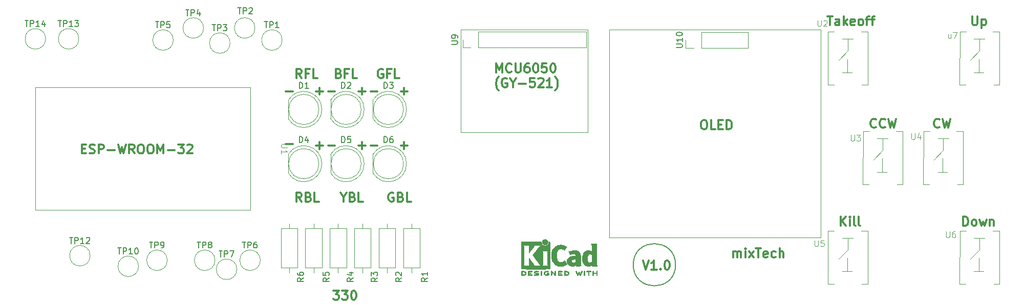
<source format=gbr>
%TF.GenerationSoftware,KiCad,Pcbnew,8.0.0*%
%TF.CreationDate,2024-03-11T09:17:53+01:00*%
%TF.ProjectId,EEK,45454b2e-6b69-4636-9164-5f7063625858,V1.0*%
%TF.SameCoordinates,Original*%
%TF.FileFunction,Legend,Top*%
%TF.FilePolarity,Positive*%
%FSLAX46Y46*%
G04 Gerber Fmt 4.6, Leading zero omitted, Abs format (unit mm)*
G04 Created by KiCad (PCBNEW 8.0.0) date 2024-03-11 09:17:53*
%MOMM*%
%LPD*%
G01*
G04 APERTURE LIST*
%ADD10C,0.300000*%
%ADD11C,0.100000*%
%ADD12C,0.200000*%
%ADD13C,0.150000*%
%ADD14C,0.120000*%
%ADD15C,0.010000*%
G04 APERTURE END LIST*
D10*
X101804510Y-100833500D02*
X102947368Y-100833500D01*
X94804510Y-100833500D02*
X95947368Y-100833500D01*
X87804510Y-100583500D02*
X88947368Y-100583500D01*
X101804510Y-91833500D02*
X102947368Y-91833500D01*
X94804510Y-91833500D02*
X95947368Y-91833500D01*
X87804510Y-91833500D02*
X88947368Y-91833500D01*
X106804510Y-100833500D02*
X107947368Y-100833500D01*
X107375939Y-101404928D02*
X107375939Y-100262071D01*
X99804510Y-100833500D02*
X100947368Y-100833500D01*
X100375939Y-101404928D02*
X100375939Y-100262071D01*
X92804510Y-100833500D02*
X93947368Y-100833500D01*
X93375939Y-101404928D02*
X93375939Y-100262071D01*
X106804510Y-91833500D02*
X107947368Y-91833500D01*
X107375939Y-92404928D02*
X107375939Y-91262071D01*
X99804510Y-91833500D02*
X100947368Y-91833500D01*
X100375939Y-92404928D02*
X100375939Y-91262071D01*
X92804510Y-91833500D02*
X93947368Y-91833500D01*
X93375939Y-92404928D02*
X93375939Y-91262071D01*
D11*
X141250000Y-81604100D02*
X176250000Y-81604100D01*
X176250000Y-116104100D01*
X141250000Y-116104100D01*
X141250000Y-81604100D01*
X116750000Y-81604100D02*
X137750000Y-81604100D01*
X137750000Y-98604100D01*
X116750000Y-98604100D01*
X116750000Y-81604100D01*
D12*
X152250000Y-120604100D02*
G75*
G02*
X145250000Y-120604100I-3500000J0D01*
G01*
X145250000Y-120604100D02*
G75*
G02*
X152250000Y-120604100I3500000J0D01*
G01*
D10*
X96554510Y-88869214D02*
X96768796Y-88940642D01*
X96768796Y-88940642D02*
X96840225Y-89012071D01*
X96840225Y-89012071D02*
X96911653Y-89154928D01*
X96911653Y-89154928D02*
X96911653Y-89369214D01*
X96911653Y-89369214D02*
X96840225Y-89512071D01*
X96840225Y-89512071D02*
X96768796Y-89583500D01*
X96768796Y-89583500D02*
X96625939Y-89654928D01*
X96625939Y-89654928D02*
X96054510Y-89654928D01*
X96054510Y-89654928D02*
X96054510Y-88154928D01*
X96054510Y-88154928D02*
X96554510Y-88154928D01*
X96554510Y-88154928D02*
X96697368Y-88226357D01*
X96697368Y-88226357D02*
X96768796Y-88297785D01*
X96768796Y-88297785D02*
X96840225Y-88440642D01*
X96840225Y-88440642D02*
X96840225Y-88583500D01*
X96840225Y-88583500D02*
X96768796Y-88726357D01*
X96768796Y-88726357D02*
X96697368Y-88797785D01*
X96697368Y-88797785D02*
X96554510Y-88869214D01*
X96554510Y-88869214D02*
X96054510Y-88869214D01*
X98054510Y-88869214D02*
X97554510Y-88869214D01*
X97554510Y-89654928D02*
X97554510Y-88154928D01*
X97554510Y-88154928D02*
X98268796Y-88154928D01*
X99554510Y-89654928D02*
X98840224Y-89654928D01*
X98840224Y-89654928D02*
X98840224Y-88154928D01*
X199804510Y-114154928D02*
X199804510Y-112654928D01*
X199804510Y-112654928D02*
X200161653Y-112654928D01*
X200161653Y-112654928D02*
X200375939Y-112726357D01*
X200375939Y-112726357D02*
X200518796Y-112869214D01*
X200518796Y-112869214D02*
X200590225Y-113012071D01*
X200590225Y-113012071D02*
X200661653Y-113297785D01*
X200661653Y-113297785D02*
X200661653Y-113512071D01*
X200661653Y-113512071D02*
X200590225Y-113797785D01*
X200590225Y-113797785D02*
X200518796Y-113940642D01*
X200518796Y-113940642D02*
X200375939Y-114083500D01*
X200375939Y-114083500D02*
X200161653Y-114154928D01*
X200161653Y-114154928D02*
X199804510Y-114154928D01*
X201518796Y-114154928D02*
X201375939Y-114083500D01*
X201375939Y-114083500D02*
X201304510Y-114012071D01*
X201304510Y-114012071D02*
X201233082Y-113869214D01*
X201233082Y-113869214D02*
X201233082Y-113440642D01*
X201233082Y-113440642D02*
X201304510Y-113297785D01*
X201304510Y-113297785D02*
X201375939Y-113226357D01*
X201375939Y-113226357D02*
X201518796Y-113154928D01*
X201518796Y-113154928D02*
X201733082Y-113154928D01*
X201733082Y-113154928D02*
X201875939Y-113226357D01*
X201875939Y-113226357D02*
X201947368Y-113297785D01*
X201947368Y-113297785D02*
X202018796Y-113440642D01*
X202018796Y-113440642D02*
X202018796Y-113869214D01*
X202018796Y-113869214D02*
X201947368Y-114012071D01*
X201947368Y-114012071D02*
X201875939Y-114083500D01*
X201875939Y-114083500D02*
X201733082Y-114154928D01*
X201733082Y-114154928D02*
X201518796Y-114154928D01*
X202518796Y-113154928D02*
X202804511Y-114154928D01*
X202804511Y-114154928D02*
X203090225Y-113440642D01*
X203090225Y-113440642D02*
X203375939Y-114154928D01*
X203375939Y-114154928D02*
X203661653Y-113154928D01*
X204233082Y-113154928D02*
X204233082Y-114154928D01*
X204233082Y-113297785D02*
X204304511Y-113226357D01*
X204304511Y-113226357D02*
X204447368Y-113154928D01*
X204447368Y-113154928D02*
X204661654Y-113154928D01*
X204661654Y-113154928D02*
X204804511Y-113226357D01*
X204804511Y-113226357D02*
X204875940Y-113369214D01*
X204875940Y-113369214D02*
X204875940Y-114154928D01*
X161804510Y-119404928D02*
X161804510Y-118404928D01*
X161804510Y-118547785D02*
X161875939Y-118476357D01*
X161875939Y-118476357D02*
X162018796Y-118404928D01*
X162018796Y-118404928D02*
X162233082Y-118404928D01*
X162233082Y-118404928D02*
X162375939Y-118476357D01*
X162375939Y-118476357D02*
X162447368Y-118619214D01*
X162447368Y-118619214D02*
X162447368Y-119404928D01*
X162447368Y-118619214D02*
X162518796Y-118476357D01*
X162518796Y-118476357D02*
X162661653Y-118404928D01*
X162661653Y-118404928D02*
X162875939Y-118404928D01*
X162875939Y-118404928D02*
X163018796Y-118476357D01*
X163018796Y-118476357D02*
X163090225Y-118619214D01*
X163090225Y-118619214D02*
X163090225Y-119404928D01*
X163804510Y-119404928D02*
X163804510Y-118404928D01*
X163804510Y-117904928D02*
X163733082Y-117976357D01*
X163733082Y-117976357D02*
X163804510Y-118047785D01*
X163804510Y-118047785D02*
X163875939Y-117976357D01*
X163875939Y-117976357D02*
X163804510Y-117904928D01*
X163804510Y-117904928D02*
X163804510Y-118047785D01*
X164375939Y-119404928D02*
X165161654Y-118404928D01*
X164375939Y-118404928D02*
X165161654Y-119404928D01*
X165518797Y-117904928D02*
X166375940Y-117904928D01*
X165947368Y-119404928D02*
X165947368Y-117904928D01*
X167447368Y-119333500D02*
X167304511Y-119404928D01*
X167304511Y-119404928D02*
X167018797Y-119404928D01*
X167018797Y-119404928D02*
X166875939Y-119333500D01*
X166875939Y-119333500D02*
X166804511Y-119190642D01*
X166804511Y-119190642D02*
X166804511Y-118619214D01*
X166804511Y-118619214D02*
X166875939Y-118476357D01*
X166875939Y-118476357D02*
X167018797Y-118404928D01*
X167018797Y-118404928D02*
X167304511Y-118404928D01*
X167304511Y-118404928D02*
X167447368Y-118476357D01*
X167447368Y-118476357D02*
X167518797Y-118619214D01*
X167518797Y-118619214D02*
X167518797Y-118762071D01*
X167518797Y-118762071D02*
X166804511Y-118904928D01*
X168804511Y-119333500D02*
X168661653Y-119404928D01*
X168661653Y-119404928D02*
X168375939Y-119404928D01*
X168375939Y-119404928D02*
X168233082Y-119333500D01*
X168233082Y-119333500D02*
X168161653Y-119262071D01*
X168161653Y-119262071D02*
X168090225Y-119119214D01*
X168090225Y-119119214D02*
X168090225Y-118690642D01*
X168090225Y-118690642D02*
X168161653Y-118547785D01*
X168161653Y-118547785D02*
X168233082Y-118476357D01*
X168233082Y-118476357D02*
X168375939Y-118404928D01*
X168375939Y-118404928D02*
X168661653Y-118404928D01*
X168661653Y-118404928D02*
X168804511Y-118476357D01*
X169447367Y-119404928D02*
X169447367Y-117904928D01*
X170090225Y-119404928D02*
X170090225Y-118619214D01*
X170090225Y-118619214D02*
X170018796Y-118476357D01*
X170018796Y-118476357D02*
X169875939Y-118404928D01*
X169875939Y-118404928D02*
X169661653Y-118404928D01*
X169661653Y-118404928D02*
X169518796Y-118476357D01*
X169518796Y-118476357D02*
X169447367Y-118547785D01*
X185411653Y-97762071D02*
X185340225Y-97833500D01*
X185340225Y-97833500D02*
X185125939Y-97904928D01*
X185125939Y-97904928D02*
X184983082Y-97904928D01*
X184983082Y-97904928D02*
X184768796Y-97833500D01*
X184768796Y-97833500D02*
X184625939Y-97690642D01*
X184625939Y-97690642D02*
X184554510Y-97547785D01*
X184554510Y-97547785D02*
X184483082Y-97262071D01*
X184483082Y-97262071D02*
X184483082Y-97047785D01*
X184483082Y-97047785D02*
X184554510Y-96762071D01*
X184554510Y-96762071D02*
X184625939Y-96619214D01*
X184625939Y-96619214D02*
X184768796Y-96476357D01*
X184768796Y-96476357D02*
X184983082Y-96404928D01*
X184983082Y-96404928D02*
X185125939Y-96404928D01*
X185125939Y-96404928D02*
X185340225Y-96476357D01*
X185340225Y-96476357D02*
X185411653Y-96547785D01*
X186911653Y-97762071D02*
X186840225Y-97833500D01*
X186840225Y-97833500D02*
X186625939Y-97904928D01*
X186625939Y-97904928D02*
X186483082Y-97904928D01*
X186483082Y-97904928D02*
X186268796Y-97833500D01*
X186268796Y-97833500D02*
X186125939Y-97690642D01*
X186125939Y-97690642D02*
X186054510Y-97547785D01*
X186054510Y-97547785D02*
X185983082Y-97262071D01*
X185983082Y-97262071D02*
X185983082Y-97047785D01*
X185983082Y-97047785D02*
X186054510Y-96762071D01*
X186054510Y-96762071D02*
X186125939Y-96619214D01*
X186125939Y-96619214D02*
X186268796Y-96476357D01*
X186268796Y-96476357D02*
X186483082Y-96404928D01*
X186483082Y-96404928D02*
X186625939Y-96404928D01*
X186625939Y-96404928D02*
X186840225Y-96476357D01*
X186840225Y-96476357D02*
X186911653Y-96547785D01*
X187411653Y-96404928D02*
X187768796Y-97904928D01*
X187768796Y-97904928D02*
X188054510Y-96833500D01*
X188054510Y-96833500D02*
X188340225Y-97904928D01*
X188340225Y-97904928D02*
X188697368Y-96404928D01*
X105590225Y-108726357D02*
X105447368Y-108654928D01*
X105447368Y-108654928D02*
X105233082Y-108654928D01*
X105233082Y-108654928D02*
X105018796Y-108726357D01*
X105018796Y-108726357D02*
X104875939Y-108869214D01*
X104875939Y-108869214D02*
X104804510Y-109012071D01*
X104804510Y-109012071D02*
X104733082Y-109297785D01*
X104733082Y-109297785D02*
X104733082Y-109512071D01*
X104733082Y-109512071D02*
X104804510Y-109797785D01*
X104804510Y-109797785D02*
X104875939Y-109940642D01*
X104875939Y-109940642D02*
X105018796Y-110083500D01*
X105018796Y-110083500D02*
X105233082Y-110154928D01*
X105233082Y-110154928D02*
X105375939Y-110154928D01*
X105375939Y-110154928D02*
X105590225Y-110083500D01*
X105590225Y-110083500D02*
X105661653Y-110012071D01*
X105661653Y-110012071D02*
X105661653Y-109512071D01*
X105661653Y-109512071D02*
X105375939Y-109512071D01*
X106804510Y-109369214D02*
X107018796Y-109440642D01*
X107018796Y-109440642D02*
X107090225Y-109512071D01*
X107090225Y-109512071D02*
X107161653Y-109654928D01*
X107161653Y-109654928D02*
X107161653Y-109869214D01*
X107161653Y-109869214D02*
X107090225Y-110012071D01*
X107090225Y-110012071D02*
X107018796Y-110083500D01*
X107018796Y-110083500D02*
X106875939Y-110154928D01*
X106875939Y-110154928D02*
X106304510Y-110154928D01*
X106304510Y-110154928D02*
X106304510Y-108654928D01*
X106304510Y-108654928D02*
X106804510Y-108654928D01*
X106804510Y-108654928D02*
X106947368Y-108726357D01*
X106947368Y-108726357D02*
X107018796Y-108797785D01*
X107018796Y-108797785D02*
X107090225Y-108940642D01*
X107090225Y-108940642D02*
X107090225Y-109083500D01*
X107090225Y-109083500D02*
X107018796Y-109226357D01*
X107018796Y-109226357D02*
X106947368Y-109297785D01*
X106947368Y-109297785D02*
X106804510Y-109369214D01*
X106804510Y-109369214D02*
X106304510Y-109369214D01*
X108518796Y-110154928D02*
X107804510Y-110154928D01*
X107804510Y-110154928D02*
X107804510Y-108654928D01*
X90411653Y-110154928D02*
X89911653Y-109440642D01*
X89554510Y-110154928D02*
X89554510Y-108654928D01*
X89554510Y-108654928D02*
X90125939Y-108654928D01*
X90125939Y-108654928D02*
X90268796Y-108726357D01*
X90268796Y-108726357D02*
X90340225Y-108797785D01*
X90340225Y-108797785D02*
X90411653Y-108940642D01*
X90411653Y-108940642D02*
X90411653Y-109154928D01*
X90411653Y-109154928D02*
X90340225Y-109297785D01*
X90340225Y-109297785D02*
X90268796Y-109369214D01*
X90268796Y-109369214D02*
X90125939Y-109440642D01*
X90125939Y-109440642D02*
X89554510Y-109440642D01*
X91554510Y-109369214D02*
X91768796Y-109440642D01*
X91768796Y-109440642D02*
X91840225Y-109512071D01*
X91840225Y-109512071D02*
X91911653Y-109654928D01*
X91911653Y-109654928D02*
X91911653Y-109869214D01*
X91911653Y-109869214D02*
X91840225Y-110012071D01*
X91840225Y-110012071D02*
X91768796Y-110083500D01*
X91768796Y-110083500D02*
X91625939Y-110154928D01*
X91625939Y-110154928D02*
X91054510Y-110154928D01*
X91054510Y-110154928D02*
X91054510Y-108654928D01*
X91054510Y-108654928D02*
X91554510Y-108654928D01*
X91554510Y-108654928D02*
X91697368Y-108726357D01*
X91697368Y-108726357D02*
X91768796Y-108797785D01*
X91768796Y-108797785D02*
X91840225Y-108940642D01*
X91840225Y-108940642D02*
X91840225Y-109083500D01*
X91840225Y-109083500D02*
X91768796Y-109226357D01*
X91768796Y-109226357D02*
X91697368Y-109297785D01*
X91697368Y-109297785D02*
X91554510Y-109369214D01*
X91554510Y-109369214D02*
X91054510Y-109369214D01*
X93268796Y-110154928D02*
X92554510Y-110154928D01*
X92554510Y-110154928D02*
X92554510Y-108654928D01*
X122554510Y-88740012D02*
X122554510Y-87240012D01*
X122554510Y-87240012D02*
X123054510Y-88311441D01*
X123054510Y-88311441D02*
X123554510Y-87240012D01*
X123554510Y-87240012D02*
X123554510Y-88740012D01*
X125125939Y-88597155D02*
X125054511Y-88668584D01*
X125054511Y-88668584D02*
X124840225Y-88740012D01*
X124840225Y-88740012D02*
X124697368Y-88740012D01*
X124697368Y-88740012D02*
X124483082Y-88668584D01*
X124483082Y-88668584D02*
X124340225Y-88525726D01*
X124340225Y-88525726D02*
X124268796Y-88382869D01*
X124268796Y-88382869D02*
X124197368Y-88097155D01*
X124197368Y-88097155D02*
X124197368Y-87882869D01*
X124197368Y-87882869D02*
X124268796Y-87597155D01*
X124268796Y-87597155D02*
X124340225Y-87454298D01*
X124340225Y-87454298D02*
X124483082Y-87311441D01*
X124483082Y-87311441D02*
X124697368Y-87240012D01*
X124697368Y-87240012D02*
X124840225Y-87240012D01*
X124840225Y-87240012D02*
X125054511Y-87311441D01*
X125054511Y-87311441D02*
X125125939Y-87382869D01*
X125768796Y-87240012D02*
X125768796Y-88454298D01*
X125768796Y-88454298D02*
X125840225Y-88597155D01*
X125840225Y-88597155D02*
X125911654Y-88668584D01*
X125911654Y-88668584D02*
X126054511Y-88740012D01*
X126054511Y-88740012D02*
X126340225Y-88740012D01*
X126340225Y-88740012D02*
X126483082Y-88668584D01*
X126483082Y-88668584D02*
X126554511Y-88597155D01*
X126554511Y-88597155D02*
X126625939Y-88454298D01*
X126625939Y-88454298D02*
X126625939Y-87240012D01*
X127983083Y-87240012D02*
X127697368Y-87240012D01*
X127697368Y-87240012D02*
X127554511Y-87311441D01*
X127554511Y-87311441D02*
X127483083Y-87382869D01*
X127483083Y-87382869D02*
X127340225Y-87597155D01*
X127340225Y-87597155D02*
X127268797Y-87882869D01*
X127268797Y-87882869D02*
X127268797Y-88454298D01*
X127268797Y-88454298D02*
X127340225Y-88597155D01*
X127340225Y-88597155D02*
X127411654Y-88668584D01*
X127411654Y-88668584D02*
X127554511Y-88740012D01*
X127554511Y-88740012D02*
X127840225Y-88740012D01*
X127840225Y-88740012D02*
X127983083Y-88668584D01*
X127983083Y-88668584D02*
X128054511Y-88597155D01*
X128054511Y-88597155D02*
X128125940Y-88454298D01*
X128125940Y-88454298D02*
X128125940Y-88097155D01*
X128125940Y-88097155D02*
X128054511Y-87954298D01*
X128054511Y-87954298D02*
X127983083Y-87882869D01*
X127983083Y-87882869D02*
X127840225Y-87811441D01*
X127840225Y-87811441D02*
X127554511Y-87811441D01*
X127554511Y-87811441D02*
X127411654Y-87882869D01*
X127411654Y-87882869D02*
X127340225Y-87954298D01*
X127340225Y-87954298D02*
X127268797Y-88097155D01*
X129054511Y-87240012D02*
X129197368Y-87240012D01*
X129197368Y-87240012D02*
X129340225Y-87311441D01*
X129340225Y-87311441D02*
X129411654Y-87382869D01*
X129411654Y-87382869D02*
X129483082Y-87525726D01*
X129483082Y-87525726D02*
X129554511Y-87811441D01*
X129554511Y-87811441D02*
X129554511Y-88168584D01*
X129554511Y-88168584D02*
X129483082Y-88454298D01*
X129483082Y-88454298D02*
X129411654Y-88597155D01*
X129411654Y-88597155D02*
X129340225Y-88668584D01*
X129340225Y-88668584D02*
X129197368Y-88740012D01*
X129197368Y-88740012D02*
X129054511Y-88740012D01*
X129054511Y-88740012D02*
X128911654Y-88668584D01*
X128911654Y-88668584D02*
X128840225Y-88597155D01*
X128840225Y-88597155D02*
X128768796Y-88454298D01*
X128768796Y-88454298D02*
X128697368Y-88168584D01*
X128697368Y-88168584D02*
X128697368Y-87811441D01*
X128697368Y-87811441D02*
X128768796Y-87525726D01*
X128768796Y-87525726D02*
X128840225Y-87382869D01*
X128840225Y-87382869D02*
X128911654Y-87311441D01*
X128911654Y-87311441D02*
X129054511Y-87240012D01*
X130911653Y-87240012D02*
X130197367Y-87240012D01*
X130197367Y-87240012D02*
X130125939Y-87954298D01*
X130125939Y-87954298D02*
X130197367Y-87882869D01*
X130197367Y-87882869D02*
X130340225Y-87811441D01*
X130340225Y-87811441D02*
X130697367Y-87811441D01*
X130697367Y-87811441D02*
X130840225Y-87882869D01*
X130840225Y-87882869D02*
X130911653Y-87954298D01*
X130911653Y-87954298D02*
X130983082Y-88097155D01*
X130983082Y-88097155D02*
X130983082Y-88454298D01*
X130983082Y-88454298D02*
X130911653Y-88597155D01*
X130911653Y-88597155D02*
X130840225Y-88668584D01*
X130840225Y-88668584D02*
X130697367Y-88740012D01*
X130697367Y-88740012D02*
X130340225Y-88740012D01*
X130340225Y-88740012D02*
X130197367Y-88668584D01*
X130197367Y-88668584D02*
X130125939Y-88597155D01*
X131911653Y-87240012D02*
X132054510Y-87240012D01*
X132054510Y-87240012D02*
X132197367Y-87311441D01*
X132197367Y-87311441D02*
X132268796Y-87382869D01*
X132268796Y-87382869D02*
X132340224Y-87525726D01*
X132340224Y-87525726D02*
X132411653Y-87811441D01*
X132411653Y-87811441D02*
X132411653Y-88168584D01*
X132411653Y-88168584D02*
X132340224Y-88454298D01*
X132340224Y-88454298D02*
X132268796Y-88597155D01*
X132268796Y-88597155D02*
X132197367Y-88668584D01*
X132197367Y-88668584D02*
X132054510Y-88740012D01*
X132054510Y-88740012D02*
X131911653Y-88740012D01*
X131911653Y-88740012D02*
X131768796Y-88668584D01*
X131768796Y-88668584D02*
X131697367Y-88597155D01*
X131697367Y-88597155D02*
X131625938Y-88454298D01*
X131625938Y-88454298D02*
X131554510Y-88168584D01*
X131554510Y-88168584D02*
X131554510Y-87811441D01*
X131554510Y-87811441D02*
X131625938Y-87525726D01*
X131625938Y-87525726D02*
X131697367Y-87382869D01*
X131697367Y-87382869D02*
X131768796Y-87311441D01*
X131768796Y-87311441D02*
X131911653Y-87240012D01*
X122983082Y-91726357D02*
X122911653Y-91654928D01*
X122911653Y-91654928D02*
X122768796Y-91440642D01*
X122768796Y-91440642D02*
X122697368Y-91297785D01*
X122697368Y-91297785D02*
X122625939Y-91083500D01*
X122625939Y-91083500D02*
X122554510Y-90726357D01*
X122554510Y-90726357D02*
X122554510Y-90440642D01*
X122554510Y-90440642D02*
X122625939Y-90083500D01*
X122625939Y-90083500D02*
X122697368Y-89869214D01*
X122697368Y-89869214D02*
X122768796Y-89726357D01*
X122768796Y-89726357D02*
X122911653Y-89512071D01*
X122911653Y-89512071D02*
X122983082Y-89440642D01*
X124340225Y-89726357D02*
X124197368Y-89654928D01*
X124197368Y-89654928D02*
X123983082Y-89654928D01*
X123983082Y-89654928D02*
X123768796Y-89726357D01*
X123768796Y-89726357D02*
X123625939Y-89869214D01*
X123625939Y-89869214D02*
X123554510Y-90012071D01*
X123554510Y-90012071D02*
X123483082Y-90297785D01*
X123483082Y-90297785D02*
X123483082Y-90512071D01*
X123483082Y-90512071D02*
X123554510Y-90797785D01*
X123554510Y-90797785D02*
X123625939Y-90940642D01*
X123625939Y-90940642D02*
X123768796Y-91083500D01*
X123768796Y-91083500D02*
X123983082Y-91154928D01*
X123983082Y-91154928D02*
X124125939Y-91154928D01*
X124125939Y-91154928D02*
X124340225Y-91083500D01*
X124340225Y-91083500D02*
X124411653Y-91012071D01*
X124411653Y-91012071D02*
X124411653Y-90512071D01*
X124411653Y-90512071D02*
X124125939Y-90512071D01*
X125340225Y-90440642D02*
X125340225Y-91154928D01*
X124840225Y-89654928D02*
X125340225Y-90440642D01*
X125340225Y-90440642D02*
X125840225Y-89654928D01*
X126340224Y-90583500D02*
X127483082Y-90583500D01*
X128911653Y-89654928D02*
X128197367Y-89654928D01*
X128197367Y-89654928D02*
X128125939Y-90369214D01*
X128125939Y-90369214D02*
X128197367Y-90297785D01*
X128197367Y-90297785D02*
X128340225Y-90226357D01*
X128340225Y-90226357D02*
X128697367Y-90226357D01*
X128697367Y-90226357D02*
X128840225Y-90297785D01*
X128840225Y-90297785D02*
X128911653Y-90369214D01*
X128911653Y-90369214D02*
X128983082Y-90512071D01*
X128983082Y-90512071D02*
X128983082Y-90869214D01*
X128983082Y-90869214D02*
X128911653Y-91012071D01*
X128911653Y-91012071D02*
X128840225Y-91083500D01*
X128840225Y-91083500D02*
X128697367Y-91154928D01*
X128697367Y-91154928D02*
X128340225Y-91154928D01*
X128340225Y-91154928D02*
X128197367Y-91083500D01*
X128197367Y-91083500D02*
X128125939Y-91012071D01*
X129554510Y-89797785D02*
X129625938Y-89726357D01*
X129625938Y-89726357D02*
X129768796Y-89654928D01*
X129768796Y-89654928D02*
X130125938Y-89654928D01*
X130125938Y-89654928D02*
X130268796Y-89726357D01*
X130268796Y-89726357D02*
X130340224Y-89797785D01*
X130340224Y-89797785D02*
X130411653Y-89940642D01*
X130411653Y-89940642D02*
X130411653Y-90083500D01*
X130411653Y-90083500D02*
X130340224Y-90297785D01*
X130340224Y-90297785D02*
X129483081Y-91154928D01*
X129483081Y-91154928D02*
X130411653Y-91154928D01*
X131840224Y-91154928D02*
X130983081Y-91154928D01*
X131411652Y-91154928D02*
X131411652Y-89654928D01*
X131411652Y-89654928D02*
X131268795Y-89869214D01*
X131268795Y-89869214D02*
X131125938Y-90012071D01*
X131125938Y-90012071D02*
X130983081Y-90083500D01*
X132340223Y-91726357D02*
X132411652Y-91654928D01*
X132411652Y-91654928D02*
X132554509Y-91440642D01*
X132554509Y-91440642D02*
X132625938Y-91297785D01*
X132625938Y-91297785D02*
X132697366Y-91083500D01*
X132697366Y-91083500D02*
X132768795Y-90726357D01*
X132768795Y-90726357D02*
X132768795Y-90440642D01*
X132768795Y-90440642D02*
X132697366Y-90083500D01*
X132697366Y-90083500D02*
X132625938Y-89869214D01*
X132625938Y-89869214D02*
X132554509Y-89726357D01*
X132554509Y-89726357D02*
X132411652Y-89512071D01*
X132411652Y-89512071D02*
X132340223Y-89440642D01*
X54054510Y-101369214D02*
X54554510Y-101369214D01*
X54768796Y-102154928D02*
X54054510Y-102154928D01*
X54054510Y-102154928D02*
X54054510Y-100654928D01*
X54054510Y-100654928D02*
X54768796Y-100654928D01*
X55340225Y-102083500D02*
X55554511Y-102154928D01*
X55554511Y-102154928D02*
X55911653Y-102154928D01*
X55911653Y-102154928D02*
X56054511Y-102083500D01*
X56054511Y-102083500D02*
X56125939Y-102012071D01*
X56125939Y-102012071D02*
X56197368Y-101869214D01*
X56197368Y-101869214D02*
X56197368Y-101726357D01*
X56197368Y-101726357D02*
X56125939Y-101583500D01*
X56125939Y-101583500D02*
X56054511Y-101512071D01*
X56054511Y-101512071D02*
X55911653Y-101440642D01*
X55911653Y-101440642D02*
X55625939Y-101369214D01*
X55625939Y-101369214D02*
X55483082Y-101297785D01*
X55483082Y-101297785D02*
X55411653Y-101226357D01*
X55411653Y-101226357D02*
X55340225Y-101083500D01*
X55340225Y-101083500D02*
X55340225Y-100940642D01*
X55340225Y-100940642D02*
X55411653Y-100797785D01*
X55411653Y-100797785D02*
X55483082Y-100726357D01*
X55483082Y-100726357D02*
X55625939Y-100654928D01*
X55625939Y-100654928D02*
X55983082Y-100654928D01*
X55983082Y-100654928D02*
X56197368Y-100726357D01*
X56840224Y-102154928D02*
X56840224Y-100654928D01*
X56840224Y-100654928D02*
X57411653Y-100654928D01*
X57411653Y-100654928D02*
X57554510Y-100726357D01*
X57554510Y-100726357D02*
X57625939Y-100797785D01*
X57625939Y-100797785D02*
X57697367Y-100940642D01*
X57697367Y-100940642D02*
X57697367Y-101154928D01*
X57697367Y-101154928D02*
X57625939Y-101297785D01*
X57625939Y-101297785D02*
X57554510Y-101369214D01*
X57554510Y-101369214D02*
X57411653Y-101440642D01*
X57411653Y-101440642D02*
X56840224Y-101440642D01*
X58340224Y-101583500D02*
X59483082Y-101583500D01*
X60054510Y-100654928D02*
X60411653Y-102154928D01*
X60411653Y-102154928D02*
X60697367Y-101083500D01*
X60697367Y-101083500D02*
X60983082Y-102154928D01*
X60983082Y-102154928D02*
X61340225Y-100654928D01*
X62768796Y-102154928D02*
X62268796Y-101440642D01*
X61911653Y-102154928D02*
X61911653Y-100654928D01*
X61911653Y-100654928D02*
X62483082Y-100654928D01*
X62483082Y-100654928D02*
X62625939Y-100726357D01*
X62625939Y-100726357D02*
X62697368Y-100797785D01*
X62697368Y-100797785D02*
X62768796Y-100940642D01*
X62768796Y-100940642D02*
X62768796Y-101154928D01*
X62768796Y-101154928D02*
X62697368Y-101297785D01*
X62697368Y-101297785D02*
X62625939Y-101369214D01*
X62625939Y-101369214D02*
X62483082Y-101440642D01*
X62483082Y-101440642D02*
X61911653Y-101440642D01*
X63697368Y-100654928D02*
X63983082Y-100654928D01*
X63983082Y-100654928D02*
X64125939Y-100726357D01*
X64125939Y-100726357D02*
X64268796Y-100869214D01*
X64268796Y-100869214D02*
X64340225Y-101154928D01*
X64340225Y-101154928D02*
X64340225Y-101654928D01*
X64340225Y-101654928D02*
X64268796Y-101940642D01*
X64268796Y-101940642D02*
X64125939Y-102083500D01*
X64125939Y-102083500D02*
X63983082Y-102154928D01*
X63983082Y-102154928D02*
X63697368Y-102154928D01*
X63697368Y-102154928D02*
X63554511Y-102083500D01*
X63554511Y-102083500D02*
X63411653Y-101940642D01*
X63411653Y-101940642D02*
X63340225Y-101654928D01*
X63340225Y-101654928D02*
X63340225Y-101154928D01*
X63340225Y-101154928D02*
X63411653Y-100869214D01*
X63411653Y-100869214D02*
X63554511Y-100726357D01*
X63554511Y-100726357D02*
X63697368Y-100654928D01*
X65268797Y-100654928D02*
X65554511Y-100654928D01*
X65554511Y-100654928D02*
X65697368Y-100726357D01*
X65697368Y-100726357D02*
X65840225Y-100869214D01*
X65840225Y-100869214D02*
X65911654Y-101154928D01*
X65911654Y-101154928D02*
X65911654Y-101654928D01*
X65911654Y-101654928D02*
X65840225Y-101940642D01*
X65840225Y-101940642D02*
X65697368Y-102083500D01*
X65697368Y-102083500D02*
X65554511Y-102154928D01*
X65554511Y-102154928D02*
X65268797Y-102154928D01*
X65268797Y-102154928D02*
X65125940Y-102083500D01*
X65125940Y-102083500D02*
X64983082Y-101940642D01*
X64983082Y-101940642D02*
X64911654Y-101654928D01*
X64911654Y-101654928D02*
X64911654Y-101154928D01*
X64911654Y-101154928D02*
X64983082Y-100869214D01*
X64983082Y-100869214D02*
X65125940Y-100726357D01*
X65125940Y-100726357D02*
X65268797Y-100654928D01*
X66554511Y-102154928D02*
X66554511Y-100654928D01*
X66554511Y-100654928D02*
X67054511Y-101726357D01*
X67054511Y-101726357D02*
X67554511Y-100654928D01*
X67554511Y-100654928D02*
X67554511Y-102154928D01*
X68268797Y-101583500D02*
X69411655Y-101583500D01*
X69983083Y-100654928D02*
X70911655Y-100654928D01*
X70911655Y-100654928D02*
X70411655Y-101226357D01*
X70411655Y-101226357D02*
X70625940Y-101226357D01*
X70625940Y-101226357D02*
X70768798Y-101297785D01*
X70768798Y-101297785D02*
X70840226Y-101369214D01*
X70840226Y-101369214D02*
X70911655Y-101512071D01*
X70911655Y-101512071D02*
X70911655Y-101869214D01*
X70911655Y-101869214D02*
X70840226Y-102012071D01*
X70840226Y-102012071D02*
X70768798Y-102083500D01*
X70768798Y-102083500D02*
X70625940Y-102154928D01*
X70625940Y-102154928D02*
X70197369Y-102154928D01*
X70197369Y-102154928D02*
X70054512Y-102083500D01*
X70054512Y-102083500D02*
X69983083Y-102012071D01*
X71483083Y-100797785D02*
X71554511Y-100726357D01*
X71554511Y-100726357D02*
X71697369Y-100654928D01*
X71697369Y-100654928D02*
X72054511Y-100654928D01*
X72054511Y-100654928D02*
X72197369Y-100726357D01*
X72197369Y-100726357D02*
X72268797Y-100797785D01*
X72268797Y-100797785D02*
X72340226Y-100940642D01*
X72340226Y-100940642D02*
X72340226Y-101083500D01*
X72340226Y-101083500D02*
X72268797Y-101297785D01*
X72268797Y-101297785D02*
X71411654Y-102154928D01*
X71411654Y-102154928D02*
X72340226Y-102154928D01*
X146840225Y-119904928D02*
X147340225Y-121404928D01*
X147340225Y-121404928D02*
X147840225Y-119904928D01*
X149125939Y-121404928D02*
X148268796Y-121404928D01*
X148697367Y-121404928D02*
X148697367Y-119904928D01*
X148697367Y-119904928D02*
X148554510Y-120119214D01*
X148554510Y-120119214D02*
X148411653Y-120262071D01*
X148411653Y-120262071D02*
X148268796Y-120333500D01*
X149768795Y-121262071D02*
X149840224Y-121333500D01*
X149840224Y-121333500D02*
X149768795Y-121404928D01*
X149768795Y-121404928D02*
X149697367Y-121333500D01*
X149697367Y-121333500D02*
X149768795Y-121262071D01*
X149768795Y-121262071D02*
X149768795Y-121404928D01*
X150768796Y-119904928D02*
X150911653Y-119904928D01*
X150911653Y-119904928D02*
X151054510Y-119976357D01*
X151054510Y-119976357D02*
X151125939Y-120047785D01*
X151125939Y-120047785D02*
X151197367Y-120190642D01*
X151197367Y-120190642D02*
X151268796Y-120476357D01*
X151268796Y-120476357D02*
X151268796Y-120833500D01*
X151268796Y-120833500D02*
X151197367Y-121119214D01*
X151197367Y-121119214D02*
X151125939Y-121262071D01*
X151125939Y-121262071D02*
X151054510Y-121333500D01*
X151054510Y-121333500D02*
X150911653Y-121404928D01*
X150911653Y-121404928D02*
X150768796Y-121404928D01*
X150768796Y-121404928D02*
X150625939Y-121333500D01*
X150625939Y-121333500D02*
X150554510Y-121262071D01*
X150554510Y-121262071D02*
X150483081Y-121119214D01*
X150483081Y-121119214D02*
X150411653Y-120833500D01*
X150411653Y-120833500D02*
X150411653Y-120476357D01*
X150411653Y-120476357D02*
X150483081Y-120190642D01*
X150483081Y-120190642D02*
X150554510Y-120047785D01*
X150554510Y-120047785D02*
X150625939Y-119976357D01*
X150625939Y-119976357D02*
X150768796Y-119904928D01*
X201304510Y-79404928D02*
X201304510Y-80619214D01*
X201304510Y-80619214D02*
X201375939Y-80762071D01*
X201375939Y-80762071D02*
X201447368Y-80833500D01*
X201447368Y-80833500D02*
X201590225Y-80904928D01*
X201590225Y-80904928D02*
X201875939Y-80904928D01*
X201875939Y-80904928D02*
X202018796Y-80833500D01*
X202018796Y-80833500D02*
X202090225Y-80762071D01*
X202090225Y-80762071D02*
X202161653Y-80619214D01*
X202161653Y-80619214D02*
X202161653Y-79404928D01*
X202875939Y-79904928D02*
X202875939Y-81404928D01*
X202875939Y-79976357D02*
X203018797Y-79904928D01*
X203018797Y-79904928D02*
X203304511Y-79904928D01*
X203304511Y-79904928D02*
X203447368Y-79976357D01*
X203447368Y-79976357D02*
X203518797Y-80047785D01*
X203518797Y-80047785D02*
X203590225Y-80190642D01*
X203590225Y-80190642D02*
X203590225Y-80619214D01*
X203590225Y-80619214D02*
X203518797Y-80762071D01*
X203518797Y-80762071D02*
X203447368Y-80833500D01*
X203447368Y-80833500D02*
X203304511Y-80904928D01*
X203304511Y-80904928D02*
X203018797Y-80904928D01*
X203018797Y-80904928D02*
X202875939Y-80833500D01*
X156840225Y-96654928D02*
X157125939Y-96654928D01*
X157125939Y-96654928D02*
X157268796Y-96726357D01*
X157268796Y-96726357D02*
X157411653Y-96869214D01*
X157411653Y-96869214D02*
X157483082Y-97154928D01*
X157483082Y-97154928D02*
X157483082Y-97654928D01*
X157483082Y-97654928D02*
X157411653Y-97940642D01*
X157411653Y-97940642D02*
X157268796Y-98083500D01*
X157268796Y-98083500D02*
X157125939Y-98154928D01*
X157125939Y-98154928D02*
X156840225Y-98154928D01*
X156840225Y-98154928D02*
X156697368Y-98083500D01*
X156697368Y-98083500D02*
X156554510Y-97940642D01*
X156554510Y-97940642D02*
X156483082Y-97654928D01*
X156483082Y-97654928D02*
X156483082Y-97154928D01*
X156483082Y-97154928D02*
X156554510Y-96869214D01*
X156554510Y-96869214D02*
X156697368Y-96726357D01*
X156697368Y-96726357D02*
X156840225Y-96654928D01*
X158840225Y-98154928D02*
X158125939Y-98154928D01*
X158125939Y-98154928D02*
X158125939Y-96654928D01*
X159340225Y-97369214D02*
X159840225Y-97369214D01*
X160054511Y-98154928D02*
X159340225Y-98154928D01*
X159340225Y-98154928D02*
X159340225Y-96654928D01*
X159340225Y-96654928D02*
X160054511Y-96654928D01*
X160697368Y-98154928D02*
X160697368Y-96654928D01*
X160697368Y-96654928D02*
X161054511Y-96654928D01*
X161054511Y-96654928D02*
X161268797Y-96726357D01*
X161268797Y-96726357D02*
X161411654Y-96869214D01*
X161411654Y-96869214D02*
X161483083Y-97012071D01*
X161483083Y-97012071D02*
X161554511Y-97297785D01*
X161554511Y-97297785D02*
X161554511Y-97512071D01*
X161554511Y-97512071D02*
X161483083Y-97797785D01*
X161483083Y-97797785D02*
X161411654Y-97940642D01*
X161411654Y-97940642D02*
X161268797Y-98083500D01*
X161268797Y-98083500D02*
X161054511Y-98154928D01*
X161054511Y-98154928D02*
X160697368Y-98154928D01*
X103840225Y-88226357D02*
X103697368Y-88154928D01*
X103697368Y-88154928D02*
X103483082Y-88154928D01*
X103483082Y-88154928D02*
X103268796Y-88226357D01*
X103268796Y-88226357D02*
X103125939Y-88369214D01*
X103125939Y-88369214D02*
X103054510Y-88512071D01*
X103054510Y-88512071D02*
X102983082Y-88797785D01*
X102983082Y-88797785D02*
X102983082Y-89012071D01*
X102983082Y-89012071D02*
X103054510Y-89297785D01*
X103054510Y-89297785D02*
X103125939Y-89440642D01*
X103125939Y-89440642D02*
X103268796Y-89583500D01*
X103268796Y-89583500D02*
X103483082Y-89654928D01*
X103483082Y-89654928D02*
X103625939Y-89654928D01*
X103625939Y-89654928D02*
X103840225Y-89583500D01*
X103840225Y-89583500D02*
X103911653Y-89512071D01*
X103911653Y-89512071D02*
X103911653Y-89012071D01*
X103911653Y-89012071D02*
X103625939Y-89012071D01*
X105054510Y-88869214D02*
X104554510Y-88869214D01*
X104554510Y-89654928D02*
X104554510Y-88154928D01*
X104554510Y-88154928D02*
X105268796Y-88154928D01*
X106554510Y-89654928D02*
X105840224Y-89654928D01*
X105840224Y-89654928D02*
X105840224Y-88154928D01*
X95661653Y-124904928D02*
X96590225Y-124904928D01*
X96590225Y-124904928D02*
X96090225Y-125476357D01*
X96090225Y-125476357D02*
X96304510Y-125476357D01*
X96304510Y-125476357D02*
X96447368Y-125547785D01*
X96447368Y-125547785D02*
X96518796Y-125619214D01*
X96518796Y-125619214D02*
X96590225Y-125762071D01*
X96590225Y-125762071D02*
X96590225Y-126119214D01*
X96590225Y-126119214D02*
X96518796Y-126262071D01*
X96518796Y-126262071D02*
X96447368Y-126333500D01*
X96447368Y-126333500D02*
X96304510Y-126404928D01*
X96304510Y-126404928D02*
X95875939Y-126404928D01*
X95875939Y-126404928D02*
X95733082Y-126333500D01*
X95733082Y-126333500D02*
X95661653Y-126262071D01*
X97090224Y-124904928D02*
X98018796Y-124904928D01*
X98018796Y-124904928D02*
X97518796Y-125476357D01*
X97518796Y-125476357D02*
X97733081Y-125476357D01*
X97733081Y-125476357D02*
X97875939Y-125547785D01*
X97875939Y-125547785D02*
X97947367Y-125619214D01*
X97947367Y-125619214D02*
X98018796Y-125762071D01*
X98018796Y-125762071D02*
X98018796Y-126119214D01*
X98018796Y-126119214D02*
X97947367Y-126262071D01*
X97947367Y-126262071D02*
X97875939Y-126333500D01*
X97875939Y-126333500D02*
X97733081Y-126404928D01*
X97733081Y-126404928D02*
X97304510Y-126404928D01*
X97304510Y-126404928D02*
X97161653Y-126333500D01*
X97161653Y-126333500D02*
X97090224Y-126262071D01*
X98947367Y-124904928D02*
X99090224Y-124904928D01*
X99090224Y-124904928D02*
X99233081Y-124976357D01*
X99233081Y-124976357D02*
X99304510Y-125047785D01*
X99304510Y-125047785D02*
X99375938Y-125190642D01*
X99375938Y-125190642D02*
X99447367Y-125476357D01*
X99447367Y-125476357D02*
X99447367Y-125833500D01*
X99447367Y-125833500D02*
X99375938Y-126119214D01*
X99375938Y-126119214D02*
X99304510Y-126262071D01*
X99304510Y-126262071D02*
X99233081Y-126333500D01*
X99233081Y-126333500D02*
X99090224Y-126404928D01*
X99090224Y-126404928D02*
X98947367Y-126404928D01*
X98947367Y-126404928D02*
X98804510Y-126333500D01*
X98804510Y-126333500D02*
X98733081Y-126262071D01*
X98733081Y-126262071D02*
X98661652Y-126119214D01*
X98661652Y-126119214D02*
X98590224Y-125833500D01*
X98590224Y-125833500D02*
X98590224Y-125476357D01*
X98590224Y-125476357D02*
X98661652Y-125190642D01*
X98661652Y-125190642D02*
X98733081Y-125047785D01*
X98733081Y-125047785D02*
X98804510Y-124976357D01*
X98804510Y-124976357D02*
X98947367Y-124904928D01*
X90411653Y-89654928D02*
X89911653Y-88940642D01*
X89554510Y-89654928D02*
X89554510Y-88154928D01*
X89554510Y-88154928D02*
X90125939Y-88154928D01*
X90125939Y-88154928D02*
X90268796Y-88226357D01*
X90268796Y-88226357D02*
X90340225Y-88297785D01*
X90340225Y-88297785D02*
X90411653Y-88440642D01*
X90411653Y-88440642D02*
X90411653Y-88654928D01*
X90411653Y-88654928D02*
X90340225Y-88797785D01*
X90340225Y-88797785D02*
X90268796Y-88869214D01*
X90268796Y-88869214D02*
X90125939Y-88940642D01*
X90125939Y-88940642D02*
X89554510Y-88940642D01*
X91554510Y-88869214D02*
X91054510Y-88869214D01*
X91054510Y-89654928D02*
X91054510Y-88154928D01*
X91054510Y-88154928D02*
X91768796Y-88154928D01*
X93054510Y-89654928D02*
X92340224Y-89654928D01*
X92340224Y-89654928D02*
X92340224Y-88154928D01*
X97340225Y-109440642D02*
X97340225Y-110154928D01*
X96840225Y-108654928D02*
X97340225Y-109440642D01*
X97340225Y-109440642D02*
X97840225Y-108654928D01*
X98840224Y-109369214D02*
X99054510Y-109440642D01*
X99054510Y-109440642D02*
X99125939Y-109512071D01*
X99125939Y-109512071D02*
X99197367Y-109654928D01*
X99197367Y-109654928D02*
X99197367Y-109869214D01*
X99197367Y-109869214D02*
X99125939Y-110012071D01*
X99125939Y-110012071D02*
X99054510Y-110083500D01*
X99054510Y-110083500D02*
X98911653Y-110154928D01*
X98911653Y-110154928D02*
X98340224Y-110154928D01*
X98340224Y-110154928D02*
X98340224Y-108654928D01*
X98340224Y-108654928D02*
X98840224Y-108654928D01*
X98840224Y-108654928D02*
X98983082Y-108726357D01*
X98983082Y-108726357D02*
X99054510Y-108797785D01*
X99054510Y-108797785D02*
X99125939Y-108940642D01*
X99125939Y-108940642D02*
X99125939Y-109083500D01*
X99125939Y-109083500D02*
X99054510Y-109226357D01*
X99054510Y-109226357D02*
X98983082Y-109297785D01*
X98983082Y-109297785D02*
X98840224Y-109369214D01*
X98840224Y-109369214D02*
X98340224Y-109369214D01*
X100554510Y-110154928D02*
X99840224Y-110154928D01*
X99840224Y-110154928D02*
X99840224Y-108654928D01*
X195911653Y-97762071D02*
X195840225Y-97833500D01*
X195840225Y-97833500D02*
X195625939Y-97904928D01*
X195625939Y-97904928D02*
X195483082Y-97904928D01*
X195483082Y-97904928D02*
X195268796Y-97833500D01*
X195268796Y-97833500D02*
X195125939Y-97690642D01*
X195125939Y-97690642D02*
X195054510Y-97547785D01*
X195054510Y-97547785D02*
X194983082Y-97262071D01*
X194983082Y-97262071D02*
X194983082Y-97047785D01*
X194983082Y-97047785D02*
X195054510Y-96762071D01*
X195054510Y-96762071D02*
X195125939Y-96619214D01*
X195125939Y-96619214D02*
X195268796Y-96476357D01*
X195268796Y-96476357D02*
X195483082Y-96404928D01*
X195483082Y-96404928D02*
X195625939Y-96404928D01*
X195625939Y-96404928D02*
X195840225Y-96476357D01*
X195840225Y-96476357D02*
X195911653Y-96547785D01*
X196411653Y-96404928D02*
X196768796Y-97904928D01*
X196768796Y-97904928D02*
X197054510Y-96833500D01*
X197054510Y-96833500D02*
X197340225Y-97904928D01*
X197340225Y-97904928D02*
X197697368Y-96404928D01*
X179554510Y-114154928D02*
X179554510Y-112654928D01*
X180411653Y-114154928D02*
X179768796Y-113297785D01*
X180411653Y-112654928D02*
X179554510Y-113512071D01*
X181054510Y-114154928D02*
X181054510Y-113154928D01*
X181054510Y-112654928D02*
X180983082Y-112726357D01*
X180983082Y-112726357D02*
X181054510Y-112797785D01*
X181054510Y-112797785D02*
X181125939Y-112726357D01*
X181125939Y-112726357D02*
X181054510Y-112654928D01*
X181054510Y-112654928D02*
X181054510Y-112797785D01*
X181983082Y-114154928D02*
X181840225Y-114083500D01*
X181840225Y-114083500D02*
X181768796Y-113940642D01*
X181768796Y-113940642D02*
X181768796Y-112654928D01*
X182768796Y-114154928D02*
X182625939Y-114083500D01*
X182625939Y-114083500D02*
X182554510Y-113940642D01*
X182554510Y-113940642D02*
X182554510Y-112654928D01*
X177340225Y-79404928D02*
X178197368Y-79404928D01*
X177768796Y-80904928D02*
X177768796Y-79404928D01*
X179340225Y-80904928D02*
X179340225Y-80119214D01*
X179340225Y-80119214D02*
X179268796Y-79976357D01*
X179268796Y-79976357D02*
X179125939Y-79904928D01*
X179125939Y-79904928D02*
X178840225Y-79904928D01*
X178840225Y-79904928D02*
X178697367Y-79976357D01*
X179340225Y-80833500D02*
X179197367Y-80904928D01*
X179197367Y-80904928D02*
X178840225Y-80904928D01*
X178840225Y-80904928D02*
X178697367Y-80833500D01*
X178697367Y-80833500D02*
X178625939Y-80690642D01*
X178625939Y-80690642D02*
X178625939Y-80547785D01*
X178625939Y-80547785D02*
X178697367Y-80404928D01*
X178697367Y-80404928D02*
X178840225Y-80333500D01*
X178840225Y-80333500D02*
X179197367Y-80333500D01*
X179197367Y-80333500D02*
X179340225Y-80262071D01*
X180054510Y-80904928D02*
X180054510Y-79404928D01*
X180197368Y-80333500D02*
X180625939Y-80904928D01*
X180625939Y-79904928D02*
X180054510Y-80476357D01*
X181840225Y-80833500D02*
X181697368Y-80904928D01*
X181697368Y-80904928D02*
X181411654Y-80904928D01*
X181411654Y-80904928D02*
X181268796Y-80833500D01*
X181268796Y-80833500D02*
X181197368Y-80690642D01*
X181197368Y-80690642D02*
X181197368Y-80119214D01*
X181197368Y-80119214D02*
X181268796Y-79976357D01*
X181268796Y-79976357D02*
X181411654Y-79904928D01*
X181411654Y-79904928D02*
X181697368Y-79904928D01*
X181697368Y-79904928D02*
X181840225Y-79976357D01*
X181840225Y-79976357D02*
X181911654Y-80119214D01*
X181911654Y-80119214D02*
X181911654Y-80262071D01*
X181911654Y-80262071D02*
X181197368Y-80404928D01*
X182768796Y-80904928D02*
X182625939Y-80833500D01*
X182625939Y-80833500D02*
X182554510Y-80762071D01*
X182554510Y-80762071D02*
X182483082Y-80619214D01*
X182483082Y-80619214D02*
X182483082Y-80190642D01*
X182483082Y-80190642D02*
X182554510Y-80047785D01*
X182554510Y-80047785D02*
X182625939Y-79976357D01*
X182625939Y-79976357D02*
X182768796Y-79904928D01*
X182768796Y-79904928D02*
X182983082Y-79904928D01*
X182983082Y-79904928D02*
X183125939Y-79976357D01*
X183125939Y-79976357D02*
X183197368Y-80047785D01*
X183197368Y-80047785D02*
X183268796Y-80190642D01*
X183268796Y-80190642D02*
X183268796Y-80619214D01*
X183268796Y-80619214D02*
X183197368Y-80762071D01*
X183197368Y-80762071D02*
X183125939Y-80833500D01*
X183125939Y-80833500D02*
X182983082Y-80904928D01*
X182983082Y-80904928D02*
X182768796Y-80904928D01*
X183697368Y-79904928D02*
X184268796Y-79904928D01*
X183911653Y-80904928D02*
X183911653Y-79619214D01*
X183911653Y-79619214D02*
X183983082Y-79476357D01*
X183983082Y-79476357D02*
X184125939Y-79404928D01*
X184125939Y-79404928D02*
X184268796Y-79404928D01*
X184554511Y-79904928D02*
X185125939Y-79904928D01*
X184768796Y-80904928D02*
X184768796Y-79619214D01*
X184768796Y-79619214D02*
X184840225Y-79476357D01*
X184840225Y-79476357D02*
X184983082Y-79404928D01*
X184983082Y-79404928D02*
X185125939Y-79404928D01*
D11*
X191238095Y-98811519D02*
X191238095Y-99621042D01*
X191238095Y-99621042D02*
X191285714Y-99716280D01*
X191285714Y-99716280D02*
X191333333Y-99763900D01*
X191333333Y-99763900D02*
X191428571Y-99811519D01*
X191428571Y-99811519D02*
X191619047Y-99811519D01*
X191619047Y-99811519D02*
X191714285Y-99763900D01*
X191714285Y-99763900D02*
X191761904Y-99716280D01*
X191761904Y-99716280D02*
X191809523Y-99621042D01*
X191809523Y-99621042D02*
X191809523Y-98811519D01*
X192714285Y-99144852D02*
X192714285Y-99811519D01*
X192476190Y-98763900D02*
X192238095Y-99478185D01*
X192238095Y-99478185D02*
X192857142Y-99478185D01*
D13*
X111204819Y-122770766D02*
X110728628Y-123104099D01*
X111204819Y-123342194D02*
X110204819Y-123342194D01*
X110204819Y-123342194D02*
X110204819Y-122961242D01*
X110204819Y-122961242D02*
X110252438Y-122866004D01*
X110252438Y-122866004D02*
X110300057Y-122818385D01*
X110300057Y-122818385D02*
X110395295Y-122770766D01*
X110395295Y-122770766D02*
X110538152Y-122770766D01*
X110538152Y-122770766D02*
X110633390Y-122818385D01*
X110633390Y-122818385D02*
X110681009Y-122866004D01*
X110681009Y-122866004D02*
X110728628Y-122961242D01*
X110728628Y-122961242D02*
X110728628Y-123342194D01*
X111204819Y-121818385D02*
X111204819Y-122389813D01*
X111204819Y-122104099D02*
X110204819Y-122104099D01*
X110204819Y-122104099D02*
X110347676Y-122199337D01*
X110347676Y-122199337D02*
X110442914Y-122294575D01*
X110442914Y-122294575D02*
X110490533Y-122389813D01*
X80620595Y-116810919D02*
X81192023Y-116810919D01*
X80906309Y-117810919D02*
X80906309Y-116810919D01*
X81525357Y-117810919D02*
X81525357Y-116810919D01*
X81525357Y-116810919D02*
X81906309Y-116810919D01*
X81906309Y-116810919D02*
X82001547Y-116858538D01*
X82001547Y-116858538D02*
X82049166Y-116906157D01*
X82049166Y-116906157D02*
X82096785Y-117001395D01*
X82096785Y-117001395D02*
X82096785Y-117144252D01*
X82096785Y-117144252D02*
X82049166Y-117239490D01*
X82049166Y-117239490D02*
X82001547Y-117287109D01*
X82001547Y-117287109D02*
X81906309Y-117334728D01*
X81906309Y-117334728D02*
X81525357Y-117334728D01*
X82953928Y-116810919D02*
X82763452Y-116810919D01*
X82763452Y-116810919D02*
X82668214Y-116858538D01*
X82668214Y-116858538D02*
X82620595Y-116906157D01*
X82620595Y-116906157D02*
X82525357Y-117049014D01*
X82525357Y-117049014D02*
X82477738Y-117239490D01*
X82477738Y-117239490D02*
X82477738Y-117620442D01*
X82477738Y-117620442D02*
X82525357Y-117715680D01*
X82525357Y-117715680D02*
X82572976Y-117763300D01*
X82572976Y-117763300D02*
X82668214Y-117810919D01*
X82668214Y-117810919D02*
X82858690Y-117810919D01*
X82858690Y-117810919D02*
X82953928Y-117763300D01*
X82953928Y-117763300D02*
X83001547Y-117715680D01*
X83001547Y-117715680D02*
X83049166Y-117620442D01*
X83049166Y-117620442D02*
X83049166Y-117382347D01*
X83049166Y-117382347D02*
X83001547Y-117287109D01*
X83001547Y-117287109D02*
X82953928Y-117239490D01*
X82953928Y-117239490D02*
X82858690Y-117191871D01*
X82858690Y-117191871D02*
X82668214Y-117191871D01*
X82668214Y-117191871D02*
X82572976Y-117239490D01*
X82572976Y-117239490D02*
X82525357Y-117287109D01*
X82525357Y-117287109D02*
X82477738Y-117382347D01*
X71238095Y-78308919D02*
X71809523Y-78308919D01*
X71523809Y-79308919D02*
X71523809Y-78308919D01*
X72142857Y-79308919D02*
X72142857Y-78308919D01*
X72142857Y-78308919D02*
X72523809Y-78308919D01*
X72523809Y-78308919D02*
X72619047Y-78356538D01*
X72619047Y-78356538D02*
X72666666Y-78404157D01*
X72666666Y-78404157D02*
X72714285Y-78499395D01*
X72714285Y-78499395D02*
X72714285Y-78642252D01*
X72714285Y-78642252D02*
X72666666Y-78737490D01*
X72666666Y-78737490D02*
X72619047Y-78785109D01*
X72619047Y-78785109D02*
X72523809Y-78832728D01*
X72523809Y-78832728D02*
X72142857Y-78832728D01*
X73571428Y-78642252D02*
X73571428Y-79308919D01*
X73333333Y-78261300D02*
X73095238Y-78975585D01*
X73095238Y-78975585D02*
X73714285Y-78975585D01*
X104031905Y-100348919D02*
X104031905Y-99348919D01*
X104031905Y-99348919D02*
X104270000Y-99348919D01*
X104270000Y-99348919D02*
X104412857Y-99396538D01*
X104412857Y-99396538D02*
X104508095Y-99491776D01*
X104508095Y-99491776D02*
X104555714Y-99587014D01*
X104555714Y-99587014D02*
X104603333Y-99777490D01*
X104603333Y-99777490D02*
X104603333Y-99920347D01*
X104603333Y-99920347D02*
X104555714Y-100110823D01*
X104555714Y-100110823D02*
X104508095Y-100206061D01*
X104508095Y-100206061D02*
X104412857Y-100301300D01*
X104412857Y-100301300D02*
X104270000Y-100348919D01*
X104270000Y-100348919D02*
X104031905Y-100348919D01*
X105460476Y-99348919D02*
X105270000Y-99348919D01*
X105270000Y-99348919D02*
X105174762Y-99396538D01*
X105174762Y-99396538D02*
X105127143Y-99444157D01*
X105127143Y-99444157D02*
X105031905Y-99587014D01*
X105031905Y-99587014D02*
X104984286Y-99777490D01*
X104984286Y-99777490D02*
X104984286Y-100158442D01*
X104984286Y-100158442D02*
X105031905Y-100253680D01*
X105031905Y-100253680D02*
X105079524Y-100301300D01*
X105079524Y-100301300D02*
X105174762Y-100348919D01*
X105174762Y-100348919D02*
X105365238Y-100348919D01*
X105365238Y-100348919D02*
X105460476Y-100301300D01*
X105460476Y-100301300D02*
X105508095Y-100253680D01*
X105508095Y-100253680D02*
X105555714Y-100158442D01*
X105555714Y-100158442D02*
X105555714Y-99920347D01*
X105555714Y-99920347D02*
X105508095Y-99825109D01*
X105508095Y-99825109D02*
X105460476Y-99777490D01*
X105460476Y-99777490D02*
X105365238Y-99729871D01*
X105365238Y-99729871D02*
X105174762Y-99729871D01*
X105174762Y-99729871D02*
X105079524Y-99777490D01*
X105079524Y-99777490D02*
X105031905Y-99825109D01*
X105031905Y-99825109D02*
X104984286Y-99920347D01*
X73120595Y-116810919D02*
X73692023Y-116810919D01*
X73406309Y-117810919D02*
X73406309Y-116810919D01*
X74025357Y-117810919D02*
X74025357Y-116810919D01*
X74025357Y-116810919D02*
X74406309Y-116810919D01*
X74406309Y-116810919D02*
X74501547Y-116858538D01*
X74501547Y-116858538D02*
X74549166Y-116906157D01*
X74549166Y-116906157D02*
X74596785Y-117001395D01*
X74596785Y-117001395D02*
X74596785Y-117144252D01*
X74596785Y-117144252D02*
X74549166Y-117239490D01*
X74549166Y-117239490D02*
X74501547Y-117287109D01*
X74501547Y-117287109D02*
X74406309Y-117334728D01*
X74406309Y-117334728D02*
X74025357Y-117334728D01*
X75168214Y-117239490D02*
X75072976Y-117191871D01*
X75072976Y-117191871D02*
X75025357Y-117144252D01*
X75025357Y-117144252D02*
X74977738Y-117049014D01*
X74977738Y-117049014D02*
X74977738Y-117001395D01*
X74977738Y-117001395D02*
X75025357Y-116906157D01*
X75025357Y-116906157D02*
X75072976Y-116858538D01*
X75072976Y-116858538D02*
X75168214Y-116810919D01*
X75168214Y-116810919D02*
X75358690Y-116810919D01*
X75358690Y-116810919D02*
X75453928Y-116858538D01*
X75453928Y-116858538D02*
X75501547Y-116906157D01*
X75501547Y-116906157D02*
X75549166Y-117001395D01*
X75549166Y-117001395D02*
X75549166Y-117049014D01*
X75549166Y-117049014D02*
X75501547Y-117144252D01*
X75501547Y-117144252D02*
X75453928Y-117191871D01*
X75453928Y-117191871D02*
X75358690Y-117239490D01*
X75358690Y-117239490D02*
X75168214Y-117239490D01*
X75168214Y-117239490D02*
X75072976Y-117287109D01*
X75072976Y-117287109D02*
X75025357Y-117334728D01*
X75025357Y-117334728D02*
X74977738Y-117429966D01*
X74977738Y-117429966D02*
X74977738Y-117620442D01*
X74977738Y-117620442D02*
X75025357Y-117715680D01*
X75025357Y-117715680D02*
X75072976Y-117763300D01*
X75072976Y-117763300D02*
X75168214Y-117810919D01*
X75168214Y-117810919D02*
X75358690Y-117810919D01*
X75358690Y-117810919D02*
X75453928Y-117763300D01*
X75453928Y-117763300D02*
X75501547Y-117715680D01*
X75501547Y-117715680D02*
X75549166Y-117620442D01*
X75549166Y-117620442D02*
X75549166Y-117429966D01*
X75549166Y-117429966D02*
X75501547Y-117334728D01*
X75501547Y-117334728D02*
X75453928Y-117287109D01*
X75453928Y-117287109D02*
X75358690Y-117239490D01*
X102954819Y-122770766D02*
X102478628Y-123104099D01*
X102954819Y-123342194D02*
X101954819Y-123342194D01*
X101954819Y-123342194D02*
X101954819Y-122961242D01*
X101954819Y-122961242D02*
X102002438Y-122866004D01*
X102002438Y-122866004D02*
X102050057Y-122818385D01*
X102050057Y-122818385D02*
X102145295Y-122770766D01*
X102145295Y-122770766D02*
X102288152Y-122770766D01*
X102288152Y-122770766D02*
X102383390Y-122818385D01*
X102383390Y-122818385D02*
X102431009Y-122866004D01*
X102431009Y-122866004D02*
X102478628Y-122961242D01*
X102478628Y-122961242D02*
X102478628Y-123342194D01*
X101954819Y-122437432D02*
X101954819Y-121818385D01*
X101954819Y-121818385D02*
X102335771Y-122151718D01*
X102335771Y-122151718D02*
X102335771Y-122008861D01*
X102335771Y-122008861D02*
X102383390Y-121913623D01*
X102383390Y-121913623D02*
X102431009Y-121866004D01*
X102431009Y-121866004D02*
X102526247Y-121818385D01*
X102526247Y-121818385D02*
X102764342Y-121818385D01*
X102764342Y-121818385D02*
X102859580Y-121866004D01*
X102859580Y-121866004D02*
X102907200Y-121913623D01*
X102907200Y-121913623D02*
X102954819Y-122008861D01*
X102954819Y-122008861D02*
X102954819Y-122294575D01*
X102954819Y-122294575D02*
X102907200Y-122389813D01*
X102907200Y-122389813D02*
X102859580Y-122437432D01*
X97031905Y-100348919D02*
X97031905Y-99348919D01*
X97031905Y-99348919D02*
X97270000Y-99348919D01*
X97270000Y-99348919D02*
X97412857Y-99396538D01*
X97412857Y-99396538D02*
X97508095Y-99491776D01*
X97508095Y-99491776D02*
X97555714Y-99587014D01*
X97555714Y-99587014D02*
X97603333Y-99777490D01*
X97603333Y-99777490D02*
X97603333Y-99920347D01*
X97603333Y-99920347D02*
X97555714Y-100110823D01*
X97555714Y-100110823D02*
X97508095Y-100206061D01*
X97508095Y-100206061D02*
X97412857Y-100301300D01*
X97412857Y-100301300D02*
X97270000Y-100348919D01*
X97270000Y-100348919D02*
X97031905Y-100348919D01*
X98508095Y-99348919D02*
X98031905Y-99348919D01*
X98031905Y-99348919D02*
X97984286Y-99825109D01*
X97984286Y-99825109D02*
X98031905Y-99777490D01*
X98031905Y-99777490D02*
X98127143Y-99729871D01*
X98127143Y-99729871D02*
X98365238Y-99729871D01*
X98365238Y-99729871D02*
X98460476Y-99777490D01*
X98460476Y-99777490D02*
X98508095Y-99825109D01*
X98508095Y-99825109D02*
X98555714Y-99920347D01*
X98555714Y-99920347D02*
X98555714Y-100158442D01*
X98555714Y-100158442D02*
X98508095Y-100253680D01*
X98508095Y-100253680D02*
X98460476Y-100301300D01*
X98460476Y-100301300D02*
X98365238Y-100348919D01*
X98365238Y-100348919D02*
X98127143Y-100348919D01*
X98127143Y-100348919D02*
X98031905Y-100301300D01*
X98031905Y-100301300D02*
X97984286Y-100253680D01*
X76738095Y-118310919D02*
X77309523Y-118310919D01*
X77023809Y-119310919D02*
X77023809Y-118310919D01*
X77642857Y-119310919D02*
X77642857Y-118310919D01*
X77642857Y-118310919D02*
X78023809Y-118310919D01*
X78023809Y-118310919D02*
X78119047Y-118358538D01*
X78119047Y-118358538D02*
X78166666Y-118406157D01*
X78166666Y-118406157D02*
X78214285Y-118501395D01*
X78214285Y-118501395D02*
X78214285Y-118644252D01*
X78214285Y-118644252D02*
X78166666Y-118739490D01*
X78166666Y-118739490D02*
X78119047Y-118787109D01*
X78119047Y-118787109D02*
X78023809Y-118834728D01*
X78023809Y-118834728D02*
X77642857Y-118834728D01*
X78547619Y-118310919D02*
X79214285Y-118310919D01*
X79214285Y-118310919D02*
X78785714Y-119310919D01*
D11*
X88020080Y-100592195D02*
X87210557Y-100592195D01*
X87210557Y-100592195D02*
X87115319Y-100639814D01*
X87115319Y-100639814D02*
X87067700Y-100687433D01*
X87067700Y-100687433D02*
X87020080Y-100782671D01*
X87020080Y-100782671D02*
X87020080Y-100973147D01*
X87020080Y-100973147D02*
X87067700Y-101068385D01*
X87067700Y-101068385D02*
X87115319Y-101116004D01*
X87115319Y-101116004D02*
X87210557Y-101163623D01*
X87210557Y-101163623D02*
X88020080Y-101163623D01*
X87020080Y-102163623D02*
X87020080Y-101592195D01*
X87020080Y-101877909D02*
X88020080Y-101877909D01*
X88020080Y-101877909D02*
X87877223Y-101782671D01*
X87877223Y-101782671D02*
X87781985Y-101687433D01*
X87781985Y-101687433D02*
X87734366Y-101592195D01*
D13*
X152374819Y-84592194D02*
X153184342Y-84592194D01*
X153184342Y-84592194D02*
X153279580Y-84544575D01*
X153279580Y-84544575D02*
X153327200Y-84496956D01*
X153327200Y-84496956D02*
X153374819Y-84401718D01*
X153374819Y-84401718D02*
X153374819Y-84211242D01*
X153374819Y-84211242D02*
X153327200Y-84116004D01*
X153327200Y-84116004D02*
X153279580Y-84068385D01*
X153279580Y-84068385D02*
X153184342Y-84020766D01*
X153184342Y-84020766D02*
X152374819Y-84020766D01*
X153374819Y-83020766D02*
X153374819Y-83592194D01*
X153374819Y-83306480D02*
X152374819Y-83306480D01*
X152374819Y-83306480D02*
X152517676Y-83401718D01*
X152517676Y-83401718D02*
X152612914Y-83496956D01*
X152612914Y-83496956D02*
X152660533Y-83592194D01*
X152374819Y-82401718D02*
X152374819Y-82306480D01*
X152374819Y-82306480D02*
X152422438Y-82211242D01*
X152422438Y-82211242D02*
X152470057Y-82163623D01*
X152470057Y-82163623D02*
X152565295Y-82116004D01*
X152565295Y-82116004D02*
X152755771Y-82068385D01*
X152755771Y-82068385D02*
X152993866Y-82068385D01*
X152993866Y-82068385D02*
X153184342Y-82116004D01*
X153184342Y-82116004D02*
X153279580Y-82163623D01*
X153279580Y-82163623D02*
X153327200Y-82211242D01*
X153327200Y-82211242D02*
X153374819Y-82306480D01*
X153374819Y-82306480D02*
X153374819Y-82401718D01*
X153374819Y-82401718D02*
X153327200Y-82496956D01*
X153327200Y-82496956D02*
X153279580Y-82544575D01*
X153279580Y-82544575D02*
X153184342Y-82592194D01*
X153184342Y-82592194D02*
X152993866Y-82639813D01*
X152993866Y-82639813D02*
X152755771Y-82639813D01*
X152755771Y-82639813D02*
X152565295Y-82592194D01*
X152565295Y-82592194D02*
X152470057Y-82544575D01*
X152470057Y-82544575D02*
X152422438Y-82496956D01*
X152422438Y-82496956D02*
X152374819Y-82401718D01*
X97031905Y-91348919D02*
X97031905Y-90348919D01*
X97031905Y-90348919D02*
X97270000Y-90348919D01*
X97270000Y-90348919D02*
X97412857Y-90396538D01*
X97412857Y-90396538D02*
X97508095Y-90491776D01*
X97508095Y-90491776D02*
X97555714Y-90587014D01*
X97555714Y-90587014D02*
X97603333Y-90777490D01*
X97603333Y-90777490D02*
X97603333Y-90920347D01*
X97603333Y-90920347D02*
X97555714Y-91110823D01*
X97555714Y-91110823D02*
X97508095Y-91206061D01*
X97508095Y-91206061D02*
X97412857Y-91301300D01*
X97412857Y-91301300D02*
X97270000Y-91348919D01*
X97270000Y-91348919D02*
X97031905Y-91348919D01*
X97984286Y-90444157D02*
X98031905Y-90396538D01*
X98031905Y-90396538D02*
X98127143Y-90348919D01*
X98127143Y-90348919D02*
X98365238Y-90348919D01*
X98365238Y-90348919D02*
X98460476Y-90396538D01*
X98460476Y-90396538D02*
X98508095Y-90444157D01*
X98508095Y-90444157D02*
X98555714Y-90539395D01*
X98555714Y-90539395D02*
X98555714Y-90634633D01*
X98555714Y-90634633D02*
X98508095Y-90777490D01*
X98508095Y-90777490D02*
X97936667Y-91348919D01*
X97936667Y-91348919D02*
X98555714Y-91348919D01*
X50144405Y-80110919D02*
X50715833Y-80110919D01*
X50430119Y-81110919D02*
X50430119Y-80110919D01*
X51049167Y-81110919D02*
X51049167Y-80110919D01*
X51049167Y-80110919D02*
X51430119Y-80110919D01*
X51430119Y-80110919D02*
X51525357Y-80158538D01*
X51525357Y-80158538D02*
X51572976Y-80206157D01*
X51572976Y-80206157D02*
X51620595Y-80301395D01*
X51620595Y-80301395D02*
X51620595Y-80444252D01*
X51620595Y-80444252D02*
X51572976Y-80539490D01*
X51572976Y-80539490D02*
X51525357Y-80587109D01*
X51525357Y-80587109D02*
X51430119Y-80634728D01*
X51430119Y-80634728D02*
X51049167Y-80634728D01*
X52572976Y-81110919D02*
X52001548Y-81110919D01*
X52287262Y-81110919D02*
X52287262Y-80110919D01*
X52287262Y-80110919D02*
X52192024Y-80253776D01*
X52192024Y-80253776D02*
X52096786Y-80349014D01*
X52096786Y-80349014D02*
X52001548Y-80396633D01*
X52906310Y-80110919D02*
X53525357Y-80110919D01*
X53525357Y-80110919D02*
X53192024Y-80491871D01*
X53192024Y-80491871D02*
X53334881Y-80491871D01*
X53334881Y-80491871D02*
X53430119Y-80539490D01*
X53430119Y-80539490D02*
X53477738Y-80587109D01*
X53477738Y-80587109D02*
X53525357Y-80682347D01*
X53525357Y-80682347D02*
X53525357Y-80920442D01*
X53525357Y-80920442D02*
X53477738Y-81015680D01*
X53477738Y-81015680D02*
X53430119Y-81063300D01*
X53430119Y-81063300D02*
X53334881Y-81110919D01*
X53334881Y-81110919D02*
X53049167Y-81110919D01*
X53049167Y-81110919D02*
X52953929Y-81063300D01*
X52953929Y-81063300D02*
X52906310Y-81015680D01*
X90031905Y-91348919D02*
X90031905Y-90348919D01*
X90031905Y-90348919D02*
X90270000Y-90348919D01*
X90270000Y-90348919D02*
X90412857Y-90396538D01*
X90412857Y-90396538D02*
X90508095Y-90491776D01*
X90508095Y-90491776D02*
X90555714Y-90587014D01*
X90555714Y-90587014D02*
X90603333Y-90777490D01*
X90603333Y-90777490D02*
X90603333Y-90920347D01*
X90603333Y-90920347D02*
X90555714Y-91110823D01*
X90555714Y-91110823D02*
X90508095Y-91206061D01*
X90508095Y-91206061D02*
X90412857Y-91301300D01*
X90412857Y-91301300D02*
X90270000Y-91348919D01*
X90270000Y-91348919D02*
X90031905Y-91348919D01*
X91555714Y-91348919D02*
X90984286Y-91348919D01*
X91270000Y-91348919D02*
X91270000Y-90348919D01*
X91270000Y-90348919D02*
X91174762Y-90491776D01*
X91174762Y-90491776D02*
X91079524Y-90587014D01*
X91079524Y-90587014D02*
X90984286Y-90634633D01*
X104031905Y-91348919D02*
X104031905Y-90348919D01*
X104031905Y-90348919D02*
X104270000Y-90348919D01*
X104270000Y-90348919D02*
X104412857Y-90396538D01*
X104412857Y-90396538D02*
X104508095Y-90491776D01*
X104508095Y-90491776D02*
X104555714Y-90587014D01*
X104555714Y-90587014D02*
X104603333Y-90777490D01*
X104603333Y-90777490D02*
X104603333Y-90920347D01*
X104603333Y-90920347D02*
X104555714Y-91110823D01*
X104555714Y-91110823D02*
X104508095Y-91206061D01*
X104508095Y-91206061D02*
X104412857Y-91301300D01*
X104412857Y-91301300D02*
X104270000Y-91348919D01*
X104270000Y-91348919D02*
X104031905Y-91348919D01*
X104936667Y-90348919D02*
X105555714Y-90348919D01*
X105555714Y-90348919D02*
X105222381Y-90729871D01*
X105222381Y-90729871D02*
X105365238Y-90729871D01*
X105365238Y-90729871D02*
X105460476Y-90777490D01*
X105460476Y-90777490D02*
X105508095Y-90825109D01*
X105508095Y-90825109D02*
X105555714Y-90920347D01*
X105555714Y-90920347D02*
X105555714Y-91158442D01*
X105555714Y-91158442D02*
X105508095Y-91253680D01*
X105508095Y-91253680D02*
X105460476Y-91301300D01*
X105460476Y-91301300D02*
X105365238Y-91348919D01*
X105365238Y-91348919D02*
X105079524Y-91348919D01*
X105079524Y-91348919D02*
X104984286Y-91301300D01*
X104984286Y-91301300D02*
X104936667Y-91253680D01*
X44644405Y-80110919D02*
X45215833Y-80110919D01*
X44930119Y-81110919D02*
X44930119Y-80110919D01*
X45549167Y-81110919D02*
X45549167Y-80110919D01*
X45549167Y-80110919D02*
X45930119Y-80110919D01*
X45930119Y-80110919D02*
X46025357Y-80158538D01*
X46025357Y-80158538D02*
X46072976Y-80206157D01*
X46072976Y-80206157D02*
X46120595Y-80301395D01*
X46120595Y-80301395D02*
X46120595Y-80444252D01*
X46120595Y-80444252D02*
X46072976Y-80539490D01*
X46072976Y-80539490D02*
X46025357Y-80587109D01*
X46025357Y-80587109D02*
X45930119Y-80634728D01*
X45930119Y-80634728D02*
X45549167Y-80634728D01*
X47072976Y-81110919D02*
X46501548Y-81110919D01*
X46787262Y-81110919D02*
X46787262Y-80110919D01*
X46787262Y-80110919D02*
X46692024Y-80253776D01*
X46692024Y-80253776D02*
X46596786Y-80349014D01*
X46596786Y-80349014D02*
X46501548Y-80396633D01*
X47930119Y-80444252D02*
X47930119Y-81110919D01*
X47692024Y-80063300D02*
X47453929Y-80777585D01*
X47453929Y-80777585D02*
X48072976Y-80777585D01*
X84238095Y-80310919D02*
X84809523Y-80310919D01*
X84523809Y-81310919D02*
X84523809Y-80310919D01*
X85142857Y-81310919D02*
X85142857Y-80310919D01*
X85142857Y-80310919D02*
X85523809Y-80310919D01*
X85523809Y-80310919D02*
X85619047Y-80358538D01*
X85619047Y-80358538D02*
X85666666Y-80406157D01*
X85666666Y-80406157D02*
X85714285Y-80501395D01*
X85714285Y-80501395D02*
X85714285Y-80644252D01*
X85714285Y-80644252D02*
X85666666Y-80739490D01*
X85666666Y-80739490D02*
X85619047Y-80787109D01*
X85619047Y-80787109D02*
X85523809Y-80834728D01*
X85523809Y-80834728D02*
X85142857Y-80834728D01*
X86666666Y-81310919D02*
X86095238Y-81310919D01*
X86380952Y-81310919D02*
X86380952Y-80310919D01*
X86380952Y-80310919D02*
X86285714Y-80453776D01*
X86285714Y-80453776D02*
X86190476Y-80549014D01*
X86190476Y-80549014D02*
X86095238Y-80596633D01*
X60011905Y-117810919D02*
X60583333Y-117810919D01*
X60297619Y-118810919D02*
X60297619Y-117810919D01*
X60916667Y-118810919D02*
X60916667Y-117810919D01*
X60916667Y-117810919D02*
X61297619Y-117810919D01*
X61297619Y-117810919D02*
X61392857Y-117858538D01*
X61392857Y-117858538D02*
X61440476Y-117906157D01*
X61440476Y-117906157D02*
X61488095Y-118001395D01*
X61488095Y-118001395D02*
X61488095Y-118144252D01*
X61488095Y-118144252D02*
X61440476Y-118239490D01*
X61440476Y-118239490D02*
X61392857Y-118287109D01*
X61392857Y-118287109D02*
X61297619Y-118334728D01*
X61297619Y-118334728D02*
X60916667Y-118334728D01*
X62440476Y-118810919D02*
X61869048Y-118810919D01*
X62154762Y-118810919D02*
X62154762Y-117810919D01*
X62154762Y-117810919D02*
X62059524Y-117953776D01*
X62059524Y-117953776D02*
X61964286Y-118049014D01*
X61964286Y-118049014D02*
X61869048Y-118096633D01*
X63059524Y-117810919D02*
X63154762Y-117810919D01*
X63154762Y-117810919D02*
X63250000Y-117858538D01*
X63250000Y-117858538D02*
X63297619Y-117906157D01*
X63297619Y-117906157D02*
X63345238Y-118001395D01*
X63345238Y-118001395D02*
X63392857Y-118191871D01*
X63392857Y-118191871D02*
X63392857Y-118429966D01*
X63392857Y-118429966D02*
X63345238Y-118620442D01*
X63345238Y-118620442D02*
X63297619Y-118715680D01*
X63297619Y-118715680D02*
X63250000Y-118763300D01*
X63250000Y-118763300D02*
X63154762Y-118810919D01*
X63154762Y-118810919D02*
X63059524Y-118810919D01*
X63059524Y-118810919D02*
X62964286Y-118763300D01*
X62964286Y-118763300D02*
X62916667Y-118715680D01*
X62916667Y-118715680D02*
X62869048Y-118620442D01*
X62869048Y-118620442D02*
X62821429Y-118429966D01*
X62821429Y-118429966D02*
X62821429Y-118191871D01*
X62821429Y-118191871D02*
X62869048Y-118001395D01*
X62869048Y-118001395D02*
X62916667Y-117906157D01*
X62916667Y-117906157D02*
X62964286Y-117858538D01*
X62964286Y-117858538D02*
X63059524Y-117810919D01*
D11*
X175738095Y-80061519D02*
X175738095Y-80871042D01*
X175738095Y-80871042D02*
X175785714Y-80966280D01*
X175785714Y-80966280D02*
X175833333Y-81013900D01*
X175833333Y-81013900D02*
X175928571Y-81061519D01*
X175928571Y-81061519D02*
X176119047Y-81061519D01*
X176119047Y-81061519D02*
X176214285Y-81013900D01*
X176214285Y-81013900D02*
X176261904Y-80966280D01*
X176261904Y-80966280D02*
X176309523Y-80871042D01*
X176309523Y-80871042D02*
X176309523Y-80061519D01*
X176738095Y-80156757D02*
X176785714Y-80109138D01*
X176785714Y-80109138D02*
X176880952Y-80061519D01*
X176880952Y-80061519D02*
X177119047Y-80061519D01*
X177119047Y-80061519D02*
X177214285Y-80109138D01*
X177214285Y-80109138D02*
X177261904Y-80156757D01*
X177261904Y-80156757D02*
X177309523Y-80251995D01*
X177309523Y-80251995D02*
X177309523Y-80347233D01*
X177309523Y-80347233D02*
X177261904Y-80490090D01*
X177261904Y-80490090D02*
X176690476Y-81061519D01*
X176690476Y-81061519D02*
X177309523Y-81061519D01*
D13*
X90031905Y-100348919D02*
X90031905Y-99348919D01*
X90031905Y-99348919D02*
X90270000Y-99348919D01*
X90270000Y-99348919D02*
X90412857Y-99396538D01*
X90412857Y-99396538D02*
X90508095Y-99491776D01*
X90508095Y-99491776D02*
X90555714Y-99587014D01*
X90555714Y-99587014D02*
X90603333Y-99777490D01*
X90603333Y-99777490D02*
X90603333Y-99920347D01*
X90603333Y-99920347D02*
X90555714Y-100110823D01*
X90555714Y-100110823D02*
X90508095Y-100206061D01*
X90508095Y-100206061D02*
X90412857Y-100301300D01*
X90412857Y-100301300D02*
X90270000Y-100348919D01*
X90270000Y-100348919D02*
X90031905Y-100348919D01*
X91460476Y-99682252D02*
X91460476Y-100348919D01*
X91222381Y-99301300D02*
X90984286Y-100015585D01*
X90984286Y-100015585D02*
X91603333Y-100015585D01*
D11*
X196988095Y-115061519D02*
X196988095Y-115871042D01*
X196988095Y-115871042D02*
X197035714Y-115966280D01*
X197035714Y-115966280D02*
X197083333Y-116013900D01*
X197083333Y-116013900D02*
X197178571Y-116061519D01*
X197178571Y-116061519D02*
X197369047Y-116061519D01*
X197369047Y-116061519D02*
X197464285Y-116013900D01*
X197464285Y-116013900D02*
X197511904Y-115966280D01*
X197511904Y-115966280D02*
X197559523Y-115871042D01*
X197559523Y-115871042D02*
X197559523Y-115061519D01*
X198464285Y-115061519D02*
X198273809Y-115061519D01*
X198273809Y-115061519D02*
X198178571Y-115109138D01*
X198178571Y-115109138D02*
X198130952Y-115156757D01*
X198130952Y-115156757D02*
X198035714Y-115299614D01*
X198035714Y-115299614D02*
X197988095Y-115490090D01*
X197988095Y-115490090D02*
X197988095Y-115871042D01*
X197988095Y-115871042D02*
X198035714Y-115966280D01*
X198035714Y-115966280D02*
X198083333Y-116013900D01*
X198083333Y-116013900D02*
X198178571Y-116061519D01*
X198178571Y-116061519D02*
X198369047Y-116061519D01*
X198369047Y-116061519D02*
X198464285Y-116013900D01*
X198464285Y-116013900D02*
X198511904Y-115966280D01*
X198511904Y-115966280D02*
X198559523Y-115871042D01*
X198559523Y-115871042D02*
X198559523Y-115632947D01*
X198559523Y-115632947D02*
X198511904Y-115537709D01*
X198511904Y-115537709D02*
X198464285Y-115490090D01*
X198464285Y-115490090D02*
X198369047Y-115442471D01*
X198369047Y-115442471D02*
X198178571Y-115442471D01*
X198178571Y-115442471D02*
X198083333Y-115490090D01*
X198083333Y-115490090D02*
X198035714Y-115537709D01*
X198035714Y-115537709D02*
X197988095Y-115632947D01*
X181238095Y-99061519D02*
X181238095Y-99871042D01*
X181238095Y-99871042D02*
X181285714Y-99966280D01*
X181285714Y-99966280D02*
X181333333Y-100013900D01*
X181333333Y-100013900D02*
X181428571Y-100061519D01*
X181428571Y-100061519D02*
X181619047Y-100061519D01*
X181619047Y-100061519D02*
X181714285Y-100013900D01*
X181714285Y-100013900D02*
X181761904Y-99966280D01*
X181761904Y-99966280D02*
X181809523Y-99871042D01*
X181809523Y-99871042D02*
X181809523Y-99061519D01*
X182190476Y-99061519D02*
X182809523Y-99061519D01*
X182809523Y-99061519D02*
X182476190Y-99442471D01*
X182476190Y-99442471D02*
X182619047Y-99442471D01*
X182619047Y-99442471D02*
X182714285Y-99490090D01*
X182714285Y-99490090D02*
X182761904Y-99537709D01*
X182761904Y-99537709D02*
X182809523Y-99632947D01*
X182809523Y-99632947D02*
X182809523Y-99871042D01*
X182809523Y-99871042D02*
X182761904Y-99966280D01*
X182761904Y-99966280D02*
X182714285Y-100013900D01*
X182714285Y-100013900D02*
X182619047Y-100061519D01*
X182619047Y-100061519D02*
X182333333Y-100061519D01*
X182333333Y-100061519D02*
X182238095Y-100013900D01*
X182238095Y-100013900D02*
X182190476Y-99966280D01*
D13*
X79855595Y-78008919D02*
X80427023Y-78008919D01*
X80141309Y-79008919D02*
X80141309Y-78008919D01*
X80760357Y-79008919D02*
X80760357Y-78008919D01*
X80760357Y-78008919D02*
X81141309Y-78008919D01*
X81141309Y-78008919D02*
X81236547Y-78056538D01*
X81236547Y-78056538D02*
X81284166Y-78104157D01*
X81284166Y-78104157D02*
X81331785Y-78199395D01*
X81331785Y-78199395D02*
X81331785Y-78342252D01*
X81331785Y-78342252D02*
X81284166Y-78437490D01*
X81284166Y-78437490D02*
X81236547Y-78485109D01*
X81236547Y-78485109D02*
X81141309Y-78532728D01*
X81141309Y-78532728D02*
X80760357Y-78532728D01*
X81712738Y-78104157D02*
X81760357Y-78056538D01*
X81760357Y-78056538D02*
X81855595Y-78008919D01*
X81855595Y-78008919D02*
X82093690Y-78008919D01*
X82093690Y-78008919D02*
X82188928Y-78056538D01*
X82188928Y-78056538D02*
X82236547Y-78104157D01*
X82236547Y-78104157D02*
X82284166Y-78199395D01*
X82284166Y-78199395D02*
X82284166Y-78294633D01*
X82284166Y-78294633D02*
X82236547Y-78437490D01*
X82236547Y-78437490D02*
X81665119Y-79008919D01*
X81665119Y-79008919D02*
X82284166Y-79008919D01*
X115204819Y-84046022D02*
X116014342Y-84046022D01*
X116014342Y-84046022D02*
X116109580Y-83998403D01*
X116109580Y-83998403D02*
X116157200Y-83950784D01*
X116157200Y-83950784D02*
X116204819Y-83855546D01*
X116204819Y-83855546D02*
X116204819Y-83665070D01*
X116204819Y-83665070D02*
X116157200Y-83569832D01*
X116157200Y-83569832D02*
X116109580Y-83522213D01*
X116109580Y-83522213D02*
X116014342Y-83474594D01*
X116014342Y-83474594D02*
X115204819Y-83474594D01*
X116204819Y-82950784D02*
X116204819Y-82760308D01*
X116204819Y-82760308D02*
X116157200Y-82665070D01*
X116157200Y-82665070D02*
X116109580Y-82617451D01*
X116109580Y-82617451D02*
X115966723Y-82522213D01*
X115966723Y-82522213D02*
X115776247Y-82474594D01*
X115776247Y-82474594D02*
X115395295Y-82474594D01*
X115395295Y-82474594D02*
X115300057Y-82522213D01*
X115300057Y-82522213D02*
X115252438Y-82569832D01*
X115252438Y-82569832D02*
X115204819Y-82665070D01*
X115204819Y-82665070D02*
X115204819Y-82855546D01*
X115204819Y-82855546D02*
X115252438Y-82950784D01*
X115252438Y-82950784D02*
X115300057Y-82998403D01*
X115300057Y-82998403D02*
X115395295Y-83046022D01*
X115395295Y-83046022D02*
X115633390Y-83046022D01*
X115633390Y-83046022D02*
X115728628Y-82998403D01*
X115728628Y-82998403D02*
X115776247Y-82950784D01*
X115776247Y-82950784D02*
X115823866Y-82855546D01*
X115823866Y-82855546D02*
X115823866Y-82665070D01*
X115823866Y-82665070D02*
X115776247Y-82569832D01*
X115776247Y-82569832D02*
X115728628Y-82522213D01*
X115728628Y-82522213D02*
X115633390Y-82474594D01*
X66238095Y-80310919D02*
X66809523Y-80310919D01*
X66523809Y-81310919D02*
X66523809Y-80310919D01*
X67142857Y-81310919D02*
X67142857Y-80310919D01*
X67142857Y-80310919D02*
X67523809Y-80310919D01*
X67523809Y-80310919D02*
X67619047Y-80358538D01*
X67619047Y-80358538D02*
X67666666Y-80406157D01*
X67666666Y-80406157D02*
X67714285Y-80501395D01*
X67714285Y-80501395D02*
X67714285Y-80644252D01*
X67714285Y-80644252D02*
X67666666Y-80739490D01*
X67666666Y-80739490D02*
X67619047Y-80787109D01*
X67619047Y-80787109D02*
X67523809Y-80834728D01*
X67523809Y-80834728D02*
X67142857Y-80834728D01*
X68619047Y-80310919D02*
X68142857Y-80310919D01*
X68142857Y-80310919D02*
X68095238Y-80787109D01*
X68095238Y-80787109D02*
X68142857Y-80739490D01*
X68142857Y-80739490D02*
X68238095Y-80691871D01*
X68238095Y-80691871D02*
X68476190Y-80691871D01*
X68476190Y-80691871D02*
X68571428Y-80739490D01*
X68571428Y-80739490D02*
X68619047Y-80787109D01*
X68619047Y-80787109D02*
X68666666Y-80882347D01*
X68666666Y-80882347D02*
X68666666Y-81120442D01*
X68666666Y-81120442D02*
X68619047Y-81215680D01*
X68619047Y-81215680D02*
X68571428Y-81263300D01*
X68571428Y-81263300D02*
X68476190Y-81310919D01*
X68476190Y-81310919D02*
X68238095Y-81310919D01*
X68238095Y-81310919D02*
X68142857Y-81263300D01*
X68142857Y-81263300D02*
X68095238Y-81215680D01*
X98954819Y-122770766D02*
X98478628Y-123104099D01*
X98954819Y-123342194D02*
X97954819Y-123342194D01*
X97954819Y-123342194D02*
X97954819Y-122961242D01*
X97954819Y-122961242D02*
X98002438Y-122866004D01*
X98002438Y-122866004D02*
X98050057Y-122818385D01*
X98050057Y-122818385D02*
X98145295Y-122770766D01*
X98145295Y-122770766D02*
X98288152Y-122770766D01*
X98288152Y-122770766D02*
X98383390Y-122818385D01*
X98383390Y-122818385D02*
X98431009Y-122866004D01*
X98431009Y-122866004D02*
X98478628Y-122961242D01*
X98478628Y-122961242D02*
X98478628Y-123342194D01*
X98288152Y-121913623D02*
X98954819Y-121913623D01*
X97907200Y-122151718D02*
X98621485Y-122389813D01*
X98621485Y-122389813D02*
X98621485Y-121770766D01*
X106954819Y-122770766D02*
X106478628Y-123104099D01*
X106954819Y-123342194D02*
X105954819Y-123342194D01*
X105954819Y-123342194D02*
X105954819Y-122961242D01*
X105954819Y-122961242D02*
X106002438Y-122866004D01*
X106002438Y-122866004D02*
X106050057Y-122818385D01*
X106050057Y-122818385D02*
X106145295Y-122770766D01*
X106145295Y-122770766D02*
X106288152Y-122770766D01*
X106288152Y-122770766D02*
X106383390Y-122818385D01*
X106383390Y-122818385D02*
X106431009Y-122866004D01*
X106431009Y-122866004D02*
X106478628Y-122961242D01*
X106478628Y-122961242D02*
X106478628Y-123342194D01*
X106050057Y-122389813D02*
X106002438Y-122342194D01*
X106002438Y-122342194D02*
X105954819Y-122246956D01*
X105954819Y-122246956D02*
X105954819Y-122008861D01*
X105954819Y-122008861D02*
X106002438Y-121913623D01*
X106002438Y-121913623D02*
X106050057Y-121866004D01*
X106050057Y-121866004D02*
X106145295Y-121818385D01*
X106145295Y-121818385D02*
X106240533Y-121818385D01*
X106240533Y-121818385D02*
X106383390Y-121866004D01*
X106383390Y-121866004D02*
X106954819Y-122437432D01*
X106954819Y-122437432D02*
X106954819Y-121818385D01*
X65238095Y-116810919D02*
X65809523Y-116810919D01*
X65523809Y-117810919D02*
X65523809Y-116810919D01*
X66142857Y-117810919D02*
X66142857Y-116810919D01*
X66142857Y-116810919D02*
X66523809Y-116810919D01*
X66523809Y-116810919D02*
X66619047Y-116858538D01*
X66619047Y-116858538D02*
X66666666Y-116906157D01*
X66666666Y-116906157D02*
X66714285Y-117001395D01*
X66714285Y-117001395D02*
X66714285Y-117144252D01*
X66714285Y-117144252D02*
X66666666Y-117239490D01*
X66666666Y-117239490D02*
X66619047Y-117287109D01*
X66619047Y-117287109D02*
X66523809Y-117334728D01*
X66523809Y-117334728D02*
X66142857Y-117334728D01*
X67190476Y-117810919D02*
X67380952Y-117810919D01*
X67380952Y-117810919D02*
X67476190Y-117763300D01*
X67476190Y-117763300D02*
X67523809Y-117715680D01*
X67523809Y-117715680D02*
X67619047Y-117572823D01*
X67619047Y-117572823D02*
X67666666Y-117382347D01*
X67666666Y-117382347D02*
X67666666Y-117001395D01*
X67666666Y-117001395D02*
X67619047Y-116906157D01*
X67619047Y-116906157D02*
X67571428Y-116858538D01*
X67571428Y-116858538D02*
X67476190Y-116810919D01*
X67476190Y-116810919D02*
X67285714Y-116810919D01*
X67285714Y-116810919D02*
X67190476Y-116858538D01*
X67190476Y-116858538D02*
X67142857Y-116906157D01*
X67142857Y-116906157D02*
X67095238Y-117001395D01*
X67095238Y-117001395D02*
X67095238Y-117239490D01*
X67095238Y-117239490D02*
X67142857Y-117334728D01*
X67142857Y-117334728D02*
X67190476Y-117382347D01*
X67190476Y-117382347D02*
X67285714Y-117429966D01*
X67285714Y-117429966D02*
X67476190Y-117429966D01*
X67476190Y-117429966D02*
X67571428Y-117382347D01*
X67571428Y-117382347D02*
X67619047Y-117334728D01*
X67619047Y-117334728D02*
X67666666Y-117239490D01*
X94954819Y-122770766D02*
X94478628Y-123104099D01*
X94954819Y-123342194D02*
X93954819Y-123342194D01*
X93954819Y-123342194D02*
X93954819Y-122961242D01*
X93954819Y-122961242D02*
X94002438Y-122866004D01*
X94002438Y-122866004D02*
X94050057Y-122818385D01*
X94050057Y-122818385D02*
X94145295Y-122770766D01*
X94145295Y-122770766D02*
X94288152Y-122770766D01*
X94288152Y-122770766D02*
X94383390Y-122818385D01*
X94383390Y-122818385D02*
X94431009Y-122866004D01*
X94431009Y-122866004D02*
X94478628Y-122961242D01*
X94478628Y-122961242D02*
X94478628Y-123342194D01*
X93954819Y-121866004D02*
X93954819Y-122342194D01*
X93954819Y-122342194D02*
X94431009Y-122389813D01*
X94431009Y-122389813D02*
X94383390Y-122342194D01*
X94383390Y-122342194D02*
X94335771Y-122246956D01*
X94335771Y-122246956D02*
X94335771Y-122008861D01*
X94335771Y-122008861D02*
X94383390Y-121913623D01*
X94383390Y-121913623D02*
X94431009Y-121866004D01*
X94431009Y-121866004D02*
X94526247Y-121818385D01*
X94526247Y-121818385D02*
X94764342Y-121818385D01*
X94764342Y-121818385D02*
X94859580Y-121866004D01*
X94859580Y-121866004D02*
X94907200Y-121913623D01*
X94907200Y-121913623D02*
X94954819Y-122008861D01*
X94954819Y-122008861D02*
X94954819Y-122246956D01*
X94954819Y-122246956D02*
X94907200Y-122342194D01*
X94907200Y-122342194D02*
X94859580Y-122389813D01*
X52011905Y-116060919D02*
X52583333Y-116060919D01*
X52297619Y-117060919D02*
X52297619Y-116060919D01*
X52916667Y-117060919D02*
X52916667Y-116060919D01*
X52916667Y-116060919D02*
X53297619Y-116060919D01*
X53297619Y-116060919D02*
X53392857Y-116108538D01*
X53392857Y-116108538D02*
X53440476Y-116156157D01*
X53440476Y-116156157D02*
X53488095Y-116251395D01*
X53488095Y-116251395D02*
X53488095Y-116394252D01*
X53488095Y-116394252D02*
X53440476Y-116489490D01*
X53440476Y-116489490D02*
X53392857Y-116537109D01*
X53392857Y-116537109D02*
X53297619Y-116584728D01*
X53297619Y-116584728D02*
X52916667Y-116584728D01*
X54440476Y-117060919D02*
X53869048Y-117060919D01*
X54154762Y-117060919D02*
X54154762Y-116060919D01*
X54154762Y-116060919D02*
X54059524Y-116203776D01*
X54059524Y-116203776D02*
X53964286Y-116299014D01*
X53964286Y-116299014D02*
X53869048Y-116346633D01*
X54821429Y-116156157D02*
X54869048Y-116108538D01*
X54869048Y-116108538D02*
X54964286Y-116060919D01*
X54964286Y-116060919D02*
X55202381Y-116060919D01*
X55202381Y-116060919D02*
X55297619Y-116108538D01*
X55297619Y-116108538D02*
X55345238Y-116156157D01*
X55345238Y-116156157D02*
X55392857Y-116251395D01*
X55392857Y-116251395D02*
X55392857Y-116346633D01*
X55392857Y-116346633D02*
X55345238Y-116489490D01*
X55345238Y-116489490D02*
X54773810Y-117060919D01*
X54773810Y-117060919D02*
X55392857Y-117060919D01*
D11*
X197738095Y-82394852D02*
X197738095Y-83061519D01*
X197309524Y-82394852D02*
X197309524Y-82918661D01*
X197309524Y-82918661D02*
X197357143Y-83013900D01*
X197357143Y-83013900D02*
X197452381Y-83061519D01*
X197452381Y-83061519D02*
X197595238Y-83061519D01*
X197595238Y-83061519D02*
X197690476Y-83013900D01*
X197690476Y-83013900D02*
X197738095Y-82966280D01*
X198119048Y-82061519D02*
X198785714Y-82061519D01*
X198785714Y-82061519D02*
X198357143Y-83061519D01*
D13*
X90704819Y-122770766D02*
X90228628Y-123104099D01*
X90704819Y-123342194D02*
X89704819Y-123342194D01*
X89704819Y-123342194D02*
X89704819Y-122961242D01*
X89704819Y-122961242D02*
X89752438Y-122866004D01*
X89752438Y-122866004D02*
X89800057Y-122818385D01*
X89800057Y-122818385D02*
X89895295Y-122770766D01*
X89895295Y-122770766D02*
X90038152Y-122770766D01*
X90038152Y-122770766D02*
X90133390Y-122818385D01*
X90133390Y-122818385D02*
X90181009Y-122866004D01*
X90181009Y-122866004D02*
X90228628Y-122961242D01*
X90228628Y-122961242D02*
X90228628Y-123342194D01*
X89704819Y-121913623D02*
X89704819Y-122104099D01*
X89704819Y-122104099D02*
X89752438Y-122199337D01*
X89752438Y-122199337D02*
X89800057Y-122246956D01*
X89800057Y-122246956D02*
X89942914Y-122342194D01*
X89942914Y-122342194D02*
X90133390Y-122389813D01*
X90133390Y-122389813D02*
X90514342Y-122389813D01*
X90514342Y-122389813D02*
X90609580Y-122342194D01*
X90609580Y-122342194D02*
X90657200Y-122294575D01*
X90657200Y-122294575D02*
X90704819Y-122199337D01*
X90704819Y-122199337D02*
X90704819Y-122008861D01*
X90704819Y-122008861D02*
X90657200Y-121913623D01*
X90657200Y-121913623D02*
X90609580Y-121866004D01*
X90609580Y-121866004D02*
X90514342Y-121818385D01*
X90514342Y-121818385D02*
X90276247Y-121818385D01*
X90276247Y-121818385D02*
X90181009Y-121866004D01*
X90181009Y-121866004D02*
X90133390Y-121913623D01*
X90133390Y-121913623D02*
X90085771Y-122008861D01*
X90085771Y-122008861D02*
X90085771Y-122199337D01*
X90085771Y-122199337D02*
X90133390Y-122294575D01*
X90133390Y-122294575D02*
X90181009Y-122342194D01*
X90181009Y-122342194D02*
X90276247Y-122389813D01*
D11*
X175238095Y-116561519D02*
X175238095Y-117371042D01*
X175238095Y-117371042D02*
X175285714Y-117466280D01*
X175285714Y-117466280D02*
X175333333Y-117513900D01*
X175333333Y-117513900D02*
X175428571Y-117561519D01*
X175428571Y-117561519D02*
X175619047Y-117561519D01*
X175619047Y-117561519D02*
X175714285Y-117513900D01*
X175714285Y-117513900D02*
X175761904Y-117466280D01*
X175761904Y-117466280D02*
X175809523Y-117371042D01*
X175809523Y-117371042D02*
X175809523Y-116561519D01*
X176761904Y-116561519D02*
X176285714Y-116561519D01*
X176285714Y-116561519D02*
X176238095Y-117037709D01*
X176238095Y-117037709D02*
X176285714Y-116990090D01*
X176285714Y-116990090D02*
X176380952Y-116942471D01*
X176380952Y-116942471D02*
X176619047Y-116942471D01*
X176619047Y-116942471D02*
X176714285Y-116990090D01*
X176714285Y-116990090D02*
X176761904Y-117037709D01*
X176761904Y-117037709D02*
X176809523Y-117132947D01*
X176809523Y-117132947D02*
X176809523Y-117371042D01*
X176809523Y-117371042D02*
X176761904Y-117466280D01*
X176761904Y-117466280D02*
X176714285Y-117513900D01*
X176714285Y-117513900D02*
X176619047Y-117561519D01*
X176619047Y-117561519D02*
X176380952Y-117561519D01*
X176380952Y-117561519D02*
X176285714Y-117513900D01*
X176285714Y-117513900D02*
X176238095Y-117466280D01*
D13*
X75620595Y-80810919D02*
X76192023Y-80810919D01*
X75906309Y-81810919D02*
X75906309Y-80810919D01*
X76525357Y-81810919D02*
X76525357Y-80810919D01*
X76525357Y-80810919D02*
X76906309Y-80810919D01*
X76906309Y-80810919D02*
X77001547Y-80858538D01*
X77001547Y-80858538D02*
X77049166Y-80906157D01*
X77049166Y-80906157D02*
X77096785Y-81001395D01*
X77096785Y-81001395D02*
X77096785Y-81144252D01*
X77096785Y-81144252D02*
X77049166Y-81239490D01*
X77049166Y-81239490D02*
X77001547Y-81287109D01*
X77001547Y-81287109D02*
X76906309Y-81334728D01*
X76906309Y-81334728D02*
X76525357Y-81334728D01*
X77430119Y-80810919D02*
X78049166Y-80810919D01*
X78049166Y-80810919D02*
X77715833Y-81191871D01*
X77715833Y-81191871D02*
X77858690Y-81191871D01*
X77858690Y-81191871D02*
X77953928Y-81239490D01*
X77953928Y-81239490D02*
X78001547Y-81287109D01*
X78001547Y-81287109D02*
X78049166Y-81382347D01*
X78049166Y-81382347D02*
X78049166Y-81620442D01*
X78049166Y-81620442D02*
X78001547Y-81715680D01*
X78001547Y-81715680D02*
X77953928Y-81763300D01*
X77953928Y-81763300D02*
X77858690Y-81810919D01*
X77858690Y-81810919D02*
X77572976Y-81810919D01*
X77572976Y-81810919D02*
X77477738Y-81763300D01*
X77477738Y-81763300D02*
X77430119Y-81715680D01*
D11*
%TO.C,U4*%
X193198000Y-107291400D02*
X194214000Y-107291400D01*
X193248800Y-98503000D02*
X193198000Y-107291400D01*
X194264800Y-98503000D02*
X193248800Y-98503000D01*
X195611000Y-99646000D02*
X197389000Y-99646000D01*
X195611000Y-105208600D02*
X197211200Y-105208600D01*
X196411100Y-105208600D02*
X196411100Y-102998800D01*
X196500000Y-99646000D02*
X196500000Y-101627200D01*
X196500000Y-101627200D02*
X194950600Y-103176600D01*
X198684400Y-98503000D02*
X199802000Y-98503000D01*
X199802000Y-98503000D02*
X199802000Y-107266000D01*
X199802000Y-107266000D02*
X198836800Y-107266000D01*
D14*
%TO.C,R1*%
X107230000Y-114584100D02*
X107230000Y-121124100D01*
X107230000Y-121124100D02*
X109970000Y-121124100D01*
X108600000Y-113814100D02*
X108600000Y-114584100D01*
X108600000Y-121894100D02*
X108600000Y-121124100D01*
X109970000Y-114584100D02*
X107230000Y-114584100D01*
X109970000Y-121124100D02*
X109970000Y-114584100D01*
%TO.C,TP6*%
X83582500Y-119854100D02*
G75*
G02*
X80182500Y-119854100I-1700000J0D01*
G01*
X80182500Y-119854100D02*
G75*
G02*
X83582500Y-119854100I1700000J0D01*
G01*
%TO.C,TP4*%
X74200000Y-81354100D02*
G75*
G02*
X70800000Y-81354100I-1700000J0D01*
G01*
X70800000Y-81354100D02*
G75*
G02*
X74200000Y-81354100I1700000J0D01*
G01*
D15*
%TO.C,REF\u002A\u002A*%
X137188614Y-121629977D02*
X137212327Y-121644747D01*
X137238978Y-121666327D01*
X137238978Y-121987873D01*
X137238893Y-122081930D01*
X137238529Y-122156032D01*
X137237724Y-122212804D01*
X137236313Y-122254868D01*
X137234133Y-122284848D01*
X137231021Y-122305367D01*
X137226814Y-122319049D01*
X137221348Y-122328516D01*
X137217472Y-122333182D01*
X137186034Y-122353675D01*
X137150233Y-122352839D01*
X137118873Y-122335364D01*
X137092222Y-122313784D01*
X137092222Y-121666327D01*
X137118873Y-121644747D01*
X137144594Y-121629049D01*
X137165600Y-121623167D01*
X137188614Y-121629977D01*
G36*
X137188614Y-121629977D02*
G01*
X137212327Y-121644747D01*
X137238978Y-121666327D01*
X137238978Y-121987873D01*
X137238893Y-122081930D01*
X137238529Y-122156032D01*
X137237724Y-122212804D01*
X137236313Y-122254868D01*
X137234133Y-122284848D01*
X137231021Y-122305367D01*
X137226814Y-122319049D01*
X137221348Y-122328516D01*
X137217472Y-122333182D01*
X137186034Y-122353675D01*
X137150233Y-122352839D01*
X137118873Y-122335364D01*
X137092222Y-122313784D01*
X137092222Y-121666327D01*
X137118873Y-121644747D01*
X137144594Y-121629049D01*
X137165600Y-121623167D01*
X137188614Y-121629977D01*
G37*
X130076178Y-121645745D02*
X130082758Y-121653318D01*
X130087921Y-121663087D01*
X130091836Y-121677671D01*
X130094676Y-121699685D01*
X130096613Y-121731748D01*
X130097817Y-121776475D01*
X130098461Y-121836485D01*
X130098716Y-121914394D01*
X130098755Y-121990056D01*
X130098686Y-122083902D01*
X130098362Y-122157789D01*
X130097614Y-122214332D01*
X130096268Y-122256149D01*
X130094154Y-122285857D01*
X130091100Y-122306073D01*
X130086934Y-122319414D01*
X130081484Y-122328498D01*
X130076178Y-122334367D01*
X130043174Y-122354047D01*
X130008009Y-122352281D01*
X129976545Y-122330817D01*
X129969316Y-122322437D01*
X129963666Y-122312714D01*
X129959401Y-122298961D01*
X129956327Y-122278489D01*
X129954248Y-122248612D01*
X129952970Y-122206641D01*
X129952299Y-122149889D01*
X129952041Y-122075667D01*
X129952000Y-121991637D01*
X129952000Y-121678585D01*
X129979709Y-121650876D01*
X130013863Y-121627563D01*
X130046994Y-121626723D01*
X130076178Y-121645745D01*
G36*
X130076178Y-121645745D02*
G01*
X130082758Y-121653318D01*
X130087921Y-121663087D01*
X130091836Y-121677671D01*
X130094676Y-121699685D01*
X130096613Y-121731748D01*
X130097817Y-121776475D01*
X130098461Y-121836485D01*
X130098716Y-121914394D01*
X130098755Y-121990056D01*
X130098686Y-122083902D01*
X130098362Y-122157789D01*
X130097614Y-122214332D01*
X130096268Y-122256149D01*
X130094154Y-122285857D01*
X130091100Y-122306073D01*
X130086934Y-122319414D01*
X130081484Y-122328498D01*
X130076178Y-122334367D01*
X130043174Y-122354047D01*
X130008009Y-122352281D01*
X129976545Y-122330817D01*
X129969316Y-122322437D01*
X129963666Y-122312714D01*
X129959401Y-122298961D01*
X129956327Y-122278489D01*
X129954248Y-122248612D01*
X129952970Y-122206641D01*
X129952299Y-122149889D01*
X129952041Y-122075667D01*
X129952000Y-121991637D01*
X129952000Y-121678585D01*
X129979709Y-121650876D01*
X130013863Y-121627563D01*
X130046994Y-121626723D01*
X130076178Y-121645745D01*
G37*
X130726957Y-116380671D02*
X130823232Y-116404909D01*
X130909816Y-116447741D01*
X130984627Y-116507519D01*
X131045582Y-116582594D01*
X131090601Y-116671320D01*
X131116864Y-116767630D01*
X131122714Y-116864895D01*
X131107860Y-116958754D01*
X131074160Y-117046611D01*
X131023472Y-117125870D01*
X130957655Y-117193936D01*
X130878566Y-117248212D01*
X130788066Y-117286102D01*
X130736800Y-117298526D01*
X130692302Y-117306047D01*
X130658001Y-117309019D01*
X130625040Y-117307194D01*
X130584566Y-117300325D01*
X130551469Y-117293350D01*
X130458053Y-117261841D01*
X130374381Y-117210717D01*
X130302335Y-117141529D01*
X130243800Y-117055828D01*
X130229852Y-117028589D01*
X130213414Y-116992222D01*
X130203106Y-116961682D01*
X130197540Y-116929550D01*
X130195331Y-116888407D01*
X130195052Y-116842322D01*
X130199139Y-116757965D01*
X130212554Y-116688686D01*
X130237744Y-116628061D01*
X130277154Y-116569667D01*
X130315702Y-116525402D01*
X130387594Y-116459584D01*
X130462687Y-116414153D01*
X130545438Y-116386950D01*
X130623072Y-116376676D01*
X130726957Y-116380671D01*
G36*
X130726957Y-116380671D02*
G01*
X130823232Y-116404909D01*
X130909816Y-116447741D01*
X130984627Y-116507519D01*
X131045582Y-116582594D01*
X131090601Y-116671320D01*
X131116864Y-116767630D01*
X131122714Y-116864895D01*
X131107860Y-116958754D01*
X131074160Y-117046611D01*
X131023472Y-117125870D01*
X130957655Y-117193936D01*
X130878566Y-117248212D01*
X130788066Y-117286102D01*
X130736800Y-117298526D01*
X130692302Y-117306047D01*
X130658001Y-117309019D01*
X130625040Y-117307194D01*
X130584566Y-117300325D01*
X130551469Y-117293350D01*
X130458053Y-117261841D01*
X130374381Y-117210717D01*
X130302335Y-117141529D01*
X130243800Y-117055828D01*
X130229852Y-117028589D01*
X130213414Y-116992222D01*
X130203106Y-116961682D01*
X130197540Y-116929550D01*
X130195331Y-116888407D01*
X130195052Y-116842322D01*
X130199139Y-116757965D01*
X130212554Y-116688686D01*
X130237744Y-116628061D01*
X130277154Y-116569667D01*
X130315702Y-116525402D01*
X130387594Y-116459584D01*
X130462687Y-116414153D01*
X130545438Y-116386950D01*
X130623072Y-116376676D01*
X130726957Y-116380671D01*
G37*
X137963065Y-121623263D02*
X138041772Y-121623642D01*
X138102863Y-121624433D01*
X138148817Y-121625770D01*
X138182114Y-121627783D01*
X138205236Y-121630606D01*
X138220662Y-121634369D01*
X138230871Y-121639205D01*
X138235813Y-121642922D01*
X138261457Y-121675458D01*
X138264559Y-121709238D01*
X138248711Y-121739926D01*
X138238348Y-121752189D01*
X138227196Y-121760550D01*
X138211035Y-121765757D01*
X138185642Y-121768557D01*
X138146798Y-121769696D01*
X138090280Y-121769921D01*
X138079180Y-121769922D01*
X137933244Y-121769922D01*
X137933244Y-122040856D01*
X137933148Y-122126254D01*
X137932711Y-122191964D01*
X137931712Y-122240874D01*
X137929928Y-122275873D01*
X137927137Y-122299849D01*
X137923117Y-122315693D01*
X137917645Y-122326291D01*
X137910666Y-122334367D01*
X137877734Y-122354212D01*
X137843354Y-122352648D01*
X137812176Y-122330006D01*
X137809886Y-122327200D01*
X137802429Y-122316592D01*
X137796747Y-122304181D01*
X137792601Y-122286950D01*
X137789750Y-122261884D01*
X137787954Y-122225967D01*
X137786972Y-122176183D01*
X137786564Y-122109517D01*
X137786489Y-122033689D01*
X137786489Y-121769922D01*
X137647127Y-121769922D01*
X137587322Y-121769518D01*
X137545918Y-121767940D01*
X137518748Y-121764647D01*
X137501646Y-121759092D01*
X137490443Y-121750731D01*
X137489083Y-121749278D01*
X137472725Y-121716039D01*
X137474172Y-121678462D01*
X137492978Y-121645745D01*
X137500250Y-121639398D01*
X137509627Y-121634366D01*
X137523609Y-121630496D01*
X137544696Y-121627637D01*
X137575389Y-121625635D01*
X137618189Y-121624339D01*
X137675595Y-121623598D01*
X137750110Y-121623258D01*
X137844233Y-121623168D01*
X137864260Y-121623167D01*
X137963065Y-121623263D01*
G36*
X137963065Y-121623263D02*
G01*
X138041772Y-121623642D01*
X138102863Y-121624433D01*
X138148817Y-121625770D01*
X138182114Y-121627783D01*
X138205236Y-121630606D01*
X138220662Y-121634369D01*
X138230871Y-121639205D01*
X138235813Y-121642922D01*
X138261457Y-121675458D01*
X138264559Y-121709238D01*
X138248711Y-121739926D01*
X138238348Y-121752189D01*
X138227196Y-121760550D01*
X138211035Y-121765757D01*
X138185642Y-121768557D01*
X138146798Y-121769696D01*
X138090280Y-121769921D01*
X138079180Y-121769922D01*
X137933244Y-121769922D01*
X137933244Y-122040856D01*
X137933148Y-122126254D01*
X137932711Y-122191964D01*
X137931712Y-122240874D01*
X137929928Y-122275873D01*
X137927137Y-122299849D01*
X137923117Y-122315693D01*
X137917645Y-122326291D01*
X137910666Y-122334367D01*
X137877734Y-122354212D01*
X137843354Y-122352648D01*
X137812176Y-122330006D01*
X137809886Y-122327200D01*
X137802429Y-122316592D01*
X137796747Y-122304181D01*
X137792601Y-122286950D01*
X137789750Y-122261884D01*
X137787954Y-122225967D01*
X137786972Y-122176183D01*
X137786564Y-122109517D01*
X137786489Y-122033689D01*
X137786489Y-121769922D01*
X137647127Y-121769922D01*
X137587322Y-121769518D01*
X137545918Y-121767940D01*
X137518748Y-121764647D01*
X137501646Y-121759092D01*
X137490443Y-121750731D01*
X137489083Y-121749278D01*
X137472725Y-121716039D01*
X137474172Y-121678462D01*
X137492978Y-121645745D01*
X137500250Y-121639398D01*
X137509627Y-121634366D01*
X137523609Y-121630496D01*
X137544696Y-121627637D01*
X137575389Y-121625635D01*
X137618189Y-121624339D01*
X137675595Y-121623598D01*
X137750110Y-121623258D01*
X137844233Y-121623168D01*
X137864260Y-121623167D01*
X137963065Y-121623263D01*
G37*
X139228823Y-121628633D02*
X139260202Y-121650876D01*
X139287911Y-121678585D01*
X139287911Y-121988020D01*
X139287838Y-122079899D01*
X139287495Y-122151940D01*
X139286692Y-122206880D01*
X139285241Y-122247460D01*
X139282952Y-122276417D01*
X139279636Y-122296491D01*
X139275105Y-122310421D01*
X139269169Y-122320945D01*
X139264514Y-122327200D01*
X139233783Y-122351773D01*
X139198496Y-122354441D01*
X139166245Y-122339371D01*
X139155588Y-122330474D01*
X139148464Y-122318657D01*
X139144167Y-122299626D01*
X139141991Y-122269092D01*
X139141228Y-122222762D01*
X139141155Y-122186971D01*
X139141155Y-122052145D01*
X138644444Y-122052145D01*
X138644444Y-122174800D01*
X138643931Y-122230887D01*
X138641876Y-122269433D01*
X138637508Y-122295461D01*
X138630056Y-122313997D01*
X138621047Y-122327200D01*
X138590144Y-122351704D01*
X138555196Y-122354606D01*
X138521738Y-122337189D01*
X138512604Y-122328059D01*
X138506152Y-122315955D01*
X138501897Y-122297101D01*
X138499352Y-122267720D01*
X138498029Y-122224037D01*
X138497443Y-122162275D01*
X138497375Y-122148100D01*
X138496891Y-122031731D01*
X138496641Y-121935827D01*
X138496723Y-121858277D01*
X138497231Y-121796969D01*
X138498262Y-121749790D01*
X138499913Y-121714630D01*
X138502279Y-121689376D01*
X138505457Y-121671917D01*
X138509544Y-121660141D01*
X138514634Y-121651935D01*
X138520266Y-121645745D01*
X138552128Y-121625944D01*
X138585357Y-121628633D01*
X138616735Y-121650876D01*
X138629433Y-121665226D01*
X138637526Y-121681078D01*
X138642042Y-121703654D01*
X138644006Y-121738178D01*
X138644444Y-121789876D01*
X138644444Y-121905389D01*
X139141155Y-121905389D01*
X139141155Y-121786856D01*
X139141662Y-121732248D01*
X139143698Y-121695375D01*
X139148035Y-121671407D01*
X139155447Y-121655515D01*
X139163733Y-121645745D01*
X139195594Y-121625944D01*
X139228823Y-121628633D01*
G36*
X139228823Y-121628633D02*
G01*
X139260202Y-121650876D01*
X139287911Y-121678585D01*
X139287911Y-121988020D01*
X139287838Y-122079899D01*
X139287495Y-122151940D01*
X139286692Y-122206880D01*
X139285241Y-122247460D01*
X139282952Y-122276417D01*
X139279636Y-122296491D01*
X139275105Y-122310421D01*
X139269169Y-122320945D01*
X139264514Y-122327200D01*
X139233783Y-122351773D01*
X139198496Y-122354441D01*
X139166245Y-122339371D01*
X139155588Y-122330474D01*
X139148464Y-122318657D01*
X139144167Y-122299626D01*
X139141991Y-122269092D01*
X139141228Y-122222762D01*
X139141155Y-122186971D01*
X139141155Y-122052145D01*
X138644444Y-122052145D01*
X138644444Y-122174800D01*
X138643931Y-122230887D01*
X138641876Y-122269433D01*
X138637508Y-122295461D01*
X138630056Y-122313997D01*
X138621047Y-122327200D01*
X138590144Y-122351704D01*
X138555196Y-122354606D01*
X138521738Y-122337189D01*
X138512604Y-122328059D01*
X138506152Y-122315955D01*
X138501897Y-122297101D01*
X138499352Y-122267720D01*
X138498029Y-122224037D01*
X138497443Y-122162275D01*
X138497375Y-122148100D01*
X138496891Y-122031731D01*
X138496641Y-121935827D01*
X138496723Y-121858277D01*
X138497231Y-121796969D01*
X138498262Y-121749790D01*
X138499913Y-121714630D01*
X138502279Y-121689376D01*
X138505457Y-121671917D01*
X138509544Y-121660141D01*
X138514634Y-121651935D01*
X138520266Y-121645745D01*
X138552128Y-121625944D01*
X138585357Y-121628633D01*
X138616735Y-121650876D01*
X138629433Y-121665226D01*
X138637526Y-121681078D01*
X138642042Y-121703654D01*
X138644006Y-121738178D01*
X138644444Y-121789876D01*
X138644444Y-121905389D01*
X139141155Y-121905389D01*
X139141155Y-121786856D01*
X139141662Y-121732248D01*
X139143698Y-121695375D01*
X139148035Y-121671407D01*
X139155447Y-121655515D01*
X139163733Y-121645745D01*
X139195594Y-121625944D01*
X139228823Y-121628633D01*
G37*
X134018309Y-121623375D02*
X134147288Y-121627736D01*
X134256991Y-121640961D01*
X134349226Y-121663841D01*
X134425802Y-121697170D01*
X134488527Y-121741738D01*
X134539212Y-121798336D01*
X134579663Y-121867758D01*
X134580459Y-121869451D01*
X134604601Y-121931583D01*
X134613203Y-121986609D01*
X134606231Y-122041987D01*
X134583654Y-122105173D01*
X134579372Y-122114789D01*
X134550172Y-122171066D01*
X134517356Y-122214551D01*
X134475002Y-122251517D01*
X134417190Y-122288235D01*
X134413831Y-122290152D01*
X134363504Y-122314327D01*
X134306621Y-122332382D01*
X134239527Y-122344939D01*
X134158565Y-122352622D01*
X134060082Y-122356053D01*
X134025286Y-122356351D01*
X133859594Y-122356945D01*
X133836197Y-122327200D01*
X133829257Y-122317419D01*
X133823842Y-122305997D01*
X133819765Y-122290195D01*
X133816837Y-122267275D01*
X133814867Y-122234496D01*
X133814225Y-122210189D01*
X133970844Y-122210189D01*
X134064726Y-122210189D01*
X134119664Y-122208583D01*
X134176060Y-122204355D01*
X134222345Y-122198392D01*
X134225139Y-122197890D01*
X134307348Y-122175836D01*
X134371114Y-122142700D01*
X134418452Y-122096947D01*
X134451382Y-122037039D01*
X134457108Y-122021161D01*
X134462721Y-121996433D01*
X134460291Y-121972002D01*
X134448467Y-121939500D01*
X134441340Y-121923534D01*
X134418000Y-121881106D01*
X134389880Y-121851340D01*
X134358940Y-121830611D01*
X134296966Y-121803637D01*
X134217651Y-121784098D01*
X134125253Y-121772846D01*
X134058333Y-121770370D01*
X133970844Y-121769922D01*
X133970844Y-122210189D01*
X133814225Y-122210189D01*
X133813668Y-122189121D01*
X133813050Y-122128411D01*
X133812825Y-122049626D01*
X133812800Y-121988020D01*
X133812800Y-121678585D01*
X133840509Y-121650876D01*
X133852806Y-121639644D01*
X133866103Y-121631953D01*
X133884672Y-121627140D01*
X133912786Y-121624546D01*
X133954717Y-121623510D01*
X134014737Y-121623370D01*
X134018309Y-121623375D01*
G36*
X134018309Y-121623375D02*
G01*
X134147288Y-121627736D01*
X134256991Y-121640961D01*
X134349226Y-121663841D01*
X134425802Y-121697170D01*
X134488527Y-121741738D01*
X134539212Y-121798336D01*
X134579663Y-121867758D01*
X134580459Y-121869451D01*
X134604601Y-121931583D01*
X134613203Y-121986609D01*
X134606231Y-122041987D01*
X134583654Y-122105173D01*
X134579372Y-122114789D01*
X134550172Y-122171066D01*
X134517356Y-122214551D01*
X134475002Y-122251517D01*
X134417190Y-122288235D01*
X134413831Y-122290152D01*
X134363504Y-122314327D01*
X134306621Y-122332382D01*
X134239527Y-122344939D01*
X134158565Y-122352622D01*
X134060082Y-122356053D01*
X134025286Y-122356351D01*
X133859594Y-122356945D01*
X133836197Y-122327200D01*
X133829257Y-122317419D01*
X133823842Y-122305997D01*
X133819765Y-122290195D01*
X133816837Y-122267275D01*
X133814867Y-122234496D01*
X133814225Y-122210189D01*
X133970844Y-122210189D01*
X134064726Y-122210189D01*
X134119664Y-122208583D01*
X134176060Y-122204355D01*
X134222345Y-122198392D01*
X134225139Y-122197890D01*
X134307348Y-122175836D01*
X134371114Y-122142700D01*
X134418452Y-122096947D01*
X134451382Y-122037039D01*
X134457108Y-122021161D01*
X134462721Y-121996433D01*
X134460291Y-121972002D01*
X134448467Y-121939500D01*
X134441340Y-121923534D01*
X134418000Y-121881106D01*
X134389880Y-121851340D01*
X134358940Y-121830611D01*
X134296966Y-121803637D01*
X134217651Y-121784098D01*
X134125253Y-121772846D01*
X134058333Y-121770370D01*
X133970844Y-121769922D01*
X133970844Y-122210189D01*
X133814225Y-122210189D01*
X133813668Y-122189121D01*
X133813050Y-122128411D01*
X133812825Y-122049626D01*
X133812800Y-121988020D01*
X133812800Y-121678585D01*
X133840509Y-121650876D01*
X133852806Y-121639644D01*
X133866103Y-121631953D01*
X133884672Y-121627140D01*
X133912786Y-121624546D01*
X133954717Y-121623510D01*
X134014737Y-121623370D01*
X134018309Y-121623375D01*
G37*
X126878629Y-121623166D02*
X126918111Y-121623567D01*
X127033800Y-121626359D01*
X127130689Y-121634650D01*
X127212081Y-121649332D01*
X127281277Y-121671293D01*
X127341580Y-121701422D01*
X127396292Y-121740610D01*
X127415833Y-121757632D01*
X127448250Y-121797463D01*
X127477480Y-121851513D01*
X127500009Y-121911423D01*
X127512321Y-121968839D01*
X127513600Y-121990056D01*
X127505583Y-122048869D01*
X127484101Y-122113113D01*
X127453001Y-122173921D01*
X127416134Y-122222430D01*
X127410146Y-122228282D01*
X127359421Y-122269421D01*
X127303875Y-122301535D01*
X127240304Y-122325465D01*
X127165506Y-122342053D01*
X127076278Y-122352141D01*
X126969418Y-122356569D01*
X126920472Y-122356945D01*
X126858238Y-122356645D01*
X126814472Y-122355392D01*
X126785069Y-122352654D01*
X126765921Y-122347901D01*
X126752923Y-122340601D01*
X126745955Y-122334367D01*
X126739374Y-122326794D01*
X126734212Y-122317024D01*
X126730297Y-122302440D01*
X126727457Y-122280426D01*
X126725520Y-122248364D01*
X126724316Y-122203636D01*
X126723672Y-122143626D01*
X126723417Y-122065717D01*
X126723378Y-121990056D01*
X126723130Y-121889141D01*
X126723183Y-121808527D01*
X126724143Y-121769922D01*
X126870133Y-121769922D01*
X126870133Y-122210189D01*
X126963266Y-122210104D01*
X127019307Y-122208496D01*
X127078001Y-122204356D01*
X127126972Y-122198564D01*
X127128462Y-122198326D01*
X127207608Y-122179190D01*
X127268998Y-122149387D01*
X127315695Y-122106978D01*
X127345365Y-122061061D01*
X127363647Y-122010126D01*
X127362229Y-121962300D01*
X127341012Y-121911033D01*
X127299511Y-121857999D01*
X127242002Y-121818700D01*
X127167250Y-121792431D01*
X127117292Y-121783135D01*
X127060584Y-121776607D01*
X127000481Y-121771882D01*
X126949361Y-121769917D01*
X126946333Y-121769908D01*
X126870133Y-121769922D01*
X126724143Y-121769922D01*
X126724740Y-121745951D01*
X126729002Y-121699155D01*
X126737170Y-121665878D01*
X126750444Y-121643859D01*
X126770026Y-121630839D01*
X126797117Y-121624557D01*
X126832918Y-121622753D01*
X126878629Y-121623166D01*
G36*
X126878629Y-121623166D02*
G01*
X126918111Y-121623567D01*
X127033800Y-121626359D01*
X127130689Y-121634650D01*
X127212081Y-121649332D01*
X127281277Y-121671293D01*
X127341580Y-121701422D01*
X127396292Y-121740610D01*
X127415833Y-121757632D01*
X127448250Y-121797463D01*
X127477480Y-121851513D01*
X127500009Y-121911423D01*
X127512321Y-121968839D01*
X127513600Y-121990056D01*
X127505583Y-122048869D01*
X127484101Y-122113113D01*
X127453001Y-122173921D01*
X127416134Y-122222430D01*
X127410146Y-122228282D01*
X127359421Y-122269421D01*
X127303875Y-122301535D01*
X127240304Y-122325465D01*
X127165506Y-122342053D01*
X127076278Y-122352141D01*
X126969418Y-122356569D01*
X126920472Y-122356945D01*
X126858238Y-122356645D01*
X126814472Y-122355392D01*
X126785069Y-122352654D01*
X126765921Y-122347901D01*
X126752923Y-122340601D01*
X126745955Y-122334367D01*
X126739374Y-122326794D01*
X126734212Y-122317024D01*
X126730297Y-122302440D01*
X126727457Y-122280426D01*
X126725520Y-122248364D01*
X126724316Y-122203636D01*
X126723672Y-122143626D01*
X126723417Y-122065717D01*
X126723378Y-121990056D01*
X126723130Y-121889141D01*
X126723183Y-121808527D01*
X126724143Y-121769922D01*
X126870133Y-121769922D01*
X126870133Y-122210189D01*
X126963266Y-122210104D01*
X127019307Y-122208496D01*
X127078001Y-122204356D01*
X127126972Y-122198564D01*
X127128462Y-122198326D01*
X127207608Y-122179190D01*
X127268998Y-122149387D01*
X127315695Y-122106978D01*
X127345365Y-122061061D01*
X127363647Y-122010126D01*
X127362229Y-121962300D01*
X127341012Y-121911033D01*
X127299511Y-121857999D01*
X127242002Y-121818700D01*
X127167250Y-121792431D01*
X127117292Y-121783135D01*
X127060584Y-121776607D01*
X127000481Y-121771882D01*
X126949361Y-121769917D01*
X126946333Y-121769908D01*
X126870133Y-121769922D01*
X126724143Y-121769922D01*
X126724740Y-121745951D01*
X126729002Y-121699155D01*
X126737170Y-121665878D01*
X126750444Y-121643859D01*
X126770026Y-121630839D01*
X126797117Y-121624557D01*
X126832918Y-121622753D01*
X126878629Y-121623166D01*
G37*
X131699886Y-121627548D02*
X131723452Y-121641373D01*
X131754265Y-121663981D01*
X131793922Y-121696438D01*
X131844020Y-121739808D01*
X131906157Y-121795158D01*
X131981928Y-121863551D01*
X132068666Y-121942184D01*
X132249289Y-122105978D01*
X132254933Y-121886129D01*
X132256971Y-121810451D01*
X132258937Y-121754094D01*
X132261266Y-121713806D01*
X132264394Y-121686335D01*
X132268755Y-121668429D01*
X132274784Y-121656837D01*
X132282916Y-121648308D01*
X132287228Y-121644723D01*
X132321759Y-121625770D01*
X132354617Y-121628541D01*
X132380682Y-121644733D01*
X132407333Y-121666299D01*
X132410648Y-121981251D01*
X132411565Y-122073879D01*
X132412032Y-122146644D01*
X132411887Y-122202261D01*
X132410968Y-122243442D01*
X132409113Y-122272903D01*
X132406161Y-122293355D01*
X132401950Y-122307513D01*
X132396318Y-122318091D01*
X132390073Y-122326574D01*
X132376561Y-122342307D01*
X132363117Y-122352736D01*
X132347876Y-122356739D01*
X132328974Y-122353194D01*
X132304545Y-122340979D01*
X132272727Y-122318971D01*
X132231652Y-122286049D01*
X132179458Y-122241091D01*
X132114278Y-122182975D01*
X132040444Y-122116199D01*
X131775155Y-121875558D01*
X131769511Y-122094689D01*
X131767469Y-122170228D01*
X131765498Y-122226454D01*
X131763161Y-122266624D01*
X131760019Y-122293996D01*
X131755636Y-122311828D01*
X131749576Y-122323379D01*
X131741400Y-122331907D01*
X131737216Y-122335382D01*
X131700235Y-122354472D01*
X131665292Y-122351593D01*
X131634864Y-122327200D01*
X131627903Y-122317386D01*
X131622477Y-122305926D01*
X131618397Y-122290068D01*
X131615471Y-122267063D01*
X131613508Y-122234162D01*
X131612317Y-122188616D01*
X131611708Y-122127673D01*
X131611489Y-122048586D01*
X131611466Y-121990056D01*
X131611540Y-121898507D01*
X131611887Y-121826787D01*
X131612699Y-121772145D01*
X131614167Y-121731832D01*
X131616481Y-121703098D01*
X131619833Y-121683193D01*
X131624412Y-121669368D01*
X131630411Y-121658872D01*
X131634864Y-121652911D01*
X131646150Y-121638791D01*
X131656699Y-121628129D01*
X131668107Y-121621992D01*
X131681970Y-121621443D01*
X131699886Y-121627548D01*
G36*
X131699886Y-121627548D02*
G01*
X131723452Y-121641373D01*
X131754265Y-121663981D01*
X131793922Y-121696438D01*
X131844020Y-121739808D01*
X131906157Y-121795158D01*
X131981928Y-121863551D01*
X132068666Y-121942184D01*
X132249289Y-122105978D01*
X132254933Y-121886129D01*
X132256971Y-121810451D01*
X132258937Y-121754094D01*
X132261266Y-121713806D01*
X132264394Y-121686335D01*
X132268755Y-121668429D01*
X132274784Y-121656837D01*
X132282916Y-121648308D01*
X132287228Y-121644723D01*
X132321759Y-121625770D01*
X132354617Y-121628541D01*
X132380682Y-121644733D01*
X132407333Y-121666299D01*
X132410648Y-121981251D01*
X132411565Y-122073879D01*
X132412032Y-122146644D01*
X132411887Y-122202261D01*
X132410968Y-122243442D01*
X132409113Y-122272903D01*
X132406161Y-122293355D01*
X132401950Y-122307513D01*
X132396318Y-122318091D01*
X132390073Y-122326574D01*
X132376561Y-122342307D01*
X132363117Y-122352736D01*
X132347876Y-122356739D01*
X132328974Y-122353194D01*
X132304545Y-122340979D01*
X132272727Y-122318971D01*
X132231652Y-122286049D01*
X132179458Y-122241091D01*
X132114278Y-122182975D01*
X132040444Y-122116199D01*
X131775155Y-121875558D01*
X131769511Y-122094689D01*
X131767469Y-122170228D01*
X131765498Y-122226454D01*
X131763161Y-122266624D01*
X131760019Y-122293996D01*
X131755636Y-122311828D01*
X131749576Y-122323379D01*
X131741400Y-122331907D01*
X131737216Y-122335382D01*
X131700235Y-122354472D01*
X131665292Y-122351593D01*
X131634864Y-122327200D01*
X131627903Y-122317386D01*
X131622477Y-122305926D01*
X131618397Y-122290068D01*
X131615471Y-122267063D01*
X131613508Y-122234162D01*
X131612317Y-122188616D01*
X131611708Y-122127673D01*
X131611489Y-122048586D01*
X131611466Y-121990056D01*
X131611540Y-121898507D01*
X131611887Y-121826787D01*
X131612699Y-121772145D01*
X131614167Y-121731832D01*
X131616481Y-121703098D01*
X131619833Y-121683193D01*
X131624412Y-121669368D01*
X131630411Y-121658872D01*
X131634864Y-121652911D01*
X131646150Y-121638791D01*
X131656699Y-121628129D01*
X131668107Y-121621992D01*
X131681970Y-121621443D01*
X131699886Y-121627548D01*
G37*
X131049919Y-121628699D02*
X131118435Y-121640195D01*
X131171057Y-121658067D01*
X131205292Y-121681599D01*
X131214621Y-121695024D01*
X131224107Y-121726248D01*
X131217723Y-121754495D01*
X131197570Y-121781282D01*
X131166255Y-121793813D01*
X131120817Y-121792796D01*
X131085674Y-121786006D01*
X131007581Y-121773071D01*
X130927774Y-121771842D01*
X130838445Y-121782341D01*
X130813771Y-121786790D01*
X130730709Y-121810208D01*
X130665727Y-121845045D01*
X130619539Y-121890704D01*
X130592855Y-121946594D01*
X130587337Y-121975488D01*
X130590949Y-122034112D01*
X130614271Y-122085979D01*
X130655176Y-122130078D01*
X130711541Y-122165399D01*
X130781240Y-122190929D01*
X130862148Y-122205659D01*
X130952140Y-122208578D01*
X131049090Y-122198675D01*
X131054564Y-122197741D01*
X131093125Y-122190559D01*
X131114506Y-122183621D01*
X131123773Y-122173327D01*
X131125994Y-122156076D01*
X131126044Y-122146941D01*
X131126044Y-122108589D01*
X131057569Y-122108589D01*
X130997100Y-122104447D01*
X130955835Y-122091247D01*
X130931825Y-122067830D01*
X130923123Y-122033036D01*
X130923017Y-122028494D01*
X130928108Y-121998754D01*
X130945567Y-121977519D01*
X130978061Y-121963466D01*
X131028257Y-121955273D01*
X131076877Y-121952261D01*
X131147544Y-121950533D01*
X131198802Y-121953170D01*
X131233761Y-121962900D01*
X131255530Y-121982453D01*
X131267220Y-122014556D01*
X131271940Y-122061938D01*
X131272800Y-122124171D01*
X131271391Y-122193635D01*
X131267152Y-122240886D01*
X131260064Y-122266112D01*
X131258689Y-122268088D01*
X131219772Y-122299608D01*
X131162714Y-122324570D01*
X131091131Y-122342440D01*
X131008642Y-122352686D01*
X130918861Y-122354773D01*
X130825408Y-122348168D01*
X130770444Y-122340056D01*
X130684234Y-122315654D01*
X130604108Y-122275762D01*
X130537023Y-122223987D01*
X130526827Y-122213639D01*
X130493698Y-122170135D01*
X130463806Y-122116218D01*
X130440643Y-122059692D01*
X130427702Y-122008359D01*
X130426142Y-121988644D01*
X130432782Y-121947519D01*
X130450432Y-121896352D01*
X130475703Y-121842494D01*
X130505211Y-121793295D01*
X130531281Y-121760434D01*
X130592235Y-121711552D01*
X130671031Y-121672645D01*
X130764843Y-121644594D01*
X130870850Y-121628279D01*
X130968000Y-121624292D01*
X131049919Y-121628699D01*
G36*
X131049919Y-121628699D02*
G01*
X131118435Y-121640195D01*
X131171057Y-121658067D01*
X131205292Y-121681599D01*
X131214621Y-121695024D01*
X131224107Y-121726248D01*
X131217723Y-121754495D01*
X131197570Y-121781282D01*
X131166255Y-121793813D01*
X131120817Y-121792796D01*
X131085674Y-121786006D01*
X131007581Y-121773071D01*
X130927774Y-121771842D01*
X130838445Y-121782341D01*
X130813771Y-121786790D01*
X130730709Y-121810208D01*
X130665727Y-121845045D01*
X130619539Y-121890704D01*
X130592855Y-121946594D01*
X130587337Y-121975488D01*
X130590949Y-122034112D01*
X130614271Y-122085979D01*
X130655176Y-122130078D01*
X130711541Y-122165399D01*
X130781240Y-122190929D01*
X130862148Y-122205659D01*
X130952140Y-122208578D01*
X131049090Y-122198675D01*
X131054564Y-122197741D01*
X131093125Y-122190559D01*
X131114506Y-122183621D01*
X131123773Y-122173327D01*
X131125994Y-122156076D01*
X131126044Y-122146941D01*
X131126044Y-122108589D01*
X131057569Y-122108589D01*
X130997100Y-122104447D01*
X130955835Y-122091247D01*
X130931825Y-122067830D01*
X130923123Y-122033036D01*
X130923017Y-122028494D01*
X130928108Y-121998754D01*
X130945567Y-121977519D01*
X130978061Y-121963466D01*
X131028257Y-121955273D01*
X131076877Y-121952261D01*
X131147544Y-121950533D01*
X131198802Y-121953170D01*
X131233761Y-121962900D01*
X131255530Y-121982453D01*
X131267220Y-122014556D01*
X131271940Y-122061938D01*
X131272800Y-122124171D01*
X131271391Y-122193635D01*
X131267152Y-122240886D01*
X131260064Y-122266112D01*
X131258689Y-122268088D01*
X131219772Y-122299608D01*
X131162714Y-122324570D01*
X131091131Y-122342440D01*
X131008642Y-122352686D01*
X130918861Y-122354773D01*
X130825408Y-122348168D01*
X130770444Y-122340056D01*
X130684234Y-122315654D01*
X130604108Y-122275762D01*
X130537023Y-122223987D01*
X130526827Y-122213639D01*
X130493698Y-122170135D01*
X130463806Y-122116218D01*
X130440643Y-122059692D01*
X130427702Y-122008359D01*
X130426142Y-121988644D01*
X130432782Y-121947519D01*
X130450432Y-121896352D01*
X130475703Y-121842494D01*
X130505211Y-121793295D01*
X130531281Y-121760434D01*
X130592235Y-121711552D01*
X130671031Y-121672645D01*
X130764843Y-121644594D01*
X130870850Y-121628279D01*
X130968000Y-121624292D01*
X131049919Y-121628699D01*
G37*
X133230343Y-121623360D02*
X133306701Y-121624274D01*
X133365217Y-121626411D01*
X133408255Y-121630275D01*
X133438183Y-121636367D01*
X133457368Y-121645190D01*
X133468176Y-121657246D01*
X133472973Y-121673039D01*
X133474127Y-121693070D01*
X133474133Y-121695435D01*
X133473131Y-121718092D01*
X133468396Y-121735603D01*
X133457333Y-121748674D01*
X133437348Y-121758013D01*
X133405846Y-121764327D01*
X133360232Y-121768322D01*
X133297913Y-121770706D01*
X133216293Y-121772186D01*
X133191277Y-121772514D01*
X132949200Y-121775567D01*
X132945814Y-121840478D01*
X132942429Y-121905389D01*
X133110576Y-121905389D01*
X133176266Y-121905631D01*
X133223172Y-121906656D01*
X133255083Y-121908911D01*
X133275791Y-121912842D01*
X133289084Y-121918898D01*
X133298755Y-121927524D01*
X133298817Y-121927593D01*
X133316356Y-121961212D01*
X133315722Y-121997548D01*
X133297314Y-122028523D01*
X133293671Y-122031707D01*
X133280741Y-122039912D01*
X133263024Y-122045621D01*
X133236570Y-122049262D01*
X133197432Y-122051267D01*
X133141662Y-122052064D01*
X133105994Y-122052145D01*
X132943555Y-122052145D01*
X132943555Y-122210189D01*
X133190161Y-122210189D01*
X133271580Y-122210331D01*
X133333410Y-122210914D01*
X133378637Y-122212168D01*
X133410248Y-122214327D01*
X133431231Y-122217623D01*
X133444573Y-122222289D01*
X133453261Y-122228557D01*
X133455450Y-122230833D01*
X133471614Y-122262380D01*
X133472797Y-122298268D01*
X133459536Y-122329385D01*
X133449043Y-122339371D01*
X133438129Y-122344869D01*
X133421217Y-122349122D01*
X133395633Y-122352280D01*
X133358701Y-122354492D01*
X133307746Y-122355906D01*
X133240094Y-122356672D01*
X133153069Y-122356938D01*
X133133394Y-122356945D01*
X133044911Y-122356887D01*
X132976227Y-122356567D01*
X132924564Y-122355767D01*
X132887145Y-122354267D01*
X132861190Y-122351849D01*
X132843922Y-122348294D01*
X132832562Y-122343382D01*
X132824332Y-122336895D01*
X132819817Y-122332238D01*
X132813021Y-122323989D01*
X132807712Y-122313769D01*
X132803706Y-122298900D01*
X132800821Y-122276702D01*
X132798874Y-122244493D01*
X132797681Y-122199596D01*
X132797061Y-122139328D01*
X132796829Y-122061011D01*
X132796800Y-121995094D01*
X132796871Y-121902728D01*
X132797208Y-121830217D01*
X132797998Y-121774837D01*
X132799426Y-121733865D01*
X132801679Y-121704578D01*
X132804943Y-121684253D01*
X132809404Y-121670166D01*
X132815248Y-121659595D01*
X132820197Y-121652911D01*
X132843594Y-121623167D01*
X133133774Y-121623167D01*
X133230343Y-121623360D01*
G36*
X133230343Y-121623360D02*
G01*
X133306701Y-121624274D01*
X133365217Y-121626411D01*
X133408255Y-121630275D01*
X133438183Y-121636367D01*
X133457368Y-121645190D01*
X133468176Y-121657246D01*
X133472973Y-121673039D01*
X133474127Y-121693070D01*
X133474133Y-121695435D01*
X133473131Y-121718092D01*
X133468396Y-121735603D01*
X133457333Y-121748674D01*
X133437348Y-121758013D01*
X133405846Y-121764327D01*
X133360232Y-121768322D01*
X133297913Y-121770706D01*
X133216293Y-121772186D01*
X133191277Y-121772514D01*
X132949200Y-121775567D01*
X132945814Y-121840478D01*
X132942429Y-121905389D01*
X133110576Y-121905389D01*
X133176266Y-121905631D01*
X133223172Y-121906656D01*
X133255083Y-121908911D01*
X133275791Y-121912842D01*
X133289084Y-121918898D01*
X133298755Y-121927524D01*
X133298817Y-121927593D01*
X133316356Y-121961212D01*
X133315722Y-121997548D01*
X133297314Y-122028523D01*
X133293671Y-122031707D01*
X133280741Y-122039912D01*
X133263024Y-122045621D01*
X133236570Y-122049262D01*
X133197432Y-122051267D01*
X133141662Y-122052064D01*
X133105994Y-122052145D01*
X132943555Y-122052145D01*
X132943555Y-122210189D01*
X133190161Y-122210189D01*
X133271580Y-122210331D01*
X133333410Y-122210914D01*
X133378637Y-122212168D01*
X133410248Y-122214327D01*
X133431231Y-122217623D01*
X133444573Y-122222289D01*
X133453261Y-122228557D01*
X133455450Y-122230833D01*
X133471614Y-122262380D01*
X133472797Y-122298268D01*
X133459536Y-122329385D01*
X133449043Y-122339371D01*
X133438129Y-122344869D01*
X133421217Y-122349122D01*
X133395633Y-122352280D01*
X133358701Y-122354492D01*
X133307746Y-122355906D01*
X133240094Y-122356672D01*
X133153069Y-122356938D01*
X133133394Y-122356945D01*
X133044911Y-122356887D01*
X132976227Y-122356567D01*
X132924564Y-122355767D01*
X132887145Y-122354267D01*
X132861190Y-122351849D01*
X132843922Y-122348294D01*
X132832562Y-122343382D01*
X132824332Y-122336895D01*
X132819817Y-122332238D01*
X132813021Y-122323989D01*
X132807712Y-122313769D01*
X132803706Y-122298900D01*
X132800821Y-122276702D01*
X132798874Y-122244493D01*
X132797681Y-122199596D01*
X132797061Y-122139328D01*
X132796829Y-122061011D01*
X132796800Y-121995094D01*
X132796871Y-121902728D01*
X132797208Y-121830217D01*
X132797998Y-121774837D01*
X132799426Y-121733865D01*
X132801679Y-121704578D01*
X132804943Y-121684253D01*
X132809404Y-121670166D01*
X132815248Y-121659595D01*
X132820197Y-121652911D01*
X132843594Y-121623167D01*
X133133774Y-121623167D01*
X133230343Y-121623360D01*
G37*
X128287206Y-121623246D02*
X128356614Y-121623618D01*
X128409003Y-121624485D01*
X128447153Y-121626046D01*
X128473841Y-121628503D01*
X128491847Y-121632057D01*
X128503951Y-121636910D01*
X128512931Y-121643261D01*
X128516182Y-121646184D01*
X128535957Y-121677242D01*
X128539518Y-121712928D01*
X128526509Y-121744610D01*
X128520494Y-121751013D01*
X128510765Y-121757221D01*
X128495099Y-121762010D01*
X128470592Y-121765614D01*
X128434339Y-121768264D01*
X128383435Y-121770195D01*
X128314974Y-121771639D01*
X128252383Y-121772518D01*
X128004666Y-121775567D01*
X128001281Y-121840478D01*
X127997895Y-121905389D01*
X128166042Y-121905389D01*
X128239041Y-121906019D01*
X128292483Y-121908653D01*
X128329372Y-121914409D01*
X128352712Y-121924404D01*
X128365506Y-121939756D01*
X128370758Y-121961582D01*
X128371555Y-121981838D01*
X128369077Y-122006692D01*
X128359723Y-122025006D01*
X128340617Y-122037737D01*
X128308882Y-122045841D01*
X128261641Y-122050276D01*
X128196017Y-122051999D01*
X128160199Y-122052145D01*
X127999022Y-122052145D01*
X127999022Y-122210189D01*
X128247378Y-122210189D01*
X128328787Y-122210302D01*
X128390658Y-122210812D01*
X128436032Y-122211970D01*
X128467946Y-122214030D01*
X128489441Y-122217246D01*
X128503557Y-122221872D01*
X128513332Y-122228159D01*
X128518311Y-122232767D01*
X128535390Y-122259660D01*
X128540889Y-122283567D01*
X128533037Y-122312767D01*
X128518311Y-122334367D01*
X128510454Y-122341166D01*
X128500312Y-122346446D01*
X128485156Y-122350398D01*
X128462259Y-122353213D01*
X128428891Y-122355082D01*
X128382325Y-122356198D01*
X128319833Y-122356751D01*
X128238686Y-122356933D01*
X128196578Y-122356945D01*
X128106402Y-122356865D01*
X128036076Y-122356498D01*
X127982871Y-122355652D01*
X127944060Y-122354136D01*
X127916913Y-122351759D01*
X127898702Y-122348329D01*
X127886700Y-122343654D01*
X127878178Y-122337544D01*
X127874844Y-122334367D01*
X127868245Y-122326770D01*
X127863073Y-122316970D01*
X127859154Y-122302339D01*
X127856316Y-122280252D01*
X127854385Y-122248082D01*
X127853188Y-122203203D01*
X127852552Y-122142989D01*
X127852303Y-122064813D01*
X127852266Y-121992023D01*
X127852300Y-121898807D01*
X127852535Y-121825531D01*
X127853170Y-121769558D01*
X127854406Y-121728251D01*
X127856444Y-121698972D01*
X127859483Y-121679084D01*
X127863723Y-121665950D01*
X127869365Y-121656932D01*
X127876609Y-121649393D01*
X127878394Y-121647712D01*
X127887055Y-121640272D01*
X127897118Y-121634509D01*
X127911375Y-121630212D01*
X127932617Y-121627164D01*
X127963636Y-121625151D01*
X128007223Y-121623960D01*
X128066169Y-121623375D01*
X128143266Y-121623183D01*
X128197999Y-121623167D01*
X128287206Y-121623246D01*
G36*
X128287206Y-121623246D02*
G01*
X128356614Y-121623618D01*
X128409003Y-121624485D01*
X128447153Y-121626046D01*
X128473841Y-121628503D01*
X128491847Y-121632057D01*
X128503951Y-121636910D01*
X128512931Y-121643261D01*
X128516182Y-121646184D01*
X128535957Y-121677242D01*
X128539518Y-121712928D01*
X128526509Y-121744610D01*
X128520494Y-121751013D01*
X128510765Y-121757221D01*
X128495099Y-121762010D01*
X128470592Y-121765614D01*
X128434339Y-121768264D01*
X128383435Y-121770195D01*
X128314974Y-121771639D01*
X128252383Y-121772518D01*
X128004666Y-121775567D01*
X128001281Y-121840478D01*
X127997895Y-121905389D01*
X128166042Y-121905389D01*
X128239041Y-121906019D01*
X128292483Y-121908653D01*
X128329372Y-121914409D01*
X128352712Y-121924404D01*
X128365506Y-121939756D01*
X128370758Y-121961582D01*
X128371555Y-121981838D01*
X128369077Y-122006692D01*
X128359723Y-122025006D01*
X128340617Y-122037737D01*
X128308882Y-122045841D01*
X128261641Y-122050276D01*
X128196017Y-122051999D01*
X128160199Y-122052145D01*
X127999022Y-122052145D01*
X127999022Y-122210189D01*
X128247378Y-122210189D01*
X128328787Y-122210302D01*
X128390658Y-122210812D01*
X128436032Y-122211970D01*
X128467946Y-122214030D01*
X128489441Y-122217246D01*
X128503557Y-122221872D01*
X128513332Y-122228159D01*
X128518311Y-122232767D01*
X128535390Y-122259660D01*
X128540889Y-122283567D01*
X128533037Y-122312767D01*
X128518311Y-122334367D01*
X128510454Y-122341166D01*
X128500312Y-122346446D01*
X128485156Y-122350398D01*
X128462259Y-122353213D01*
X128428891Y-122355082D01*
X128382325Y-122356198D01*
X128319833Y-122356751D01*
X128238686Y-122356933D01*
X128196578Y-122356945D01*
X128106402Y-122356865D01*
X128036076Y-122356498D01*
X127982871Y-122355652D01*
X127944060Y-122354136D01*
X127916913Y-122351759D01*
X127898702Y-122348329D01*
X127886700Y-122343654D01*
X127878178Y-122337544D01*
X127874844Y-122334367D01*
X127868245Y-122326770D01*
X127863073Y-122316970D01*
X127859154Y-122302339D01*
X127856316Y-122280252D01*
X127854385Y-122248082D01*
X127853188Y-122203203D01*
X127852552Y-122142989D01*
X127852303Y-122064813D01*
X127852266Y-121992023D01*
X127852300Y-121898807D01*
X127852535Y-121825531D01*
X127853170Y-121769558D01*
X127854406Y-121728251D01*
X127856444Y-121698972D01*
X127859483Y-121679084D01*
X127863723Y-121665950D01*
X127869365Y-121656932D01*
X127876609Y-121649393D01*
X127878394Y-121647712D01*
X127887055Y-121640272D01*
X127897118Y-121634509D01*
X127911375Y-121630212D01*
X127932617Y-121627164D01*
X127963636Y-121625151D01*
X128007223Y-121623960D01*
X128066169Y-121623375D01*
X128143266Y-121623183D01*
X128197999Y-121623167D01*
X128287206Y-121623246D01*
G37*
X136744665Y-121625134D02*
X136764255Y-121632135D01*
X136765010Y-121632477D01*
X136791613Y-121652778D01*
X136806270Y-121673661D01*
X136809138Y-121683452D01*
X136808996Y-121696461D01*
X136804961Y-121714995D01*
X136796146Y-121741357D01*
X136781669Y-121777852D01*
X136760645Y-121826787D01*
X136732188Y-121890465D01*
X136695415Y-121971193D01*
X136675175Y-122015316D01*
X136638625Y-122094085D01*
X136604315Y-122166523D01*
X136573552Y-122229980D01*
X136547648Y-122281808D01*
X136527910Y-122319359D01*
X136515650Y-122339984D01*
X136513224Y-122342833D01*
X136482183Y-122355402D01*
X136447121Y-122353719D01*
X136419000Y-122338432D01*
X136417854Y-122337189D01*
X136406668Y-122320254D01*
X136387904Y-122287270D01*
X136363875Y-122242480D01*
X136336897Y-122190132D01*
X136327201Y-122170842D01*
X136254014Y-122024250D01*
X136174240Y-122183493D01*
X136145767Y-122238515D01*
X136119350Y-122286232D01*
X136097148Y-122322993D01*
X136081319Y-122345144D01*
X136075954Y-122349841D01*
X136034257Y-122356202D01*
X135999849Y-122342833D01*
X135989728Y-122328546D01*
X135972214Y-122296792D01*
X135948735Y-122250697D01*
X135920720Y-122193385D01*
X135889599Y-122127980D01*
X135856799Y-122057607D01*
X135823750Y-121985391D01*
X135791881Y-121914455D01*
X135762619Y-121847925D01*
X135737395Y-121788926D01*
X135717636Y-121740581D01*
X135704772Y-121706015D01*
X135700231Y-121688353D01*
X135700277Y-121687713D01*
X135711326Y-121665488D01*
X135733410Y-121642853D01*
X135734710Y-121641868D01*
X135761853Y-121626525D01*
X135786958Y-121626674D01*
X135796368Y-121629566D01*
X135807834Y-121635818D01*
X135820010Y-121648114D01*
X135834357Y-121669008D01*
X135852336Y-121701049D01*
X135875407Y-121746788D01*
X135905030Y-121808777D01*
X135931745Y-121865998D01*
X135962480Y-121932326D01*
X135990021Y-121991974D01*
X136012938Y-122041825D01*
X136029798Y-122078764D01*
X136039173Y-122099673D01*
X136040540Y-122102945D01*
X136046689Y-122097597D01*
X136060822Y-122075209D01*
X136081057Y-122039046D01*
X136105515Y-121992377D01*
X136115248Y-121973122D01*
X136148217Y-121908104D01*
X136173643Y-121860754D01*
X136193612Y-121828319D01*
X136210210Y-121808046D01*
X136225524Y-121797182D01*
X136241640Y-121792975D01*
X136252143Y-121792500D01*
X136270670Y-121794142D01*
X136286904Y-121800931D01*
X136303035Y-121815666D01*
X136321251Y-121841144D01*
X136343739Y-121880161D01*
X136372689Y-121935514D01*
X136388662Y-121967003D01*
X136414570Y-122017187D01*
X136437167Y-122058804D01*
X136454458Y-122088342D01*
X136464450Y-122102289D01*
X136465809Y-122102870D01*
X136472261Y-122091893D01*
X136486708Y-122063390D01*
X136507703Y-122020344D01*
X136533797Y-121965738D01*
X136563546Y-121902554D01*
X136578180Y-121871171D01*
X136616250Y-121790178D01*
X136646905Y-121727856D01*
X136671737Y-121682171D01*
X136692337Y-121651089D01*
X136710298Y-121632578D01*
X136727210Y-121624604D01*
X136744665Y-121625134D01*
G36*
X136744665Y-121625134D02*
G01*
X136764255Y-121632135D01*
X136765010Y-121632477D01*
X136791613Y-121652778D01*
X136806270Y-121673661D01*
X136809138Y-121683452D01*
X136808996Y-121696461D01*
X136804961Y-121714995D01*
X136796146Y-121741357D01*
X136781669Y-121777852D01*
X136760645Y-121826787D01*
X136732188Y-121890465D01*
X136695415Y-121971193D01*
X136675175Y-122015316D01*
X136638625Y-122094085D01*
X136604315Y-122166523D01*
X136573552Y-122229980D01*
X136547648Y-122281808D01*
X136527910Y-122319359D01*
X136515650Y-122339984D01*
X136513224Y-122342833D01*
X136482183Y-122355402D01*
X136447121Y-122353719D01*
X136419000Y-122338432D01*
X136417854Y-122337189D01*
X136406668Y-122320254D01*
X136387904Y-122287270D01*
X136363875Y-122242480D01*
X136336897Y-122190132D01*
X136327201Y-122170842D01*
X136254014Y-122024250D01*
X136174240Y-122183493D01*
X136145767Y-122238515D01*
X136119350Y-122286232D01*
X136097148Y-122322993D01*
X136081319Y-122345144D01*
X136075954Y-122349841D01*
X136034257Y-122356202D01*
X135999849Y-122342833D01*
X135989728Y-122328546D01*
X135972214Y-122296792D01*
X135948735Y-122250697D01*
X135920720Y-122193385D01*
X135889599Y-122127980D01*
X135856799Y-122057607D01*
X135823750Y-121985391D01*
X135791881Y-121914455D01*
X135762619Y-121847925D01*
X135737395Y-121788926D01*
X135717636Y-121740581D01*
X135704772Y-121706015D01*
X135700231Y-121688353D01*
X135700277Y-121687713D01*
X135711326Y-121665488D01*
X135733410Y-121642853D01*
X135734710Y-121641868D01*
X135761853Y-121626525D01*
X135786958Y-121626674D01*
X135796368Y-121629566D01*
X135807834Y-121635818D01*
X135820010Y-121648114D01*
X135834357Y-121669008D01*
X135852336Y-121701049D01*
X135875407Y-121746788D01*
X135905030Y-121808777D01*
X135931745Y-121865998D01*
X135962480Y-121932326D01*
X135990021Y-121991974D01*
X136012938Y-122041825D01*
X136029798Y-122078764D01*
X136039173Y-122099673D01*
X136040540Y-122102945D01*
X136046689Y-122097597D01*
X136060822Y-122075209D01*
X136081057Y-122039046D01*
X136105515Y-121992377D01*
X136115248Y-121973122D01*
X136148217Y-121908104D01*
X136173643Y-121860754D01*
X136193612Y-121828319D01*
X136210210Y-121808046D01*
X136225524Y-121797182D01*
X136241640Y-121792975D01*
X136252143Y-121792500D01*
X136270670Y-121794142D01*
X136286904Y-121800931D01*
X136303035Y-121815666D01*
X136321251Y-121841144D01*
X136343739Y-121880161D01*
X136372689Y-121935514D01*
X136388662Y-121967003D01*
X136414570Y-122017187D01*
X136437167Y-122058804D01*
X136454458Y-122088342D01*
X136464450Y-122102289D01*
X136465809Y-122102870D01*
X136472261Y-122091893D01*
X136486708Y-122063390D01*
X136507703Y-122020344D01*
X136533797Y-121965738D01*
X136563546Y-121902554D01*
X136578180Y-121871171D01*
X136616250Y-121790178D01*
X136646905Y-121727856D01*
X136671737Y-121682171D01*
X136692337Y-121651089D01*
X136710298Y-121632578D01*
X136727210Y-121624604D01*
X136744665Y-121625134D01*
G37*
X129308297Y-121624451D02*
X129383112Y-121629681D01*
X129452694Y-121637850D01*
X129512998Y-121648650D01*
X129559980Y-121661773D01*
X129589594Y-121676913D01*
X129594140Y-121681369D01*
X129609946Y-121715950D01*
X129605153Y-121751451D01*
X129580636Y-121781825D01*
X129579466Y-121782696D01*
X129565046Y-121792054D01*
X129549992Y-121796976D01*
X129528995Y-121797573D01*
X129496743Y-121793961D01*
X129447927Y-121786254D01*
X129444000Y-121785605D01*
X129371261Y-121776669D01*
X129292783Y-121772261D01*
X129214073Y-121772219D01*
X129140639Y-121776379D01*
X129077989Y-121784579D01*
X129031630Y-121796657D01*
X129028584Y-121797871D01*
X128994952Y-121816715D01*
X128983136Y-121835785D01*
X128992386Y-121854539D01*
X129021953Y-121872437D01*
X129071089Y-121888937D01*
X129139043Y-121903496D01*
X129184355Y-121910506D01*
X129278544Y-121923989D01*
X129353456Y-121936314D01*
X129412283Y-121948549D01*
X129458215Y-121961761D01*
X129494445Y-121977017D01*
X129524162Y-121995385D01*
X129550558Y-122017931D01*
X129571770Y-122040071D01*
X129596935Y-122070919D01*
X129609319Y-122097445D01*
X129613192Y-122130126D01*
X129613333Y-122142095D01*
X129610424Y-122181812D01*
X129598798Y-122211359D01*
X129578677Y-122237586D01*
X129537784Y-122277676D01*
X129492183Y-122308249D01*
X129438487Y-122330303D01*
X129373308Y-122344835D01*
X129293256Y-122352841D01*
X129194943Y-122355318D01*
X129178711Y-122355277D01*
X129113151Y-122353918D01*
X129048134Y-122350830D01*
X128990748Y-122346456D01*
X128948078Y-122341240D01*
X128944628Y-122340641D01*
X128902204Y-122330591D01*
X128866220Y-122317896D01*
X128845850Y-122306290D01*
X128826893Y-122275672D01*
X128825573Y-122240018D01*
X128841915Y-122208244D01*
X128845571Y-122204651D01*
X128860685Y-122193976D01*
X128879585Y-122189376D01*
X128908838Y-122190159D01*
X128944349Y-122194227D01*
X128984030Y-122197862D01*
X129039655Y-122200928D01*
X129104594Y-122203153D01*
X129172215Y-122204264D01*
X129190000Y-122204337D01*
X129257872Y-122204064D01*
X129307546Y-122202746D01*
X129343390Y-122199927D01*
X129369776Y-122195150D01*
X129391074Y-122187957D01*
X129403874Y-122181967D01*
X129432000Y-122165333D01*
X129449932Y-122150268D01*
X129452553Y-122145997D01*
X129447024Y-122128363D01*
X129420740Y-122111292D01*
X129375522Y-122095558D01*
X129313192Y-122081938D01*
X129294829Y-122078904D01*
X129198910Y-122063838D01*
X129122359Y-122051246D01*
X129062220Y-122040211D01*
X129015540Y-122029820D01*
X128979363Y-122019156D01*
X128950735Y-122007305D01*
X128926702Y-121993351D01*
X128904308Y-121976381D01*
X128880598Y-121955478D01*
X128872620Y-121948149D01*
X128844647Y-121920799D01*
X128829840Y-121899129D01*
X128824048Y-121874332D01*
X128823111Y-121843083D01*
X128833425Y-121781805D01*
X128864248Y-121729740D01*
X128915405Y-121687058D01*
X128986717Y-121653925D01*
X129037600Y-121639064D01*
X129092900Y-121629466D01*
X129159147Y-121624036D01*
X129232294Y-121622467D01*
X129308297Y-121624451D01*
G36*
X129308297Y-121624451D02*
G01*
X129383112Y-121629681D01*
X129452694Y-121637850D01*
X129512998Y-121648650D01*
X129559980Y-121661773D01*
X129589594Y-121676913D01*
X129594140Y-121681369D01*
X129609946Y-121715950D01*
X129605153Y-121751451D01*
X129580636Y-121781825D01*
X129579466Y-121782696D01*
X129565046Y-121792054D01*
X129549992Y-121796976D01*
X129528995Y-121797573D01*
X129496743Y-121793961D01*
X129447927Y-121786254D01*
X129444000Y-121785605D01*
X129371261Y-121776669D01*
X129292783Y-121772261D01*
X129214073Y-121772219D01*
X129140639Y-121776379D01*
X129077989Y-121784579D01*
X129031630Y-121796657D01*
X129028584Y-121797871D01*
X128994952Y-121816715D01*
X128983136Y-121835785D01*
X128992386Y-121854539D01*
X129021953Y-121872437D01*
X129071089Y-121888937D01*
X129139043Y-121903496D01*
X129184355Y-121910506D01*
X129278544Y-121923989D01*
X129353456Y-121936314D01*
X129412283Y-121948549D01*
X129458215Y-121961761D01*
X129494445Y-121977017D01*
X129524162Y-121995385D01*
X129550558Y-122017931D01*
X129571770Y-122040071D01*
X129596935Y-122070919D01*
X129609319Y-122097445D01*
X129613192Y-122130126D01*
X129613333Y-122142095D01*
X129610424Y-122181812D01*
X129598798Y-122211359D01*
X129578677Y-122237586D01*
X129537784Y-122277676D01*
X129492183Y-122308249D01*
X129438487Y-122330303D01*
X129373308Y-122344835D01*
X129293256Y-122352841D01*
X129194943Y-122355318D01*
X129178711Y-122355277D01*
X129113151Y-122353918D01*
X129048134Y-122350830D01*
X128990748Y-122346456D01*
X128948078Y-122341240D01*
X128944628Y-122340641D01*
X128902204Y-122330591D01*
X128866220Y-122317896D01*
X128845850Y-122306290D01*
X128826893Y-122275672D01*
X128825573Y-122240018D01*
X128841915Y-122208244D01*
X128845571Y-122204651D01*
X128860685Y-122193976D01*
X128879585Y-122189376D01*
X128908838Y-122190159D01*
X128944349Y-122194227D01*
X128984030Y-122197862D01*
X129039655Y-122200928D01*
X129104594Y-122203153D01*
X129172215Y-122204264D01*
X129190000Y-122204337D01*
X129257872Y-122204064D01*
X129307546Y-122202746D01*
X129343390Y-122199927D01*
X129369776Y-122195150D01*
X129391074Y-122187957D01*
X129403874Y-122181967D01*
X129432000Y-122165333D01*
X129449932Y-122150268D01*
X129452553Y-122145997D01*
X129447024Y-122128363D01*
X129420740Y-122111292D01*
X129375522Y-122095558D01*
X129313192Y-122081938D01*
X129294829Y-122078904D01*
X129198910Y-122063838D01*
X129122359Y-122051246D01*
X129062220Y-122040211D01*
X129015540Y-122029820D01*
X128979363Y-122019156D01*
X128950735Y-122007305D01*
X128926702Y-121993351D01*
X128904308Y-121976381D01*
X128880598Y-121955478D01*
X128872620Y-121948149D01*
X128844647Y-121920799D01*
X128829840Y-121899129D01*
X128824048Y-121874332D01*
X128823111Y-121843083D01*
X128833425Y-121781805D01*
X128864248Y-121729740D01*
X128915405Y-121687058D01*
X128986717Y-121653925D01*
X129037600Y-121639064D01*
X129092900Y-121629466D01*
X129159147Y-121624036D01*
X129232294Y-121622467D01*
X129308297Y-121624451D01*
G37*
X133328429Y-117303171D02*
X133488570Y-117324345D01*
X133652510Y-117364485D01*
X133822313Y-117423989D01*
X134000043Y-117503254D01*
X134011310Y-117508799D01*
X134069005Y-117536825D01*
X134120552Y-117560902D01*
X134162191Y-117579349D01*
X134190162Y-117590486D01*
X134199733Y-117593033D01*
X134218950Y-117598041D01*
X134223561Y-117602247D01*
X134218458Y-117612680D01*
X134202418Y-117638968D01*
X134177288Y-117678357D01*
X134144914Y-117728091D01*
X134107143Y-117785415D01*
X134065822Y-117847576D01*
X134022798Y-117911818D01*
X133979917Y-117975385D01*
X133939026Y-118035525D01*
X133901971Y-118089480D01*
X133870600Y-118134497D01*
X133846759Y-118167821D01*
X133832294Y-118186697D01*
X133830309Y-118188887D01*
X133820191Y-118184238D01*
X133797850Y-118167062D01*
X133767280Y-118140540D01*
X133751536Y-118126064D01*
X133655047Y-118050782D01*
X133548336Y-117995341D01*
X133432832Y-117960241D01*
X133309962Y-117945980D01*
X133240561Y-117947151D01*
X133119423Y-117964312D01*
X133010205Y-118000194D01*
X132912582Y-118055059D01*
X132826228Y-118129170D01*
X132750815Y-118222788D01*
X132686018Y-118336176D01*
X132648601Y-118422767D01*
X132604748Y-118558466D01*
X132572428Y-118705950D01*
X132551557Y-118861414D01*
X132542051Y-119021056D01*
X132543827Y-119181073D01*
X132556803Y-119337661D01*
X132580894Y-119487018D01*
X132616018Y-119625340D01*
X132662092Y-119748824D01*
X132678373Y-119783078D01*
X132746620Y-119897164D01*
X132827079Y-119993657D01*
X132918570Y-120071770D01*
X133019911Y-120130717D01*
X133129920Y-120169712D01*
X133247415Y-120187968D01*
X133288883Y-120189311D01*
X133410441Y-120178390D01*
X133530878Y-120145574D01*
X133648666Y-120091539D01*
X133762277Y-120016965D01*
X133853685Y-119938639D01*
X133900215Y-119894108D01*
X134081483Y-120191371D01*
X134126580Y-120265533D01*
X134167819Y-120333746D01*
X134203735Y-120393559D01*
X134232866Y-120442520D01*
X134253750Y-120478179D01*
X134264924Y-120498084D01*
X134266375Y-120501179D01*
X134258146Y-120510818D01*
X134232567Y-120528099D01*
X134192873Y-120551383D01*
X134142297Y-120579034D01*
X134084074Y-120609415D01*
X134021437Y-120640890D01*
X133957621Y-120671822D01*
X133895860Y-120700573D01*
X133839388Y-120725508D01*
X133791438Y-120744989D01*
X133767986Y-120753418D01*
X133634221Y-120791233D01*
X133496327Y-120816236D01*
X133348622Y-120829240D01*
X133221833Y-120831568D01*
X133153878Y-120830473D01*
X133088277Y-120828375D01*
X133030847Y-120825534D01*
X132987403Y-120822206D01*
X132973298Y-120820522D01*
X132834284Y-120791687D01*
X132692757Y-120746568D01*
X132555275Y-120687850D01*
X132428394Y-120618220D01*
X132350889Y-120565541D01*
X132223481Y-120457339D01*
X132105178Y-120330771D01*
X131998172Y-120188966D01*
X131904652Y-120035051D01*
X131826810Y-119872153D01*
X131782956Y-119754856D01*
X131732708Y-119571228D01*
X131699209Y-119376681D01*
X131682449Y-119175425D01*
X131682416Y-118971668D01*
X131699101Y-118769621D01*
X131732493Y-118573492D01*
X131782580Y-118387491D01*
X131786397Y-118375903D01*
X131849281Y-118213850D01*
X131926028Y-118065932D01*
X132019242Y-117927965D01*
X132131527Y-117795761D01*
X132175392Y-117750499D01*
X132311534Y-117626557D01*
X132451491Y-117524015D01*
X132597411Y-117441756D01*
X132751442Y-117378664D01*
X132915732Y-117333623D01*
X133011289Y-117316133D01*
X133170023Y-117300566D01*
X133328429Y-117303171D01*
G36*
X133328429Y-117303171D02*
G01*
X133488570Y-117324345D01*
X133652510Y-117364485D01*
X133822313Y-117423989D01*
X134000043Y-117503254D01*
X134011310Y-117508799D01*
X134069005Y-117536825D01*
X134120552Y-117560902D01*
X134162191Y-117579349D01*
X134190162Y-117590486D01*
X134199733Y-117593033D01*
X134218950Y-117598041D01*
X134223561Y-117602247D01*
X134218458Y-117612680D01*
X134202418Y-117638968D01*
X134177288Y-117678357D01*
X134144914Y-117728091D01*
X134107143Y-117785415D01*
X134065822Y-117847576D01*
X134022798Y-117911818D01*
X133979917Y-117975385D01*
X133939026Y-118035525D01*
X133901971Y-118089480D01*
X133870600Y-118134497D01*
X133846759Y-118167821D01*
X133832294Y-118186697D01*
X133830309Y-118188887D01*
X133820191Y-118184238D01*
X133797850Y-118167062D01*
X133767280Y-118140540D01*
X133751536Y-118126064D01*
X133655047Y-118050782D01*
X133548336Y-117995341D01*
X133432832Y-117960241D01*
X133309962Y-117945980D01*
X133240561Y-117947151D01*
X133119423Y-117964312D01*
X133010205Y-118000194D01*
X132912582Y-118055059D01*
X132826228Y-118129170D01*
X132750815Y-118222788D01*
X132686018Y-118336176D01*
X132648601Y-118422767D01*
X132604748Y-118558466D01*
X132572428Y-118705950D01*
X132551557Y-118861414D01*
X132542051Y-119021056D01*
X132543827Y-119181073D01*
X132556803Y-119337661D01*
X132580894Y-119487018D01*
X132616018Y-119625340D01*
X132662092Y-119748824D01*
X132678373Y-119783078D01*
X132746620Y-119897164D01*
X132827079Y-119993657D01*
X132918570Y-120071770D01*
X133019911Y-120130717D01*
X133129920Y-120169712D01*
X133247415Y-120187968D01*
X133288883Y-120189311D01*
X133410441Y-120178390D01*
X133530878Y-120145574D01*
X133648666Y-120091539D01*
X133762277Y-120016965D01*
X133853685Y-119938639D01*
X133900215Y-119894108D01*
X134081483Y-120191371D01*
X134126580Y-120265533D01*
X134167819Y-120333746D01*
X134203735Y-120393559D01*
X134232866Y-120442520D01*
X134253750Y-120478179D01*
X134264924Y-120498084D01*
X134266375Y-120501179D01*
X134258146Y-120510818D01*
X134232567Y-120528099D01*
X134192873Y-120551383D01*
X134142297Y-120579034D01*
X134084074Y-120609415D01*
X134021437Y-120640890D01*
X133957621Y-120671822D01*
X133895860Y-120700573D01*
X133839388Y-120725508D01*
X133791438Y-120744989D01*
X133767986Y-120753418D01*
X133634221Y-120791233D01*
X133496327Y-120816236D01*
X133348622Y-120829240D01*
X133221833Y-120831568D01*
X133153878Y-120830473D01*
X133088277Y-120828375D01*
X133030847Y-120825534D01*
X132987403Y-120822206D01*
X132973298Y-120820522D01*
X132834284Y-120791687D01*
X132692757Y-120746568D01*
X132555275Y-120687850D01*
X132428394Y-120618220D01*
X132350889Y-120565541D01*
X132223481Y-120457339D01*
X132105178Y-120330771D01*
X131998172Y-120188966D01*
X131904652Y-120035051D01*
X131826810Y-119872153D01*
X131782956Y-119754856D01*
X131732708Y-119571228D01*
X131699209Y-119376681D01*
X131682449Y-119175425D01*
X131682416Y-118971668D01*
X131699101Y-118769621D01*
X131732493Y-118573492D01*
X131782580Y-118387491D01*
X131786397Y-118375903D01*
X131849281Y-118213850D01*
X131926028Y-118065932D01*
X132019242Y-117927965D01*
X132131527Y-117795761D01*
X132175392Y-117750499D01*
X132311534Y-117626557D01*
X132451491Y-117524015D01*
X132597411Y-117441756D01*
X132751442Y-117378664D01*
X132915732Y-117333623D01*
X133011289Y-117316133D01*
X133170023Y-117300566D01*
X133328429Y-117303171D01*
G37*
X139186507Y-118826345D02*
X139186526Y-119060762D01*
X139186552Y-119273703D01*
X139186625Y-119466268D01*
X139186782Y-119639559D01*
X139187064Y-119794676D01*
X139187509Y-119932720D01*
X139188156Y-120054792D01*
X139189045Y-120161994D01*
X139190213Y-120255426D01*
X139191701Y-120336190D01*
X139193546Y-120405386D01*
X139195789Y-120464115D01*
X139198469Y-120513479D01*
X139201623Y-120554578D01*
X139205292Y-120588513D01*
X139209513Y-120616386D01*
X139214327Y-120639298D01*
X139219773Y-120658349D01*
X139225888Y-120674640D01*
X139232712Y-120689273D01*
X139240285Y-120703349D01*
X139248645Y-120717968D01*
X139253839Y-120727074D01*
X139288104Y-120787789D01*
X138429955Y-120787789D01*
X138429955Y-120691833D01*
X138429224Y-120648470D01*
X138427272Y-120615305D01*
X138424463Y-120597524D01*
X138423221Y-120595878D01*
X138411799Y-120602762D01*
X138389084Y-120620605D01*
X138366385Y-120639979D01*
X138311800Y-120680714D01*
X138242321Y-120721717D01*
X138165270Y-120759223D01*
X138087965Y-120789464D01*
X138057113Y-120799112D01*
X137988616Y-120813678D01*
X137905764Y-120823639D01*
X137816371Y-120828683D01*
X137728248Y-120828496D01*
X137649207Y-120822766D01*
X137611511Y-120816958D01*
X137473414Y-120778897D01*
X137346113Y-120721173D01*
X137230292Y-120644311D01*
X137126637Y-120548839D01*
X137035833Y-120435279D01*
X136969031Y-120324481D01*
X136914164Y-120207725D01*
X136872163Y-120088376D01*
X136842167Y-119962383D01*
X136823311Y-119825694D01*
X136814732Y-119674258D01*
X136814006Y-119596811D01*
X136816100Y-119540034D01*
X137645217Y-119540034D01*
X137645424Y-119633102D01*
X137648337Y-119720792D01*
X137654000Y-119797872D01*
X137662455Y-119859109D01*
X137665038Y-119871450D01*
X137696840Y-119978733D01*
X137738498Y-120065758D01*
X137790363Y-120132742D01*
X137852781Y-120179905D01*
X137926100Y-120207465D01*
X138010669Y-120215641D01*
X138106835Y-120204651D01*
X138170311Y-120188929D01*
X138219454Y-120170739D01*
X138273583Y-120144891D01*
X138314244Y-120121189D01*
X138384800Y-120074821D01*
X138384800Y-118924630D01*
X138317392Y-118881062D01*
X138238867Y-118840140D01*
X138154681Y-118813489D01*
X138069557Y-118801565D01*
X137988216Y-118804822D01*
X137915380Y-118823715D01*
X137883426Y-118839284D01*
X137825501Y-118882281D01*
X137776544Y-118939053D01*
X137735390Y-119011675D01*
X137700874Y-119102221D01*
X137671833Y-119212766D01*
X137670552Y-119218633D01*
X137660381Y-119280888D01*
X137652739Y-119358694D01*
X137647670Y-119446820D01*
X137645217Y-119540034D01*
X136816100Y-119540034D01*
X136821857Y-119383995D01*
X136843802Y-119188159D01*
X136879786Y-119009432D01*
X136929759Y-118847945D01*
X136993668Y-118703826D01*
X137071462Y-118577206D01*
X137163089Y-118468215D01*
X137268497Y-118376983D01*
X137313662Y-118346032D01*
X137414611Y-118289885D01*
X137517901Y-118250274D01*
X137627989Y-118226114D01*
X137749330Y-118216319D01*
X137841836Y-118217365D01*
X137971490Y-118228331D01*
X138084084Y-118250146D01*
X138182875Y-118283814D01*
X138271121Y-118330336D01*
X138319986Y-118364548D01*
X138349353Y-118386462D01*
X138371043Y-118401433D01*
X138379253Y-118405833D01*
X138380868Y-118395004D01*
X138382159Y-118364351D01*
X138383138Y-118316626D01*
X138383817Y-118254579D01*
X138384210Y-118180962D01*
X138384330Y-118098527D01*
X138384188Y-118010025D01*
X138383797Y-117918207D01*
X138383171Y-117825824D01*
X138382320Y-117735628D01*
X138381260Y-117650371D01*
X138380001Y-117572803D01*
X138378556Y-117505676D01*
X138376938Y-117451741D01*
X138375161Y-117413750D01*
X138374669Y-117406767D01*
X138367092Y-117336351D01*
X138355531Y-117281202D01*
X138337792Y-117234081D01*
X138311682Y-117187747D01*
X138305415Y-117178167D01*
X138280983Y-117141478D01*
X139186311Y-117141478D01*
X139186507Y-118826345D01*
G36*
X139186507Y-118826345D02*
G01*
X139186526Y-119060762D01*
X139186552Y-119273703D01*
X139186625Y-119466268D01*
X139186782Y-119639559D01*
X139187064Y-119794676D01*
X139187509Y-119932720D01*
X139188156Y-120054792D01*
X139189045Y-120161994D01*
X139190213Y-120255426D01*
X139191701Y-120336190D01*
X139193546Y-120405386D01*
X139195789Y-120464115D01*
X139198469Y-120513479D01*
X139201623Y-120554578D01*
X139205292Y-120588513D01*
X139209513Y-120616386D01*
X139214327Y-120639298D01*
X139219773Y-120658349D01*
X139225888Y-120674640D01*
X139232712Y-120689273D01*
X139240285Y-120703349D01*
X139248645Y-120717968D01*
X139253839Y-120727074D01*
X139288104Y-120787789D01*
X138429955Y-120787789D01*
X138429955Y-120691833D01*
X138429224Y-120648470D01*
X138427272Y-120615305D01*
X138424463Y-120597524D01*
X138423221Y-120595878D01*
X138411799Y-120602762D01*
X138389084Y-120620605D01*
X138366385Y-120639979D01*
X138311800Y-120680714D01*
X138242321Y-120721717D01*
X138165270Y-120759223D01*
X138087965Y-120789464D01*
X138057113Y-120799112D01*
X137988616Y-120813678D01*
X137905764Y-120823639D01*
X137816371Y-120828683D01*
X137728248Y-120828496D01*
X137649207Y-120822766D01*
X137611511Y-120816958D01*
X137473414Y-120778897D01*
X137346113Y-120721173D01*
X137230292Y-120644311D01*
X137126637Y-120548839D01*
X137035833Y-120435279D01*
X136969031Y-120324481D01*
X136914164Y-120207725D01*
X136872163Y-120088376D01*
X136842167Y-119962383D01*
X136823311Y-119825694D01*
X136814732Y-119674258D01*
X136814006Y-119596811D01*
X136816100Y-119540034D01*
X137645217Y-119540034D01*
X137645424Y-119633102D01*
X137648337Y-119720792D01*
X137654000Y-119797872D01*
X137662455Y-119859109D01*
X137665038Y-119871450D01*
X137696840Y-119978733D01*
X137738498Y-120065758D01*
X137790363Y-120132742D01*
X137852781Y-120179905D01*
X137926100Y-120207465D01*
X138010669Y-120215641D01*
X138106835Y-120204651D01*
X138170311Y-120188929D01*
X138219454Y-120170739D01*
X138273583Y-120144891D01*
X138314244Y-120121189D01*
X138384800Y-120074821D01*
X138384800Y-118924630D01*
X138317392Y-118881062D01*
X138238867Y-118840140D01*
X138154681Y-118813489D01*
X138069557Y-118801565D01*
X137988216Y-118804822D01*
X137915380Y-118823715D01*
X137883426Y-118839284D01*
X137825501Y-118882281D01*
X137776544Y-118939053D01*
X137735390Y-119011675D01*
X137700874Y-119102221D01*
X137671833Y-119212766D01*
X137670552Y-119218633D01*
X137660381Y-119280888D01*
X137652739Y-119358694D01*
X137647670Y-119446820D01*
X137645217Y-119540034D01*
X136816100Y-119540034D01*
X136821857Y-119383995D01*
X136843802Y-119188159D01*
X136879786Y-119009432D01*
X136929759Y-118847945D01*
X136993668Y-118703826D01*
X137071462Y-118577206D01*
X137163089Y-118468215D01*
X137268497Y-118376983D01*
X137313662Y-118346032D01*
X137414611Y-118289885D01*
X137517901Y-118250274D01*
X137627989Y-118226114D01*
X137749330Y-118216319D01*
X137841836Y-118217365D01*
X137971490Y-118228331D01*
X138084084Y-118250146D01*
X138182875Y-118283814D01*
X138271121Y-118330336D01*
X138319986Y-118364548D01*
X138349353Y-118386462D01*
X138371043Y-118401433D01*
X138379253Y-118405833D01*
X138380868Y-118395004D01*
X138382159Y-118364351D01*
X138383138Y-118316626D01*
X138383817Y-118254579D01*
X138384210Y-118180962D01*
X138384330Y-118098527D01*
X138384188Y-118010025D01*
X138383797Y-117918207D01*
X138383171Y-117825824D01*
X138382320Y-117735628D01*
X138381260Y-117650371D01*
X138380001Y-117572803D01*
X138378556Y-117505676D01*
X138376938Y-117451741D01*
X138375161Y-117413750D01*
X138374669Y-117406767D01*
X138367092Y-117336351D01*
X138355531Y-117281202D01*
X138337792Y-117234081D01*
X138311682Y-117187747D01*
X138305415Y-117178167D01*
X138280983Y-117141478D01*
X139186311Y-117141478D01*
X139186507Y-118826345D01*
G37*
X135673574Y-118220652D02*
X135825492Y-118240667D01*
X135960756Y-118274302D01*
X136080239Y-118321825D01*
X136184815Y-118383505D01*
X136262424Y-118447065D01*
X136331265Y-118521199D01*
X136385006Y-118600971D01*
X136427910Y-118693191D01*
X136443384Y-118736261D01*
X136456244Y-118775242D01*
X136467446Y-118811389D01*
X136477120Y-118846534D01*
X136485396Y-118882510D01*
X136492403Y-118921150D01*
X136498272Y-118964285D01*
X136503131Y-119013749D01*
X136507110Y-119071373D01*
X136510340Y-119138991D01*
X136512949Y-119218434D01*
X136515067Y-119311536D01*
X136516824Y-119420127D01*
X136518349Y-119546042D01*
X136519772Y-119691112D01*
X136521025Y-119833878D01*
X136522351Y-119990068D01*
X136523556Y-120125339D01*
X136524766Y-120241346D01*
X136526106Y-120339745D01*
X136527700Y-120422193D01*
X136529675Y-120490346D01*
X136532156Y-120545860D01*
X136535269Y-120590392D01*
X136539138Y-120625598D01*
X136543889Y-120653134D01*
X136549648Y-120674656D01*
X136556539Y-120691822D01*
X136564689Y-120706286D01*
X136574223Y-120719706D01*
X136585266Y-120733738D01*
X136589566Y-120739171D01*
X136605386Y-120762010D01*
X136612422Y-120777563D01*
X136612444Y-120778022D01*
X136601567Y-120780221D01*
X136570582Y-120782247D01*
X136521957Y-120784042D01*
X136458163Y-120785551D01*
X136381669Y-120786716D01*
X136294944Y-120787480D01*
X136200457Y-120787786D01*
X136189550Y-120787789D01*
X135766657Y-120787789D01*
X135763395Y-120691722D01*
X135760133Y-120595656D01*
X135698044Y-120646643D01*
X135600714Y-120714157D01*
X135490813Y-120768849D01*
X135404349Y-120799078D01*
X135335278Y-120813766D01*
X135251925Y-120823759D01*
X135162159Y-120828746D01*
X135073845Y-120828413D01*
X134994851Y-120822451D01*
X134958622Y-120816738D01*
X134818603Y-120778876D01*
X134692178Y-120724032D01*
X134580260Y-120653024D01*
X134483762Y-120566668D01*
X134403600Y-120465779D01*
X134340687Y-120351176D01*
X134296312Y-120225084D01*
X134283978Y-120168501D01*
X134276368Y-120106302D01*
X134272739Y-120031463D01*
X134272245Y-119997567D01*
X134272310Y-119994382D01*
X135032248Y-119994382D01*
X135041541Y-120069433D01*
X135069728Y-120133260D01*
X135118197Y-120188898D01*
X135123254Y-120193311D01*
X135171548Y-120228137D01*
X135223257Y-120250720D01*
X135283989Y-120262640D01*
X135359352Y-120265483D01*
X135377459Y-120265078D01*
X135431278Y-120262425D01*
X135471308Y-120257009D01*
X135506324Y-120246845D01*
X135545103Y-120229950D01*
X135555745Y-120224772D01*
X135616396Y-120188944D01*
X135663215Y-120146312D01*
X135675952Y-120131073D01*
X135720622Y-120074562D01*
X135720622Y-119878686D01*
X135720086Y-119800039D01*
X135718396Y-119742088D01*
X135715428Y-119702975D01*
X135711057Y-119680841D01*
X135706972Y-119674374D01*
X135691047Y-119671211D01*
X135657264Y-119668588D01*
X135610340Y-119666755D01*
X135554993Y-119665957D01*
X135546106Y-119665942D01*
X135425330Y-119671196D01*
X135322660Y-119687363D01*
X135236106Y-119715061D01*
X135163681Y-119754908D01*
X135108751Y-119801858D01*
X135064204Y-119859745D01*
X135039480Y-119922793D01*
X135032248Y-119994382D01*
X134272310Y-119994382D01*
X134274178Y-119903812D01*
X134282522Y-119824912D01*
X134298768Y-119753690D01*
X134324405Y-119682964D01*
X134348401Y-119630593D01*
X134407020Y-119535296D01*
X134485117Y-119447270D01*
X134580315Y-119368117D01*
X134690238Y-119299440D01*
X134812510Y-119242841D01*
X134944755Y-119199921D01*
X135009422Y-119184982D01*
X135145604Y-119162877D01*
X135294049Y-119148294D01*
X135445505Y-119141913D01*
X135572064Y-119143545D01*
X135733950Y-119150324D01*
X135726530Y-119091345D01*
X135707238Y-118992192D01*
X135676104Y-118911472D01*
X135632269Y-118848566D01*
X135574871Y-118802856D01*
X135503048Y-118773722D01*
X135415941Y-118760547D01*
X135312686Y-118762711D01*
X135274711Y-118766712D01*
X135133520Y-118791880D01*
X134996707Y-118832914D01*
X134902178Y-118870915D01*
X134857018Y-118890290D01*
X134818585Y-118905860D01*
X134792234Y-118915505D01*
X134784546Y-118917552D01*
X134774802Y-118908474D01*
X134758083Y-118879505D01*
X134734232Y-118830317D01*
X134703093Y-118760584D01*
X134664507Y-118669979D01*
X134657910Y-118654189D01*
X134627853Y-118581872D01*
X134600874Y-118516525D01*
X134578136Y-118461006D01*
X134560806Y-118418172D01*
X134550048Y-118390881D01*
X134546941Y-118382042D01*
X134556940Y-118377287D01*
X134583217Y-118372010D01*
X134611489Y-118368331D01*
X134641646Y-118363574D01*
X134689433Y-118354128D01*
X134750612Y-118340920D01*
X134820946Y-118324876D01*
X134896194Y-118306920D01*
X134924755Y-118299897D01*
X135029816Y-118274309D01*
X135117480Y-118254247D01*
X135192068Y-118239069D01*
X135257903Y-118228135D01*
X135319307Y-118220804D01*
X135380602Y-118216435D01*
X135446110Y-118214387D01*
X135504128Y-118213989D01*
X135673574Y-118220652D01*
G36*
X135673574Y-118220652D02*
G01*
X135825492Y-118240667D01*
X135960756Y-118274302D01*
X136080239Y-118321825D01*
X136184815Y-118383505D01*
X136262424Y-118447065D01*
X136331265Y-118521199D01*
X136385006Y-118600971D01*
X136427910Y-118693191D01*
X136443384Y-118736261D01*
X136456244Y-118775242D01*
X136467446Y-118811389D01*
X136477120Y-118846534D01*
X136485396Y-118882510D01*
X136492403Y-118921150D01*
X136498272Y-118964285D01*
X136503131Y-119013749D01*
X136507110Y-119071373D01*
X136510340Y-119138991D01*
X136512949Y-119218434D01*
X136515067Y-119311536D01*
X136516824Y-119420127D01*
X136518349Y-119546042D01*
X136519772Y-119691112D01*
X136521025Y-119833878D01*
X136522351Y-119990068D01*
X136523556Y-120125339D01*
X136524766Y-120241346D01*
X136526106Y-120339745D01*
X136527700Y-120422193D01*
X136529675Y-120490346D01*
X136532156Y-120545860D01*
X136535269Y-120590392D01*
X136539138Y-120625598D01*
X136543889Y-120653134D01*
X136549648Y-120674656D01*
X136556539Y-120691822D01*
X136564689Y-120706286D01*
X136574223Y-120719706D01*
X136585266Y-120733738D01*
X136589566Y-120739171D01*
X136605386Y-120762010D01*
X136612422Y-120777563D01*
X136612444Y-120778022D01*
X136601567Y-120780221D01*
X136570582Y-120782247D01*
X136521957Y-120784042D01*
X136458163Y-120785551D01*
X136381669Y-120786716D01*
X136294944Y-120787480D01*
X136200457Y-120787786D01*
X136189550Y-120787789D01*
X135766657Y-120787789D01*
X135763395Y-120691722D01*
X135760133Y-120595656D01*
X135698044Y-120646643D01*
X135600714Y-120714157D01*
X135490813Y-120768849D01*
X135404349Y-120799078D01*
X135335278Y-120813766D01*
X135251925Y-120823759D01*
X135162159Y-120828746D01*
X135073845Y-120828413D01*
X134994851Y-120822451D01*
X134958622Y-120816738D01*
X134818603Y-120778876D01*
X134692178Y-120724032D01*
X134580260Y-120653024D01*
X134483762Y-120566668D01*
X134403600Y-120465779D01*
X134340687Y-120351176D01*
X134296312Y-120225084D01*
X134283978Y-120168501D01*
X134276368Y-120106302D01*
X134272739Y-120031463D01*
X134272245Y-119997567D01*
X134272310Y-119994382D01*
X135032248Y-119994382D01*
X135041541Y-120069433D01*
X135069728Y-120133260D01*
X135118197Y-120188898D01*
X135123254Y-120193311D01*
X135171548Y-120228137D01*
X135223257Y-120250720D01*
X135283989Y-120262640D01*
X135359352Y-120265483D01*
X135377459Y-120265078D01*
X135431278Y-120262425D01*
X135471308Y-120257009D01*
X135506324Y-120246845D01*
X135545103Y-120229950D01*
X135555745Y-120224772D01*
X135616396Y-120188944D01*
X135663215Y-120146312D01*
X135675952Y-120131073D01*
X135720622Y-120074562D01*
X135720622Y-119878686D01*
X135720086Y-119800039D01*
X135718396Y-119742088D01*
X135715428Y-119702975D01*
X135711057Y-119680841D01*
X135706972Y-119674374D01*
X135691047Y-119671211D01*
X135657264Y-119668588D01*
X135610340Y-119666755D01*
X135554993Y-119665957D01*
X135546106Y-119665942D01*
X135425330Y-119671196D01*
X135322660Y-119687363D01*
X135236106Y-119715061D01*
X135163681Y-119754908D01*
X135108751Y-119801858D01*
X135064204Y-119859745D01*
X135039480Y-119922793D01*
X135032248Y-119994382D01*
X134272310Y-119994382D01*
X134274178Y-119903812D01*
X134282522Y-119824912D01*
X134298768Y-119753690D01*
X134324405Y-119682964D01*
X134348401Y-119630593D01*
X134407020Y-119535296D01*
X134485117Y-119447270D01*
X134580315Y-119368117D01*
X134690238Y-119299440D01*
X134812510Y-119242841D01*
X134944755Y-119199921D01*
X135009422Y-119184982D01*
X135145604Y-119162877D01*
X135294049Y-119148294D01*
X135445505Y-119141913D01*
X135572064Y-119143545D01*
X135733950Y-119150324D01*
X135726530Y-119091345D01*
X135707238Y-118992192D01*
X135676104Y-118911472D01*
X135632269Y-118848566D01*
X135574871Y-118802856D01*
X135503048Y-118773722D01*
X135415941Y-118760547D01*
X135312686Y-118762711D01*
X135274711Y-118766712D01*
X135133520Y-118791880D01*
X134996707Y-118832914D01*
X134902178Y-118870915D01*
X134857018Y-118890290D01*
X134818585Y-118905860D01*
X134792234Y-118915505D01*
X134784546Y-118917552D01*
X134774802Y-118908474D01*
X134758083Y-118879505D01*
X134734232Y-118830317D01*
X134703093Y-118760584D01*
X134664507Y-118669979D01*
X134657910Y-118654189D01*
X134627853Y-118581872D01*
X134600874Y-118516525D01*
X134578136Y-118461006D01*
X134560806Y-118418172D01*
X134550048Y-118390881D01*
X134546941Y-118382042D01*
X134556940Y-118377287D01*
X134583217Y-118372010D01*
X134611489Y-118368331D01*
X134641646Y-118363574D01*
X134689433Y-118354128D01*
X134750612Y-118340920D01*
X134820946Y-118324876D01*
X134896194Y-118306920D01*
X134924755Y-118299897D01*
X135029816Y-118274309D01*
X135117480Y-118254247D01*
X135192068Y-118239069D01*
X135257903Y-118228135D01*
X135319307Y-118220804D01*
X135380602Y-118216435D01*
X135446110Y-118214387D01*
X135504128Y-118213989D01*
X135673574Y-118220652D01*
G37*
X130053600Y-116843154D02*
X130064465Y-116957093D01*
X130096082Y-117064716D01*
X130146985Y-117163715D01*
X130215707Y-117251784D01*
X130300781Y-117326616D01*
X130397768Y-117384484D01*
X130504036Y-117424105D01*
X130611050Y-117442673D01*
X130716700Y-117441534D01*
X130818875Y-117422030D01*
X130915466Y-117385506D01*
X131004362Y-117333305D01*
X131083454Y-117266773D01*
X131150631Y-117187252D01*
X131203783Y-117096087D01*
X131240801Y-116994623D01*
X131259573Y-116884202D01*
X131261511Y-116834306D01*
X131261511Y-116746367D01*
X131313440Y-116746367D01*
X131349747Y-116749211D01*
X131376645Y-116761011D01*
X131403751Y-116784749D01*
X131442133Y-116823131D01*
X131442133Y-119014702D01*
X131442124Y-119276839D01*
X131442092Y-119517341D01*
X131442028Y-119737148D01*
X131441924Y-119937201D01*
X131441773Y-120118444D01*
X131441566Y-120281816D01*
X131441294Y-120428260D01*
X131440950Y-120558717D01*
X131440526Y-120674129D01*
X131440013Y-120775438D01*
X131439403Y-120863584D01*
X131438688Y-120939510D01*
X131437860Y-121004157D01*
X131436911Y-121058467D01*
X131435833Y-121103380D01*
X131434617Y-121139840D01*
X131433255Y-121168787D01*
X131431739Y-121191163D01*
X131430062Y-121207909D01*
X131428214Y-121219968D01*
X131426187Y-121228280D01*
X131423975Y-121233787D01*
X131422892Y-121235637D01*
X131418729Y-121242649D01*
X131415195Y-121249096D01*
X131411365Y-121255000D01*
X131406318Y-121260386D01*
X131399129Y-121265278D01*
X131388877Y-121269698D01*
X131374636Y-121273672D01*
X131355486Y-121277221D01*
X131330501Y-121280370D01*
X131298760Y-121283142D01*
X131259338Y-121285561D01*
X131211314Y-121287651D01*
X131153763Y-121289435D01*
X131085763Y-121290937D01*
X131006390Y-121292180D01*
X130914721Y-121293189D01*
X130809834Y-121293985D01*
X130690804Y-121294594D01*
X130556710Y-121295039D01*
X130406627Y-121295343D01*
X130239633Y-121295530D01*
X130054804Y-121295624D01*
X129851217Y-121295648D01*
X129627950Y-121295625D01*
X129384078Y-121295580D01*
X129118679Y-121295537D01*
X129080296Y-121295532D01*
X128813318Y-121295489D01*
X128567998Y-121295418D01*
X128343417Y-121295313D01*
X128138655Y-121295166D01*
X127952794Y-121294969D01*
X127784912Y-121294716D01*
X127634092Y-121294400D01*
X127499413Y-121294013D01*
X127379956Y-121293547D01*
X127274801Y-121292997D01*
X127183029Y-121292353D01*
X127103721Y-121291611D01*
X127035957Y-121290761D01*
X126978818Y-121289797D01*
X126931383Y-121288711D01*
X126892734Y-121287497D01*
X126861951Y-121286147D01*
X126838115Y-121284655D01*
X126820306Y-121283011D01*
X126807605Y-121281211D01*
X126799092Y-121279245D01*
X126794734Y-121277577D01*
X126786272Y-121274006D01*
X126778503Y-121271370D01*
X126771398Y-121268734D01*
X126764927Y-121265162D01*
X126759061Y-121259721D01*
X126753771Y-121251475D01*
X126749026Y-121239490D01*
X126744798Y-121222831D01*
X126741057Y-121200563D01*
X126737773Y-121171752D01*
X126734917Y-121135463D01*
X126732460Y-121090761D01*
X126730371Y-121036711D01*
X126728622Y-120972379D01*
X126727183Y-120896830D01*
X126726024Y-120809130D01*
X126725117Y-120708343D01*
X126724431Y-120593534D01*
X126723937Y-120463770D01*
X126723605Y-120318115D01*
X126723407Y-120155635D01*
X126723313Y-119975395D01*
X126723292Y-119776460D01*
X126723315Y-119557896D01*
X126723354Y-119318768D01*
X126723378Y-119058140D01*
X126723378Y-119015989D01*
X126723364Y-118753092D01*
X126723339Y-118511832D01*
X126723329Y-118291265D01*
X126723358Y-118090452D01*
X126723452Y-117908449D01*
X126723638Y-117744316D01*
X126723941Y-117597111D01*
X126724386Y-117465892D01*
X126724966Y-117355967D01*
X127027803Y-117355967D01*
X127067593Y-117413811D01*
X127078764Y-117429579D01*
X127088834Y-117443541D01*
X127097862Y-117456884D01*
X127105903Y-117470793D01*
X127113014Y-117486456D01*
X127119253Y-117505058D01*
X127124675Y-117527786D01*
X127129338Y-117555827D01*
X127133299Y-117590367D01*
X127136615Y-117632592D01*
X127139341Y-117683689D01*
X127141536Y-117744844D01*
X127143255Y-117817244D01*
X127144556Y-117902075D01*
X127145495Y-118000522D01*
X127146130Y-118113774D01*
X127146516Y-118243016D01*
X127146712Y-118389434D01*
X127146773Y-118554216D01*
X127146757Y-118738547D01*
X127146720Y-118943613D01*
X127146711Y-119066233D01*
X127146735Y-119283182D01*
X127146769Y-119478742D01*
X127146757Y-119654099D01*
X127146642Y-119810441D01*
X127146370Y-119948957D01*
X127145882Y-120070834D01*
X127145124Y-120177260D01*
X127144038Y-120269422D01*
X127142569Y-120348509D01*
X127140660Y-120415708D01*
X127138256Y-120472207D01*
X127135299Y-120519193D01*
X127131734Y-120557855D01*
X127127505Y-120589380D01*
X127122554Y-120614955D01*
X127116827Y-120635770D01*
X127110267Y-120653011D01*
X127102817Y-120667865D01*
X127094421Y-120681522D01*
X127085024Y-120695169D01*
X127074568Y-120709993D01*
X127068477Y-120718883D01*
X127029704Y-120776500D01*
X127561268Y-120776500D01*
X127684517Y-120776465D01*
X127787013Y-120776315D01*
X127870580Y-120775978D01*
X127937044Y-120775386D01*
X127988229Y-120774467D01*
X128025959Y-120773151D01*
X128052060Y-120771369D01*
X128068356Y-120769051D01*
X128076672Y-120766126D01*
X128078832Y-120762524D01*
X128076661Y-120758175D01*
X128075465Y-120756745D01*
X128050315Y-120719673D01*
X128024417Y-120666872D01*
X128000808Y-120604870D01*
X127992539Y-120578457D01*
X127987922Y-120560516D01*
X127984021Y-120539455D01*
X127980752Y-120513189D01*
X127978034Y-120479632D01*
X127975785Y-120436699D01*
X127973923Y-120382304D01*
X127972364Y-120314362D01*
X127971028Y-120230788D01*
X127969831Y-120129495D01*
X127968692Y-120008400D01*
X127968315Y-119963700D01*
X127967298Y-119838549D01*
X127966540Y-119734182D01*
X127966097Y-119648807D01*
X127966030Y-119580633D01*
X127966395Y-119527865D01*
X127967252Y-119488714D01*
X127968659Y-119461385D01*
X127970675Y-119444086D01*
X127973357Y-119435026D01*
X127976764Y-119432412D01*
X127980956Y-119434451D01*
X127985429Y-119438767D01*
X127995784Y-119451702D01*
X128017842Y-119480776D01*
X128050043Y-119523859D01*
X128090826Y-119578818D01*
X128138630Y-119643523D01*
X128191895Y-119715842D01*
X128249060Y-119793644D01*
X128308563Y-119874798D01*
X128368845Y-119957172D01*
X128428345Y-120038636D01*
X128485502Y-120117057D01*
X128538755Y-120190304D01*
X128586543Y-120256247D01*
X128627307Y-120312754D01*
X128659484Y-120357693D01*
X128681515Y-120388934D01*
X128686083Y-120395566D01*
X128709004Y-120432469D01*
X128735812Y-120480459D01*
X128761211Y-120529997D01*
X128764432Y-120536677D01*
X128786110Y-120584872D01*
X128798696Y-120622434D01*
X128804426Y-120658260D01*
X128805544Y-120700300D01*
X128804910Y-120776500D01*
X129959349Y-120776500D01*
X129868185Y-120682769D01*
X129821388Y-120632875D01*
X129771101Y-120576395D01*
X129725056Y-120522126D01*
X129704631Y-120496773D01*
X129674193Y-120457228D01*
X129634138Y-120404016D01*
X129585639Y-120338767D01*
X129529865Y-120263111D01*
X129467989Y-120178677D01*
X129401181Y-120087094D01*
X129330613Y-119989992D01*
X129257455Y-119889001D01*
X129182879Y-119785750D01*
X129108056Y-119681868D01*
X129034157Y-119578985D01*
X128962354Y-119478731D01*
X128893816Y-119382736D01*
X128829716Y-119292627D01*
X128771225Y-119210036D01*
X128719514Y-119136592D01*
X128675753Y-119073924D01*
X128641115Y-119023661D01*
X128616770Y-118987434D01*
X128603889Y-118966871D01*
X128602131Y-118962768D01*
X128610090Y-118951442D01*
X128630885Y-118924262D01*
X128663153Y-118882929D01*
X128705530Y-118829144D01*
X128756653Y-118764606D01*
X128815159Y-118691018D01*
X128879686Y-118610078D01*
X128948869Y-118523488D01*
X129021347Y-118432948D01*
X129095754Y-118340160D01*
X129155483Y-118265802D01*
X130166489Y-118265802D01*
X130172398Y-118278759D01*
X130186728Y-118301008D01*
X130187775Y-118302491D01*
X130206562Y-118332644D01*
X130226209Y-118369475D01*
X130230108Y-118377611D01*
X130233644Y-118386040D01*
X130236770Y-118396159D01*
X130239514Y-118409360D01*
X130241908Y-118427038D01*
X130243981Y-118450584D01*
X130245765Y-118481393D01*
X130247288Y-118520857D01*
X130248581Y-118570369D01*
X130249674Y-118631323D01*
X130250597Y-118705111D01*
X130251381Y-118793128D01*
X130252055Y-118896765D01*
X130252650Y-119017416D01*
X130253195Y-119156474D01*
X130253721Y-119315332D01*
X130254255Y-119494189D01*
X130254794Y-119679307D01*
X130255228Y-119843245D01*
X130255491Y-119987403D01*
X130255516Y-120113179D01*
X130255235Y-120221971D01*
X130254581Y-120315177D01*
X130253486Y-120394197D01*
X130251882Y-120460428D01*
X130249703Y-120515270D01*
X130246881Y-120560121D01*
X130243349Y-120596378D01*
X130239039Y-120625441D01*
X130233883Y-120648709D01*
X130227815Y-120667579D01*
X130220767Y-120683451D01*
X130212671Y-120697722D01*
X130203460Y-120711791D01*
X130194960Y-120724258D01*
X130177824Y-120750552D01*
X130167678Y-120768137D01*
X130166489Y-120771357D01*
X130177396Y-120772434D01*
X130208589Y-120773435D01*
X130257777Y-120774335D01*
X130322667Y-120775110D01*
X130400970Y-120775737D01*
X130490393Y-120776191D01*
X130588644Y-120776449D01*
X130657555Y-120776500D01*
X130762548Y-120776280D01*
X130859390Y-120775648D01*
X130945893Y-120774649D01*
X131019868Y-120773327D01*
X131079126Y-120771726D01*
X131121480Y-120769891D01*
X131144740Y-120767865D01*
X131148622Y-120766593D01*
X131140924Y-120751691D01*
X131132926Y-120743660D01*
X131119754Y-120726534D01*
X131102515Y-120696283D01*
X131090593Y-120671722D01*
X131063955Y-120612811D01*
X131060880Y-119435945D01*
X131057805Y-118259078D01*
X130612147Y-118259078D01*
X130514330Y-118259242D01*
X130423936Y-118259711D01*
X130343370Y-118260447D01*
X130275038Y-118261416D01*
X130221344Y-118262580D01*
X130184695Y-118263903D01*
X130167496Y-118265349D01*
X130166489Y-118265802D01*
X129155483Y-118265802D01*
X129170730Y-118246822D01*
X129244910Y-118154637D01*
X129316931Y-118065304D01*
X129385431Y-117980524D01*
X129449045Y-117901998D01*
X129506412Y-117831426D01*
X129556167Y-117770509D01*
X129596948Y-117720947D01*
X129614112Y-117700278D01*
X129700404Y-117599616D01*
X129777003Y-117516359D01*
X129845817Y-117448538D01*
X129908752Y-117394189D01*
X129918133Y-117386822D01*
X129957644Y-117356217D01*
X128825884Y-117355967D01*
X128831173Y-117403944D01*
X128827870Y-117461288D01*
X128806339Y-117529563D01*
X128766365Y-117609312D01*
X128721057Y-117681595D01*
X128704839Y-117704240D01*
X128676786Y-117741796D01*
X128638570Y-117792121D01*
X128591863Y-117853073D01*
X128538339Y-117922511D01*
X128479669Y-117998294D01*
X128417525Y-118078280D01*
X128353579Y-118160328D01*
X128289505Y-118242296D01*
X128226973Y-118322043D01*
X128167657Y-118397427D01*
X128113229Y-118466307D01*
X128065361Y-118526542D01*
X128025725Y-118575989D01*
X127995994Y-118612508D01*
X127977839Y-118633958D01*
X127974780Y-118637256D01*
X127971921Y-118629249D01*
X127969707Y-118598955D01*
X127968143Y-118546656D01*
X127967233Y-118472631D01*
X127966980Y-118377163D01*
X127967387Y-118260534D01*
X127968296Y-118140545D01*
X127969618Y-118008433D01*
X127971143Y-117896694D01*
X127973119Y-117803125D01*
X127975794Y-117725519D01*
X127979418Y-117661674D01*
X127984239Y-117609383D01*
X127990506Y-117566444D01*
X127998468Y-117530651D01*
X128008373Y-117499800D01*
X128020469Y-117471686D01*
X128035007Y-117444105D01*
X128049689Y-117419066D01*
X128087686Y-117355967D01*
X127027803Y-117355967D01*
X126724966Y-117355967D01*
X126724999Y-117349717D01*
X126725805Y-117247644D01*
X126726830Y-117158733D01*
X126728100Y-117082041D01*
X126729640Y-117016627D01*
X126731476Y-116961549D01*
X126733633Y-116915865D01*
X126736137Y-116878634D01*
X126739013Y-116848913D01*
X126742287Y-116825762D01*
X126745985Y-116808239D01*
X126750131Y-116795401D01*
X126754753Y-116786308D01*
X126759874Y-116780018D01*
X126765522Y-116775588D01*
X126771721Y-116772078D01*
X126778496Y-116768545D01*
X126784492Y-116764976D01*
X126789725Y-116762400D01*
X126797901Y-116760072D01*
X126810114Y-116757978D01*
X126827459Y-116756107D01*
X126851031Y-116754447D01*
X126881923Y-116752984D01*
X126921232Y-116751708D01*
X126970050Y-116750604D01*
X127029473Y-116749661D01*
X127100596Y-116748867D01*
X127184512Y-116748209D01*
X127282317Y-116747675D01*
X127395106Y-116747253D01*
X127523971Y-116746929D01*
X127670009Y-116746692D01*
X127834314Y-116746530D01*
X128017980Y-116746430D01*
X128222103Y-116746380D01*
X128433247Y-116746367D01*
X130053600Y-116746367D01*
X130053600Y-116843154D01*
G36*
X130053600Y-116843154D02*
G01*
X130064465Y-116957093D01*
X130096082Y-117064716D01*
X130146985Y-117163715D01*
X130215707Y-117251784D01*
X130300781Y-117326616D01*
X130397768Y-117384484D01*
X130504036Y-117424105D01*
X130611050Y-117442673D01*
X130716700Y-117441534D01*
X130818875Y-117422030D01*
X130915466Y-117385506D01*
X131004362Y-117333305D01*
X131083454Y-117266773D01*
X131150631Y-117187252D01*
X131203783Y-117096087D01*
X131240801Y-116994623D01*
X131259573Y-116884202D01*
X131261511Y-116834306D01*
X131261511Y-116746367D01*
X131313440Y-116746367D01*
X131349747Y-116749211D01*
X131376645Y-116761011D01*
X131403751Y-116784749D01*
X131442133Y-116823131D01*
X131442133Y-119014702D01*
X131442124Y-119276839D01*
X131442092Y-119517341D01*
X131442028Y-119737148D01*
X131441924Y-119937201D01*
X131441773Y-120118444D01*
X131441566Y-120281816D01*
X131441294Y-120428260D01*
X131440950Y-120558717D01*
X131440526Y-120674129D01*
X131440013Y-120775438D01*
X131439403Y-120863584D01*
X131438688Y-120939510D01*
X131437860Y-121004157D01*
X131436911Y-121058467D01*
X131435833Y-121103380D01*
X131434617Y-121139840D01*
X131433255Y-121168787D01*
X131431739Y-121191163D01*
X131430062Y-121207909D01*
X131428214Y-121219968D01*
X131426187Y-121228280D01*
X131423975Y-121233787D01*
X131422892Y-121235637D01*
X131418729Y-121242649D01*
X131415195Y-121249096D01*
X131411365Y-121255000D01*
X131406318Y-121260386D01*
X131399129Y-121265278D01*
X131388877Y-121269698D01*
X131374636Y-121273672D01*
X131355486Y-121277221D01*
X131330501Y-121280370D01*
X131298760Y-121283142D01*
X131259338Y-121285561D01*
X131211314Y-121287651D01*
X131153763Y-121289435D01*
X131085763Y-121290937D01*
X131006390Y-121292180D01*
X130914721Y-121293189D01*
X130809834Y-121293985D01*
X130690804Y-121294594D01*
X130556710Y-121295039D01*
X130406627Y-121295343D01*
X130239633Y-121295530D01*
X130054804Y-121295624D01*
X129851217Y-121295648D01*
X129627950Y-121295625D01*
X129384078Y-121295580D01*
X129118679Y-121295537D01*
X129080296Y-121295532D01*
X128813318Y-121295489D01*
X128567998Y-121295418D01*
X128343417Y-121295313D01*
X128138655Y-121295166D01*
X127952794Y-121294969D01*
X127784912Y-121294716D01*
X127634092Y-121294400D01*
X127499413Y-121294013D01*
X127379956Y-121293547D01*
X127274801Y-121292997D01*
X127183029Y-121292353D01*
X127103721Y-121291611D01*
X127035957Y-121290761D01*
X126978818Y-121289797D01*
X126931383Y-121288711D01*
X126892734Y-121287497D01*
X126861951Y-121286147D01*
X126838115Y-121284655D01*
X126820306Y-121283011D01*
X126807605Y-121281211D01*
X126799092Y-121279245D01*
X126794734Y-121277577D01*
X126786272Y-121274006D01*
X126778503Y-121271370D01*
X126771398Y-121268734D01*
X126764927Y-121265162D01*
X126759061Y-121259721D01*
X126753771Y-121251475D01*
X126749026Y-121239490D01*
X126744798Y-121222831D01*
X126741057Y-121200563D01*
X126737773Y-121171752D01*
X126734917Y-121135463D01*
X126732460Y-121090761D01*
X126730371Y-121036711D01*
X126728622Y-120972379D01*
X126727183Y-120896830D01*
X126726024Y-120809130D01*
X126725117Y-120708343D01*
X126724431Y-120593534D01*
X126723937Y-120463770D01*
X126723605Y-120318115D01*
X126723407Y-120155635D01*
X126723313Y-119975395D01*
X126723292Y-119776460D01*
X126723315Y-119557896D01*
X126723354Y-119318768D01*
X126723378Y-119058140D01*
X126723378Y-119015989D01*
X126723364Y-118753092D01*
X126723339Y-118511832D01*
X126723329Y-118291265D01*
X126723358Y-118090452D01*
X126723452Y-117908449D01*
X126723638Y-117744316D01*
X126723941Y-117597111D01*
X126724386Y-117465892D01*
X126724966Y-117355967D01*
X127027803Y-117355967D01*
X127067593Y-117413811D01*
X127078764Y-117429579D01*
X127088834Y-117443541D01*
X127097862Y-117456884D01*
X127105903Y-117470793D01*
X127113014Y-117486456D01*
X127119253Y-117505058D01*
X127124675Y-117527786D01*
X127129338Y-117555827D01*
X127133299Y-117590367D01*
X127136615Y-117632592D01*
X127139341Y-117683689D01*
X127141536Y-117744844D01*
X127143255Y-117817244D01*
X127144556Y-117902075D01*
X127145495Y-118000522D01*
X127146130Y-118113774D01*
X127146516Y-118243016D01*
X127146712Y-118389434D01*
X127146773Y-118554216D01*
X127146757Y-118738547D01*
X127146720Y-118943613D01*
X127146711Y-119066233D01*
X127146735Y-119283182D01*
X127146769Y-119478742D01*
X127146757Y-119654099D01*
X127146642Y-119810441D01*
X127146370Y-119948957D01*
X127145882Y-120070834D01*
X127145124Y-120177260D01*
X127144038Y-120269422D01*
X127142569Y-120348509D01*
X127140660Y-120415708D01*
X127138256Y-120472207D01*
X127135299Y-120519193D01*
X127131734Y-120557855D01*
X127127505Y-120589380D01*
X127122554Y-120614955D01*
X127116827Y-120635770D01*
X127110267Y-120653011D01*
X127102817Y-120667865D01*
X127094421Y-120681522D01*
X127085024Y-120695169D01*
X127074568Y-120709993D01*
X127068477Y-120718883D01*
X127029704Y-120776500D01*
X127561268Y-120776500D01*
X127684517Y-120776465D01*
X127787013Y-120776315D01*
X127870580Y-120775978D01*
X127937044Y-120775386D01*
X127988229Y-120774467D01*
X128025959Y-120773151D01*
X128052060Y-120771369D01*
X128068356Y-120769051D01*
X128076672Y-120766126D01*
X128078832Y-120762524D01*
X128076661Y-120758175D01*
X128075465Y-120756745D01*
X128050315Y-120719673D01*
X128024417Y-120666872D01*
X128000808Y-120604870D01*
X127992539Y-120578457D01*
X127987922Y-120560516D01*
X127984021Y-120539455D01*
X127980752Y-120513189D01*
X127978034Y-120479632D01*
X127975785Y-120436699D01*
X127973923Y-120382304D01*
X127972364Y-120314362D01*
X127971028Y-120230788D01*
X127969831Y-120129495D01*
X127968692Y-120008400D01*
X127968315Y-119963700D01*
X127967298Y-119838549D01*
X127966540Y-119734182D01*
X127966097Y-119648807D01*
X127966030Y-119580633D01*
X127966395Y-119527865D01*
X127967252Y-119488714D01*
X127968659Y-119461385D01*
X127970675Y-119444086D01*
X127973357Y-119435026D01*
X127976764Y-119432412D01*
X127980956Y-119434451D01*
X127985429Y-119438767D01*
X127995784Y-119451702D01*
X128017842Y-119480776D01*
X128050043Y-119523859D01*
X128090826Y-119578818D01*
X128138630Y-119643523D01*
X128191895Y-119715842D01*
X128249060Y-119793644D01*
X128308563Y-119874798D01*
X128368845Y-119957172D01*
X128428345Y-120038636D01*
X128485502Y-120117057D01*
X128538755Y-120190304D01*
X128586543Y-120256247D01*
X128627307Y-120312754D01*
X128659484Y-120357693D01*
X128681515Y-120388934D01*
X128686083Y-120395566D01*
X128709004Y-120432469D01*
X128735812Y-120480459D01*
X128761211Y-120529997D01*
X128764432Y-120536677D01*
X128786110Y-120584872D01*
X128798696Y-120622434D01*
X128804426Y-120658260D01*
X128805544Y-120700300D01*
X128804910Y-120776500D01*
X129959349Y-120776500D01*
X129868185Y-120682769D01*
X129821388Y-120632875D01*
X129771101Y-120576395D01*
X129725056Y-120522126D01*
X129704631Y-120496773D01*
X129674193Y-120457228D01*
X129634138Y-120404016D01*
X129585639Y-120338767D01*
X129529865Y-120263111D01*
X129467989Y-120178677D01*
X129401181Y-120087094D01*
X129330613Y-119989992D01*
X129257455Y-119889001D01*
X129182879Y-119785750D01*
X129108056Y-119681868D01*
X129034157Y-119578985D01*
X128962354Y-119478731D01*
X128893816Y-119382736D01*
X128829716Y-119292627D01*
X128771225Y-119210036D01*
X128719514Y-119136592D01*
X128675753Y-119073924D01*
X128641115Y-119023661D01*
X128616770Y-118987434D01*
X128603889Y-118966871D01*
X128602131Y-118962768D01*
X128610090Y-118951442D01*
X128630885Y-118924262D01*
X128663153Y-118882929D01*
X128705530Y-118829144D01*
X128756653Y-118764606D01*
X128815159Y-118691018D01*
X128879686Y-118610078D01*
X128948869Y-118523488D01*
X129021347Y-118432948D01*
X129095754Y-118340160D01*
X129155483Y-118265802D01*
X130166489Y-118265802D01*
X130172398Y-118278759D01*
X130186728Y-118301008D01*
X130187775Y-118302491D01*
X130206562Y-118332644D01*
X130226209Y-118369475D01*
X130230108Y-118377611D01*
X130233644Y-118386040D01*
X130236770Y-118396159D01*
X130239514Y-118409360D01*
X130241908Y-118427038D01*
X130243981Y-118450584D01*
X130245765Y-118481393D01*
X130247288Y-118520857D01*
X130248581Y-118570369D01*
X130249674Y-118631323D01*
X130250597Y-118705111D01*
X130251381Y-118793128D01*
X130252055Y-118896765D01*
X130252650Y-119017416D01*
X130253195Y-119156474D01*
X130253721Y-119315332D01*
X130254255Y-119494189D01*
X130254794Y-119679307D01*
X130255228Y-119843245D01*
X130255491Y-119987403D01*
X130255516Y-120113179D01*
X130255235Y-120221971D01*
X130254581Y-120315177D01*
X130253486Y-120394197D01*
X130251882Y-120460428D01*
X130249703Y-120515270D01*
X130246881Y-120560121D01*
X130243349Y-120596378D01*
X130239039Y-120625441D01*
X130233883Y-120648709D01*
X130227815Y-120667579D01*
X130220767Y-120683451D01*
X130212671Y-120697722D01*
X130203460Y-120711791D01*
X130194960Y-120724258D01*
X130177824Y-120750552D01*
X130167678Y-120768137D01*
X130166489Y-120771357D01*
X130177396Y-120772434D01*
X130208589Y-120773435D01*
X130257777Y-120774335D01*
X130322667Y-120775110D01*
X130400970Y-120775737D01*
X130490393Y-120776191D01*
X130588644Y-120776449D01*
X130657555Y-120776500D01*
X130762548Y-120776280D01*
X130859390Y-120775648D01*
X130945893Y-120774649D01*
X131019868Y-120773327D01*
X131079126Y-120771726D01*
X131121480Y-120769891D01*
X131144740Y-120767865D01*
X131148622Y-120766593D01*
X131140924Y-120751691D01*
X131132926Y-120743660D01*
X131119754Y-120726534D01*
X131102515Y-120696283D01*
X131090593Y-120671722D01*
X131063955Y-120612811D01*
X131060880Y-119435945D01*
X131057805Y-118259078D01*
X130612147Y-118259078D01*
X130514330Y-118259242D01*
X130423936Y-118259711D01*
X130343370Y-118260447D01*
X130275038Y-118261416D01*
X130221344Y-118262580D01*
X130184695Y-118263903D01*
X130167496Y-118265349D01*
X130166489Y-118265802D01*
X129155483Y-118265802D01*
X129170730Y-118246822D01*
X129244910Y-118154637D01*
X129316931Y-118065304D01*
X129385431Y-117980524D01*
X129449045Y-117901998D01*
X129506412Y-117831426D01*
X129556167Y-117770509D01*
X129596948Y-117720947D01*
X129614112Y-117700278D01*
X129700404Y-117599616D01*
X129777003Y-117516359D01*
X129845817Y-117448538D01*
X129908752Y-117394189D01*
X129918133Y-117386822D01*
X129957644Y-117356217D01*
X128825884Y-117355967D01*
X128831173Y-117403944D01*
X128827870Y-117461288D01*
X128806339Y-117529563D01*
X128766365Y-117609312D01*
X128721057Y-117681595D01*
X128704839Y-117704240D01*
X128676786Y-117741796D01*
X128638570Y-117792121D01*
X128591863Y-117853073D01*
X128538339Y-117922511D01*
X128479669Y-117998294D01*
X128417525Y-118078280D01*
X128353579Y-118160328D01*
X128289505Y-118242296D01*
X128226973Y-118322043D01*
X128167657Y-118397427D01*
X128113229Y-118466307D01*
X128065361Y-118526542D01*
X128025725Y-118575989D01*
X127995994Y-118612508D01*
X127977839Y-118633958D01*
X127974780Y-118637256D01*
X127971921Y-118629249D01*
X127969707Y-118598955D01*
X127968143Y-118546656D01*
X127967233Y-118472631D01*
X127966980Y-118377163D01*
X127967387Y-118260534D01*
X127968296Y-118140545D01*
X127969618Y-118008433D01*
X127971143Y-117896694D01*
X127973119Y-117803125D01*
X127975794Y-117725519D01*
X127979418Y-117661674D01*
X127984239Y-117609383D01*
X127990506Y-117566444D01*
X127998468Y-117530651D01*
X128008373Y-117499800D01*
X128020469Y-117471686D01*
X128035007Y-117444105D01*
X128049689Y-117419066D01*
X128087686Y-117355967D01*
X127027803Y-117355967D01*
X126724966Y-117355967D01*
X126724999Y-117349717D01*
X126725805Y-117247644D01*
X126726830Y-117158733D01*
X126728100Y-117082041D01*
X126729640Y-117016627D01*
X126731476Y-116961549D01*
X126733633Y-116915865D01*
X126736137Y-116878634D01*
X126739013Y-116848913D01*
X126742287Y-116825762D01*
X126745985Y-116808239D01*
X126750131Y-116795401D01*
X126754753Y-116786308D01*
X126759874Y-116780018D01*
X126765522Y-116775588D01*
X126771721Y-116772078D01*
X126778496Y-116768545D01*
X126784492Y-116764976D01*
X126789725Y-116762400D01*
X126797901Y-116760072D01*
X126810114Y-116757978D01*
X126827459Y-116756107D01*
X126851031Y-116754447D01*
X126881923Y-116752984D01*
X126921232Y-116751708D01*
X126970050Y-116750604D01*
X127029473Y-116749661D01*
X127100596Y-116748867D01*
X127184512Y-116748209D01*
X127282317Y-116747675D01*
X127395106Y-116747253D01*
X127523971Y-116746929D01*
X127670009Y-116746692D01*
X127834314Y-116746530D01*
X128017980Y-116746430D01*
X128222103Y-116746380D01*
X128433247Y-116746367D01*
X130053600Y-116746367D01*
X130053600Y-116843154D01*
G37*
D14*
%TO.C,D6*%
X102210000Y-102309100D02*
X102210000Y-105399100D01*
X102210001Y-102309270D02*
G75*
G02*
X107759999Y-103854562I2559999J-1544830D01*
G01*
X107760000Y-103853638D02*
G75*
G02*
X102210000Y-105398930I-2990000J-462D01*
G01*
X107270000Y-103854100D02*
G75*
G02*
X102270000Y-103854100I-2500000J0D01*
G01*
X102270000Y-103854100D02*
G75*
G02*
X107270000Y-103854100I2500000J0D01*
G01*
%TO.C,TP8*%
X76082500Y-119854100D02*
G75*
G02*
X72682500Y-119854100I-1700000J0D01*
G01*
X72682500Y-119854100D02*
G75*
G02*
X76082500Y-119854100I1700000J0D01*
G01*
%TO.C,R3*%
X99130000Y-114584100D02*
X99130000Y-121124100D01*
X99130000Y-121124100D02*
X101870000Y-121124100D01*
X100500000Y-113814100D02*
X100500000Y-114584100D01*
X100500000Y-121894100D02*
X100500000Y-121124100D01*
X101870000Y-114584100D02*
X99130000Y-114584100D01*
X101870000Y-121124100D02*
X101870000Y-114584100D01*
%TO.C,D5*%
X95210000Y-102309100D02*
X95210000Y-105399100D01*
X95210001Y-102309270D02*
G75*
G02*
X100759999Y-103854562I2559999J-1544830D01*
G01*
X100760000Y-103853638D02*
G75*
G02*
X95210000Y-105398930I-2990000J-462D01*
G01*
X100270000Y-103854100D02*
G75*
G02*
X95270000Y-103854100I-2500000J0D01*
G01*
X95270000Y-103854100D02*
G75*
G02*
X100270000Y-103854100I2500000J0D01*
G01*
%TO.C,TP7*%
X79700000Y-121354100D02*
G75*
G02*
X76300000Y-121354100I-1700000J0D01*
G01*
X76300000Y-121354100D02*
G75*
G02*
X79700000Y-121354100I1700000J0D01*
G01*
%TO.C,U1*%
D11*
X81897500Y-91194100D02*
X46337500Y-91194100D01*
X46337500Y-111514100D01*
X81897500Y-111514100D01*
X81897500Y-91194100D01*
D14*
%TO.C,U10*%
X153920000Y-84684100D02*
X153920000Y-83354100D01*
X155250000Y-84684100D02*
X153920000Y-84684100D01*
X156520000Y-82024100D02*
X164200000Y-82024100D01*
X156520000Y-84684100D02*
X156520000Y-82024100D01*
X156520000Y-84684100D02*
X164200000Y-84684100D01*
X164200000Y-84684100D02*
X164200000Y-82024100D01*
%TO.C,D2*%
X95210000Y-93309100D02*
X95210000Y-96399100D01*
X95210001Y-93309270D02*
G75*
G02*
X100759999Y-94854562I2559999J-1544830D01*
G01*
X100760000Y-94853638D02*
G75*
G02*
X95210000Y-96398930I-2990000J-462D01*
G01*
X100270000Y-94854100D02*
G75*
G02*
X95270000Y-94854100I-2500000J0D01*
G01*
X95270000Y-94854100D02*
G75*
G02*
X100270000Y-94854100I2500000J0D01*
G01*
%TO.C,TP13*%
X53582500Y-83154100D02*
G75*
G02*
X50182500Y-83154100I-1700000J0D01*
G01*
X50182500Y-83154100D02*
G75*
G02*
X53582500Y-83154100I1700000J0D01*
G01*
%TO.C,D1*%
X88210000Y-93309100D02*
X88210000Y-96399100D01*
X88210001Y-93309270D02*
G75*
G02*
X93759999Y-94854562I2559999J-1544830D01*
G01*
X93760000Y-94853638D02*
G75*
G02*
X88210000Y-96398930I-2990000J-462D01*
G01*
X93270000Y-94854100D02*
G75*
G02*
X88270000Y-94854100I-2500000J0D01*
G01*
X88270000Y-94854100D02*
G75*
G02*
X93270000Y-94854100I2500000J0D01*
G01*
%TO.C,D3*%
X102210000Y-93309100D02*
X102210000Y-96399100D01*
X102210001Y-93309270D02*
G75*
G02*
X107759999Y-94854562I2559999J-1544830D01*
G01*
X107760000Y-94853638D02*
G75*
G02*
X102210000Y-96398930I-2990000J-462D01*
G01*
X107270000Y-94854100D02*
G75*
G02*
X102270000Y-94854100I-2500000J0D01*
G01*
X102270000Y-94854100D02*
G75*
G02*
X107270000Y-94854100I2500000J0D01*
G01*
%TO.C,TP14*%
X48082500Y-83154100D02*
G75*
G02*
X44682500Y-83154100I-1700000J0D01*
G01*
X44682500Y-83154100D02*
G75*
G02*
X48082500Y-83154100I1700000J0D01*
G01*
%TO.C,TP1*%
X87200000Y-83354100D02*
G75*
G02*
X83800000Y-83354100I-1700000J0D01*
G01*
X83800000Y-83354100D02*
G75*
G02*
X87200000Y-83354100I1700000J0D01*
G01*
%TO.C,TP10*%
X63450000Y-120854100D02*
G75*
G02*
X60050000Y-120854100I-1700000J0D01*
G01*
X60050000Y-120854100D02*
G75*
G02*
X63450000Y-120854100I1700000J0D01*
G01*
D11*
%TO.C,U2*%
X177433200Y-90791400D02*
X178449200Y-90791400D01*
X177484000Y-82003000D02*
X177433200Y-90791400D01*
X178500000Y-82003000D02*
X177484000Y-82003000D01*
X179846200Y-83146000D02*
X181624200Y-83146000D01*
X179846200Y-88708600D02*
X181446400Y-88708600D01*
X180646300Y-88708600D02*
X180646300Y-86498800D01*
X180735200Y-83146000D02*
X180735200Y-85127200D01*
X180735200Y-85127200D02*
X179185800Y-86676600D01*
X182919600Y-82003000D02*
X184037200Y-82003000D01*
X184037200Y-82003000D02*
X184037200Y-90766000D01*
X184037200Y-90766000D02*
X183072000Y-90766000D01*
D14*
%TO.C,D4*%
X88210000Y-102309100D02*
X88210000Y-105399100D01*
X88210001Y-102309270D02*
G75*
G02*
X93759999Y-103854562I2559999J-1544830D01*
G01*
X93760000Y-103853638D02*
G75*
G02*
X88210000Y-105398930I-2990000J-462D01*
G01*
X93270000Y-103854100D02*
G75*
G02*
X88270000Y-103854100I-2500000J0D01*
G01*
X88270000Y-103854100D02*
G75*
G02*
X93270000Y-103854100I2500000J0D01*
G01*
D11*
%TO.C,U6*%
X199198000Y-123791400D02*
X200214000Y-123791400D01*
X199248800Y-115003000D02*
X199198000Y-123791400D01*
X200264800Y-115003000D02*
X199248800Y-115003000D01*
X201611000Y-116146000D02*
X203389000Y-116146000D01*
X201611000Y-121708600D02*
X203211200Y-121708600D01*
X202411100Y-121708600D02*
X202411100Y-119498800D01*
X202500000Y-116146000D02*
X202500000Y-118127200D01*
X202500000Y-118127200D02*
X200950600Y-119676600D01*
X204684400Y-115003000D02*
X205802000Y-115003000D01*
X205802000Y-115003000D02*
X205802000Y-123766000D01*
X205802000Y-123766000D02*
X204836800Y-123766000D01*
%TO.C,U3*%
X183198000Y-107291400D02*
X184214000Y-107291400D01*
X183248800Y-98503000D02*
X183198000Y-107291400D01*
X184264800Y-98503000D02*
X183248800Y-98503000D01*
X185611000Y-99646000D02*
X187389000Y-99646000D01*
X185611000Y-105208600D02*
X187211200Y-105208600D01*
X186411100Y-105208600D02*
X186411100Y-102998800D01*
X186500000Y-99646000D02*
X186500000Y-101627200D01*
X186500000Y-101627200D02*
X184950600Y-103176600D01*
X188684400Y-98503000D02*
X189802000Y-98503000D01*
X189802000Y-98503000D02*
X189802000Y-107266000D01*
X189802000Y-107266000D02*
X188836800Y-107266000D01*
D14*
%TO.C,TP2*%
X82700000Y-81354100D02*
G75*
G02*
X79300000Y-81354100I-1700000J0D01*
G01*
X79300000Y-81354100D02*
G75*
G02*
X82700000Y-81354100I1700000J0D01*
G01*
%TO.C,U9*%
X117050000Y-84614118D02*
X117050000Y-83284118D01*
X118380000Y-84614118D02*
X117050000Y-84614118D01*
X119650000Y-81954118D02*
X137490000Y-81954118D01*
X119650000Y-84614118D02*
X119650000Y-81954118D01*
X119650000Y-84614118D02*
X137490000Y-84614118D01*
X137490000Y-84614118D02*
X137490000Y-81954118D01*
%TO.C,TP5*%
X69200000Y-83354100D02*
G75*
G02*
X65800000Y-83354100I-1700000J0D01*
G01*
X65800000Y-83354100D02*
G75*
G02*
X69200000Y-83354100I1700000J0D01*
G01*
%TO.C,R4*%
X95080000Y-114584100D02*
X95080000Y-121124100D01*
X95080000Y-121124100D02*
X97820000Y-121124100D01*
X96450000Y-113814100D02*
X96450000Y-114584100D01*
X96450000Y-121894100D02*
X96450000Y-121124100D01*
X97820000Y-114584100D02*
X95080000Y-114584100D01*
X97820000Y-121124100D02*
X97820000Y-114584100D01*
%TO.C,R2*%
X103180000Y-114584100D02*
X103180000Y-121124100D01*
X103180000Y-121124100D02*
X105920000Y-121124100D01*
X104550000Y-113814100D02*
X104550000Y-114584100D01*
X104550000Y-121894100D02*
X104550000Y-121124100D01*
X105920000Y-114584100D02*
X103180000Y-114584100D01*
X105920000Y-121124100D02*
X105920000Y-114584100D01*
%TO.C,TP9*%
X68200000Y-119854100D02*
G75*
G02*
X64800000Y-119854100I-1700000J0D01*
G01*
X64800000Y-119854100D02*
G75*
G02*
X68200000Y-119854100I1700000J0D01*
G01*
%TO.C,R5*%
X91030000Y-114584100D02*
X91030000Y-121124100D01*
X91030000Y-121124100D02*
X93770000Y-121124100D01*
X92400000Y-113814100D02*
X92400000Y-114584100D01*
X92400000Y-121894100D02*
X92400000Y-121124100D01*
X93770000Y-114584100D02*
X91030000Y-114584100D01*
X93770000Y-121124100D02*
X93770000Y-114584100D01*
%TO.C,TP12*%
X55450000Y-119104100D02*
G75*
G02*
X52050000Y-119104100I-1700000J0D01*
G01*
X52050000Y-119104100D02*
G75*
G02*
X55450000Y-119104100I1700000J0D01*
G01*
D11*
%TO.C,u7*%
X199198000Y-90791400D02*
X200214000Y-90791400D01*
X199248800Y-82003000D02*
X199198000Y-90791400D01*
X200264800Y-82003000D02*
X199248800Y-82003000D01*
X201611000Y-83146000D02*
X203389000Y-83146000D01*
X201611000Y-88708600D02*
X203211200Y-88708600D01*
X202411100Y-88708600D02*
X202411100Y-86498800D01*
X202500000Y-83146000D02*
X202500000Y-85127200D01*
X202500000Y-85127200D02*
X200950600Y-86676600D01*
X204684400Y-82003000D02*
X205802000Y-82003000D01*
X205802000Y-82003000D02*
X205802000Y-90766000D01*
X205802000Y-90766000D02*
X204836800Y-90766000D01*
D14*
%TO.C,R6*%
X86980000Y-114584100D02*
X86980000Y-121124100D01*
X86980000Y-121124100D02*
X89720000Y-121124100D01*
X88350000Y-113814100D02*
X88350000Y-114584100D01*
X88350000Y-121894100D02*
X88350000Y-121124100D01*
X89720000Y-114584100D02*
X86980000Y-114584100D01*
X89720000Y-121124100D02*
X89720000Y-114584100D01*
D11*
%TO.C,U5*%
X177433200Y-123791400D02*
X178449200Y-123791400D01*
X177484000Y-115003000D02*
X177433200Y-123791400D01*
X178500000Y-115003000D02*
X177484000Y-115003000D01*
X179846200Y-116146000D02*
X181624200Y-116146000D01*
X179846200Y-121708600D02*
X181446400Y-121708600D01*
X180646300Y-121708600D02*
X180646300Y-119498800D01*
X180735200Y-116146000D02*
X180735200Y-118127200D01*
X180735200Y-118127200D02*
X179185800Y-119676600D01*
X182919600Y-115003000D02*
X184037200Y-115003000D01*
X184037200Y-115003000D02*
X184037200Y-123766000D01*
X184037200Y-123766000D02*
X183072000Y-123766000D01*
D14*
%TO.C,TP3*%
X78582500Y-83854100D02*
G75*
G02*
X75182500Y-83854100I-1700000J0D01*
G01*
X75182500Y-83854100D02*
G75*
G02*
X78582500Y-83854100I1700000J0D01*
G01*
%TD*%
M02*

</source>
